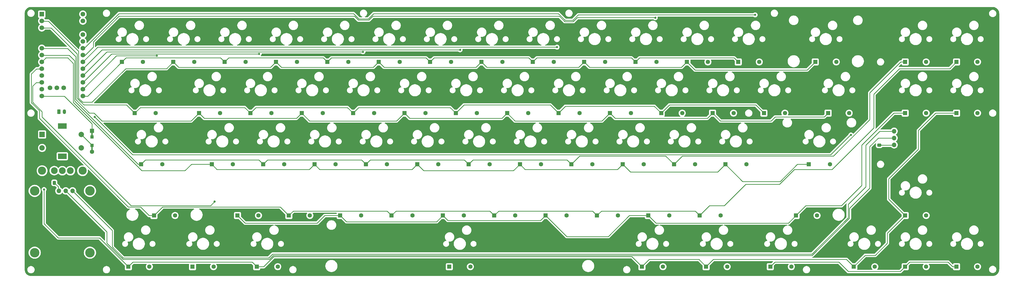
<source format=gtl>
G04 #@! TF.GenerationSoftware,KiCad,Pcbnew,8.0.7*
G04 #@! TF.CreationDate,2025-01-01T21:32:48+11:00*
G04 #@! TF.ProjectId,Mainpcb,4d61696e-7063-4622-9e6b-696361645f70,rev?*
G04 #@! TF.SameCoordinates,Original*
G04 #@! TF.FileFunction,Copper,L1,Top*
G04 #@! TF.FilePolarity,Positive*
%FSLAX46Y46*%
G04 Gerber Fmt 4.6, Leading zero omitted, Abs format (unit mm)*
G04 Created by KiCad (PCBNEW 8.0.7) date 2025-01-01 21:32:48*
%MOMM*%
%LPD*%
G01*
G04 APERTURE LIST*
G04 Aperture macros list*
%AMRoundRect*
0 Rectangle with rounded corners*
0 $1 Rounding radius*
0 $2 $3 $4 $5 $6 $7 $8 $9 X,Y pos of 4 corners*
0 Add a 4 corners polygon primitive as box body*
4,1,4,$2,$3,$4,$5,$6,$7,$8,$9,$2,$3,0*
0 Add four circle primitives for the rounded corners*
1,1,$1+$1,$2,$3*
1,1,$1+$1,$4,$5*
1,1,$1+$1,$6,$7*
1,1,$1+$1,$8,$9*
0 Add four rect primitives between the rounded corners*
20,1,$1+$1,$2,$3,$4,$5,0*
20,1,$1+$1,$4,$5,$6,$7,0*
20,1,$1+$1,$6,$7,$8,$9,0*
20,1,$1+$1,$8,$9,$2,$3,0*%
G04 Aperture macros list end*
G04 #@! TA.AperFunction,SMDPad,CuDef*
%ADD10RoundRect,0.250000X0.337500X0.475000X-0.337500X0.475000X-0.337500X-0.475000X0.337500X-0.475000X0*%
G04 #@! TD*
G04 #@! TA.AperFunction,SMDPad,CuDef*
%ADD11RoundRect,0.250000X-0.475000X0.337500X-0.475000X-0.337500X0.475000X-0.337500X0.475000X0.337500X0*%
G04 #@! TD*
G04 #@! TA.AperFunction,ComponentPad*
%ADD12R,1.752600X1.752600*%
G04 #@! TD*
G04 #@! TA.AperFunction,ComponentPad*
%ADD13C,1.752600*%
G04 #@! TD*
G04 #@! TA.AperFunction,ComponentPad*
%ADD14R,3.200000X2.000000*%
G04 #@! TD*
G04 #@! TA.AperFunction,ComponentPad*
%ADD15R,2.000000X2.000000*%
G04 #@! TD*
G04 #@! TA.AperFunction,ComponentPad*
%ADD16C,2.000000*%
G04 #@! TD*
G04 #@! TA.AperFunction,ComponentPad*
%ADD17C,3.000000*%
G04 #@! TD*
G04 #@! TA.AperFunction,ComponentPad*
%ADD18C,2.500000*%
G04 #@! TD*
G04 #@! TA.AperFunction,ComponentPad*
%ADD19R,1.600000X1.600000*%
G04 #@! TD*
G04 #@! TA.AperFunction,SMDPad,CuDef*
%ADD20R,0.500000X2.500000*%
G04 #@! TD*
G04 #@! TA.AperFunction,SMDPad,CuDef*
%ADD21R,1.200000X1.200000*%
G04 #@! TD*
G04 #@! TA.AperFunction,ComponentPad*
%ADD22C,1.600000*%
G04 #@! TD*
G04 #@! TA.AperFunction,ComponentPad*
%ADD23RoundRect,0.250000X-0.350000X-0.625000X0.350000X-0.625000X0.350000X0.625000X-0.350000X0.625000X0*%
G04 #@! TD*
G04 #@! TA.AperFunction,ComponentPad*
%ADD24O,1.200000X1.750000*%
G04 #@! TD*
G04 #@! TA.AperFunction,ComponentPad*
%ADD25C,3.500000*%
G04 #@! TD*
G04 #@! TA.AperFunction,ComponentPad*
%ADD26R,1.700000X1.700000*%
G04 #@! TD*
G04 #@! TA.AperFunction,ComponentPad*
%ADD27O,1.700000X1.700000*%
G04 #@! TD*
G04 #@! TA.AperFunction,ViaPad*
%ADD28C,0.800000*%
G04 #@! TD*
G04 #@! TA.AperFunction,Conductor*
%ADD29C,0.250000*%
G04 #@! TD*
G04 APERTURE END LIST*
D10*
X31037500Y-83500000D03*
X28962500Y-83500000D03*
D11*
X337000000Y-69500000D03*
X337000000Y-71575000D03*
D12*
X26380000Y-20740000D03*
D13*
X26380000Y-23280000D03*
X26380000Y-25820000D03*
X26380000Y-28360000D03*
X26380000Y-30900000D03*
X26380000Y-33440000D03*
X26380000Y-35980000D03*
X26380000Y-38520000D03*
X26380000Y-41060000D03*
X26380000Y-43600000D03*
X26380000Y-46140000D03*
X26380000Y-48680000D03*
X26380000Y-51220000D03*
X41620000Y-51220000D03*
X41620000Y-48680000D03*
X41620000Y-46140000D03*
X41620000Y-43600000D03*
X41620000Y-41060000D03*
X41620000Y-38520000D03*
X41620000Y-35980000D03*
X41620000Y-33440000D03*
X41620000Y-30900000D03*
X41620000Y-28360000D03*
X41620000Y-25820000D03*
X41620000Y-23280000D03*
X41620000Y-20740000D03*
X29460000Y-48125000D03*
X32000000Y-48125000D03*
X34540000Y-48125000D03*
D14*
X34000000Y-62400000D03*
X34000000Y-73600000D03*
D15*
X26500000Y-65500000D03*
D16*
X26500000Y-70500000D03*
X26500000Y-68000000D03*
X41000000Y-70500000D03*
X41000000Y-65500000D03*
D17*
X26500000Y-79000000D03*
X41500000Y-79000000D03*
D18*
X31000000Y-78950000D03*
X34000000Y-79000000D03*
X37000000Y-79000000D03*
D19*
X45000000Y-64100000D03*
D20*
X45000000Y-65300000D03*
D21*
X45000000Y-66425000D03*
X45000000Y-69575000D03*
D20*
X45000000Y-70700000D03*
D22*
X45000000Y-71900000D03*
D23*
X32730000Y-57050000D03*
D24*
X34730000Y-57050000D03*
D25*
X44250000Y-86500000D03*
X23750000Y-86500000D03*
X44250000Y-109500000D03*
X23750000Y-109500000D03*
D26*
X30190000Y-86500000D03*
D27*
X32730000Y-86500000D03*
X35270000Y-86500000D03*
X37810000Y-86500000D03*
D26*
X342537500Y-71910000D03*
D27*
X342537500Y-69370000D03*
X342537500Y-66830000D03*
X342537500Y-64290000D03*
D19*
X151350000Y-38500000D03*
D22*
X159150000Y-38500000D03*
D19*
X346612500Y-57550000D03*
D22*
X354412500Y-57550000D03*
D19*
X170400000Y-38500000D03*
D22*
X178200000Y-38500000D03*
D19*
X208500000Y-38500000D03*
D22*
X216300000Y-38500000D03*
D19*
X194212450Y-95650000D03*
D22*
X202012450Y-95650000D03*
D19*
X89438135Y-76600000D03*
D22*
X97238135Y-76600000D03*
D19*
X175162450Y-95650000D03*
D22*
X182962450Y-95650000D03*
D19*
X346611090Y-95650000D03*
D22*
X354411090Y-95650000D03*
D19*
X296604590Y-114700000D03*
D22*
X304404590Y-114700000D03*
D19*
X227550000Y-38500000D03*
D22*
X235350000Y-38500000D03*
D19*
X284700000Y-38500000D03*
D22*
X292500000Y-38500000D03*
D19*
X184688135Y-76600000D03*
D22*
X192488135Y-76600000D03*
D19*
X213262450Y-95650000D03*
D22*
X221062450Y-95650000D03*
D19*
X122774920Y-57550000D03*
D22*
X130574920Y-57550000D03*
D19*
X141824920Y-57550000D03*
D22*
X149624920Y-57550000D03*
D19*
X365661090Y-114700000D03*
D22*
X373461090Y-114700000D03*
D19*
X63243750Y-76600000D03*
D22*
X71043750Y-76600000D03*
D19*
X275174920Y-57550000D03*
D22*
X282974920Y-57550000D03*
D19*
X177541590Y-114700000D03*
D22*
X185341590Y-114700000D03*
D19*
X56100000Y-38500000D03*
D22*
X63900000Y-38500000D03*
D19*
X294224920Y-57550000D03*
D22*
X302024920Y-57550000D03*
D19*
X365662500Y-38500000D03*
D22*
X373462500Y-38500000D03*
D19*
X232312450Y-95650000D03*
D22*
X240112450Y-95650000D03*
D19*
X248979590Y-114700000D03*
D22*
X256779590Y-114700000D03*
D19*
X265650000Y-38500000D03*
D22*
X273450000Y-38500000D03*
D19*
X160874920Y-57550000D03*
D22*
X168674920Y-57550000D03*
D19*
X270412450Y-95650000D03*
D22*
X278212450Y-95650000D03*
D19*
X260888135Y-76600000D03*
D22*
X268688135Y-76600000D03*
D19*
X310893635Y-76600000D03*
D22*
X318693635Y-76600000D03*
D19*
X203738135Y-76600000D03*
D22*
X211538135Y-76600000D03*
D19*
X246600000Y-38500000D03*
D22*
X254400000Y-38500000D03*
D19*
X58481250Y-114700000D03*
D22*
X66281250Y-114700000D03*
D19*
X218024920Y-57550000D03*
D22*
X225824920Y-57550000D03*
D19*
X306130450Y-95650000D03*
D22*
X313930450Y-95650000D03*
D19*
X82292995Y-114700000D03*
D22*
X90092995Y-114700000D03*
D19*
X75150000Y-38500000D03*
D22*
X82950000Y-38500000D03*
D19*
X346611090Y-114700000D03*
D22*
X354411090Y-114700000D03*
D19*
X118012450Y-95650000D03*
D22*
X125812450Y-95650000D03*
D19*
X113250000Y-38500000D03*
D22*
X121050000Y-38500000D03*
D19*
X327561090Y-114700000D03*
D22*
X335361090Y-114700000D03*
D19*
X106104740Y-114700000D03*
D22*
X113904740Y-114700000D03*
D19*
X222788135Y-76600000D03*
D22*
X230588135Y-76600000D03*
D19*
X179924920Y-57550000D03*
D22*
X187724920Y-57550000D03*
D19*
X251362450Y-95650000D03*
D22*
X259162450Y-95650000D03*
D19*
X60862500Y-57550000D03*
D22*
X68662500Y-57550000D03*
D19*
X279938135Y-76600000D03*
D22*
X287738135Y-76600000D03*
D19*
X198974920Y-57550000D03*
D22*
X206774920Y-57550000D03*
D19*
X132300000Y-38500000D03*
D22*
X140100000Y-38500000D03*
D19*
X237074920Y-57550000D03*
D22*
X244874920Y-57550000D03*
D19*
X108488135Y-76600000D03*
D22*
X116288135Y-76600000D03*
D19*
X103724920Y-57550000D03*
D22*
X111524920Y-57550000D03*
D19*
X272791590Y-114700000D03*
D22*
X280591590Y-114700000D03*
D19*
X313275000Y-38500000D03*
D22*
X321075000Y-38500000D03*
D19*
X165638135Y-76600000D03*
D22*
X173438135Y-76600000D03*
D19*
X318037420Y-57550000D03*
D22*
X325837420Y-57550000D03*
D19*
X189450000Y-38500000D03*
D22*
X197250000Y-38500000D03*
D19*
X127538135Y-76600000D03*
D22*
X135338135Y-76600000D03*
D19*
X156112450Y-95650000D03*
D22*
X163912450Y-95650000D03*
D19*
X98962450Y-95650000D03*
D22*
X106762450Y-95650000D03*
D19*
X241838135Y-76600000D03*
D22*
X249638135Y-76600000D03*
D19*
X68006250Y-95650000D03*
D22*
X75806250Y-95650000D03*
D19*
X256124920Y-57550000D03*
D22*
X263924920Y-57550000D03*
D19*
X146588135Y-76600000D03*
D22*
X154388135Y-76600000D03*
D19*
X365662500Y-57550000D03*
D22*
X373462500Y-57550000D03*
D19*
X94200000Y-38500000D03*
D22*
X102000000Y-38500000D03*
D19*
X84674920Y-57550000D03*
D22*
X92474920Y-57550000D03*
D19*
X137062450Y-95650000D03*
D22*
X144862450Y-95650000D03*
D19*
X346612500Y-38500000D03*
D22*
X354412500Y-38500000D03*
D28*
X69035000Y-36225000D03*
X107000000Y-35500000D03*
X145500000Y-34725000D03*
X181545000Y-34000000D03*
X217500000Y-33000000D03*
X253935000Y-22065000D03*
X90500000Y-90500000D03*
X27225000Y-85987347D03*
X290970000Y-21000000D03*
X46000000Y-59000000D03*
X326500000Y-65655000D03*
D29*
X81724920Y-60500000D02*
X84674920Y-57550000D01*
X45750000Y-57500000D02*
X48750000Y-60500000D01*
X39000000Y-52500000D02*
X44000000Y-57500000D01*
X39000000Y-36500000D02*
X39000000Y-52500000D01*
X35960000Y-33460000D02*
X39000000Y-36500000D01*
X44000000Y-57500000D02*
X45750000Y-57500000D01*
X26380000Y-33460000D02*
X35960000Y-33460000D01*
X48750000Y-60500000D02*
X81724920Y-60500000D01*
X79500000Y-79000000D02*
X81900000Y-76600000D01*
X63500000Y-79000000D02*
X79500000Y-79000000D01*
X81900000Y-76600000D02*
X89438135Y-76600000D01*
X38100000Y-53600000D02*
X63500000Y-79000000D01*
X27920000Y-37000000D02*
X36000000Y-37000000D01*
X26380000Y-38540000D02*
X27920000Y-37000000D01*
X36000000Y-37000000D02*
X38100000Y-39100000D01*
X38100000Y-39100000D02*
X38100000Y-53600000D01*
X326345000Y-65655000D02*
X326500000Y-65655000D01*
X60050000Y-73050000D02*
X318950000Y-73050000D01*
X46000000Y-59000000D02*
X60050000Y-73050000D01*
X318950000Y-73050000D02*
X326345000Y-65655000D01*
X72650000Y-41000000D02*
X75150000Y-38500000D01*
X57500000Y-41000000D02*
X72650000Y-41000000D01*
X45000000Y-53500000D02*
X57500000Y-41000000D01*
X41533158Y-53500000D02*
X45000000Y-53500000D01*
X41033158Y-53000000D02*
X41533158Y-53500000D01*
X40000000Y-52000000D02*
X41000000Y-53000000D01*
X40000000Y-34500000D02*
X40000000Y-52000000D01*
X28800000Y-23300000D02*
X40000000Y-34500000D01*
X41000000Y-53000000D02*
X41033158Y-53000000D01*
X26380000Y-23300000D02*
X28800000Y-23300000D01*
X45000000Y-61500000D02*
X45000000Y-64100000D01*
X26380000Y-51240000D02*
X34740000Y-51240000D01*
X34740000Y-51240000D02*
X45000000Y-61500000D01*
X38550000Y-53050000D02*
X62100000Y-76600000D01*
X38550000Y-38050000D02*
X38550000Y-53050000D01*
X36500000Y-36000000D02*
X38550000Y-38050000D01*
X62100000Y-76600000D02*
X63243750Y-76600000D01*
X26380000Y-36000000D02*
X36500000Y-36000000D01*
X42000000Y-54500000D02*
X57812500Y-54500000D01*
X40877000Y-53377000D02*
X42000000Y-54500000D01*
X39500000Y-35500000D02*
X39500000Y-52033158D01*
X40843842Y-53377000D02*
X40877000Y-53377000D01*
X57812500Y-54500000D02*
X60862500Y-57550000D01*
X26380000Y-25840000D02*
X29840000Y-25840000D01*
X29840000Y-25840000D02*
X39500000Y-35500000D01*
X39500000Y-52033158D02*
X40843842Y-53377000D01*
X32537500Y-86307500D02*
X32730000Y-86500000D01*
X32537500Y-85000000D02*
X32537500Y-86307500D01*
X31037500Y-83500000D02*
X32537500Y-85000000D01*
X342407500Y-69500000D02*
X342537500Y-69370000D01*
X337462500Y-69500000D02*
X342407500Y-69500000D01*
X337000000Y-69962500D02*
X337462500Y-69500000D01*
X342410000Y-72037500D02*
X342537500Y-71910000D01*
X336670000Y-66830000D02*
X342537500Y-66830000D01*
X333500000Y-70000000D02*
X336670000Y-66830000D01*
X333500000Y-85500000D02*
X333500000Y-70000000D01*
X325950000Y-93050000D02*
X333500000Y-85500000D01*
X325950000Y-96686396D02*
X325950000Y-93050000D01*
X56500000Y-112000000D02*
X110765974Y-112000000D01*
X50500000Y-106000000D02*
X56500000Y-112000000D01*
X312136396Y-110500000D02*
X325950000Y-96686396D01*
X112265974Y-110500000D02*
X312136396Y-110500000D01*
X110765974Y-112000000D02*
X112265974Y-110500000D01*
X50500000Y-101730000D02*
X50500000Y-106000000D01*
X35270000Y-86500000D02*
X50500000Y-101730000D01*
X52500000Y-101190000D02*
X37810000Y-86500000D01*
X52500000Y-107363604D02*
X52500000Y-101190000D01*
X112000000Y-110000000D02*
X110500000Y-111500000D01*
X110500000Y-111500000D02*
X56636396Y-111500000D01*
X312000000Y-110000000D02*
X112000000Y-110000000D01*
X325500000Y-91500000D02*
X325500000Y-96500000D01*
X332000000Y-69500000D02*
X332000000Y-85000000D01*
X337210000Y-64290000D02*
X332000000Y-69500000D01*
X332000000Y-85000000D02*
X325500000Y-91500000D01*
X342537500Y-64290000D02*
X337210000Y-64290000D01*
X56636396Y-111500000D02*
X52500000Y-107363604D01*
X325500000Y-96500000D02*
X312000000Y-110000000D01*
X309780450Y-92000000D02*
X323000000Y-92000000D01*
X323000000Y-92000000D02*
X330500000Y-84500000D01*
X330500000Y-84500000D02*
X330500000Y-69500000D01*
X306130450Y-95650000D02*
X309780450Y-92000000D01*
X330500000Y-69500000D02*
X342450000Y-57550000D01*
X342450000Y-57550000D02*
X346612500Y-57550000D01*
X351500000Y-71000000D02*
X351500000Y-64000000D01*
X357950000Y-57550000D02*
X365662500Y-57550000D01*
X340500000Y-82000000D02*
X351500000Y-71000000D01*
X340500000Y-89538910D02*
X340500000Y-82000000D01*
X346611090Y-95650000D02*
X340500000Y-89538910D01*
X351500000Y-64000000D02*
X357950000Y-57550000D01*
X345000000Y-38500000D02*
X346612500Y-38500000D01*
X333500000Y-60000000D02*
X333500000Y-50000000D01*
X333500000Y-50000000D02*
X345000000Y-38500000D01*
X320000000Y-73500000D02*
X333500000Y-60000000D01*
X263988135Y-73500000D02*
X320000000Y-73500000D01*
X260888135Y-76600000D02*
X263988135Y-73500000D01*
X363162500Y-41000000D02*
X365662500Y-38500000D01*
X344500000Y-41000000D02*
X363162500Y-41000000D01*
X319500000Y-78500000D02*
X335000000Y-63000000D01*
X305500000Y-78500000D02*
X319500000Y-78500000D01*
X300000000Y-84000000D02*
X305500000Y-78500000D01*
X279500000Y-92000000D02*
X287500000Y-84000000D01*
X335000000Y-63000000D02*
X335000000Y-50500000D01*
X274062450Y-92000000D02*
X279500000Y-92000000D01*
X270412450Y-95650000D02*
X274062450Y-92000000D01*
X287500000Y-84000000D02*
X300000000Y-84000000D01*
X335000000Y-50500000D02*
X344500000Y-41000000D01*
X37810000Y-86500000D02*
X37500000Y-86190000D01*
X32500000Y-104000000D02*
X47781250Y-104000000D01*
X27225000Y-98725000D02*
X32500000Y-104000000D01*
X47781250Y-104000000D02*
X58481250Y-114700000D01*
X27225000Y-85987347D02*
X27225000Y-98725000D01*
X54095000Y-36225000D02*
X69035000Y-36225000D01*
X41620000Y-48700000D02*
X54095000Y-36225000D01*
X52280000Y-35500000D02*
X107000000Y-35500000D01*
X41620000Y-46160000D02*
X52280000Y-35500000D01*
X50515000Y-34725000D02*
X41620000Y-43620000D01*
X145500000Y-34725000D02*
X50515000Y-34725000D01*
X181545000Y-34000000D02*
X48700000Y-34000000D01*
X48700000Y-34000000D02*
X41620000Y-41080000D01*
X217500000Y-33000000D02*
X47160000Y-33000000D01*
X47160000Y-33000000D02*
X41620000Y-38540000D01*
X45500000Y-33000000D02*
X42500000Y-36000000D01*
X253935000Y-22065000D02*
X253870000Y-22000000D01*
X143813604Y-22950000D02*
X142363604Y-21500000D01*
X147686396Y-22950000D02*
X143813604Y-22950000D01*
X225000000Y-22000000D02*
X223500000Y-23500000D01*
X45500000Y-31000000D02*
X45500000Y-33000000D01*
X253870000Y-22000000D02*
X225000000Y-22000000D01*
X149136396Y-21500000D02*
X147686396Y-22950000D01*
X55000000Y-21500000D02*
X45500000Y-31000000D01*
X220363604Y-23500000D02*
X218363604Y-21500000D01*
X223500000Y-23500000D02*
X220363604Y-23500000D01*
X42500000Y-36000000D02*
X41620000Y-36000000D01*
X218363604Y-21500000D02*
X149136396Y-21500000D01*
X142363604Y-21500000D02*
X55000000Y-21500000D01*
X207000000Y-37000000D02*
X208500000Y-38500000D01*
X168900000Y-37000000D02*
X170400000Y-38500000D01*
X95700000Y-37000000D02*
X130800000Y-37000000D01*
X41620000Y-51240000D02*
X43360000Y-51240000D01*
X133800000Y-37000000D02*
X168900000Y-37000000D01*
X170400000Y-38500000D02*
X171900000Y-37000000D01*
X171900000Y-37000000D02*
X207000000Y-37000000D01*
X248100000Y-37000000D02*
X283200000Y-37000000D01*
X94200000Y-38500000D02*
X95700000Y-37000000D01*
X43360000Y-51240000D02*
X56100000Y-38500000D01*
X170400000Y-38500000D02*
X170400000Y-38100000D01*
X56100000Y-38500000D02*
X57600000Y-37000000D01*
X132300000Y-38500000D02*
X133800000Y-37000000D01*
X130800000Y-37000000D02*
X132300000Y-38500000D01*
X210000000Y-37000000D02*
X245100000Y-37000000D01*
X57600000Y-37000000D02*
X92700000Y-37000000D01*
X283200000Y-37000000D02*
X284700000Y-38500000D01*
X245100000Y-37000000D02*
X246600000Y-38500000D01*
X92700000Y-37000000D02*
X94200000Y-38500000D01*
X208500000Y-38500000D02*
X210000000Y-37000000D01*
X246600000Y-38500000D02*
X248100000Y-37000000D01*
X75150000Y-38500000D02*
X77150000Y-40500000D01*
X151350000Y-38500000D02*
X153350000Y-40500000D01*
X263650000Y-40500000D02*
X265650000Y-38500000D01*
X113250000Y-38500000D02*
X115250000Y-40500000D01*
X191450000Y-40500000D02*
X225550000Y-40500000D01*
X77150000Y-40500000D02*
X111250000Y-40500000D01*
X115250000Y-40500000D02*
X149350000Y-40500000D01*
X225550000Y-40500000D02*
X227550000Y-38500000D01*
X153350000Y-40500000D02*
X187450000Y-40500000D01*
X268650000Y-41500000D02*
X310275000Y-41500000D01*
X229550000Y-40500000D02*
X263650000Y-40500000D01*
X227550000Y-38500000D02*
X229550000Y-40500000D01*
X187450000Y-40500000D02*
X189450000Y-38500000D01*
X189450000Y-38500000D02*
X191450000Y-40500000D01*
X149350000Y-40500000D02*
X151350000Y-38500000D01*
X265650000Y-38500000D02*
X268650000Y-41500000D01*
X310275000Y-41500000D02*
X313275000Y-38500000D01*
X111250000Y-40500000D02*
X113250000Y-38500000D01*
X139774920Y-55500000D02*
X141824920Y-57550000D01*
X259174920Y-54500000D02*
X291174920Y-54500000D01*
X218024920Y-57550000D02*
X220574920Y-55000000D01*
X253574920Y-55000000D02*
X256124920Y-57550000D01*
X62912500Y-55500000D02*
X101674920Y-55500000D01*
X105774920Y-55500000D02*
X139774920Y-55500000D01*
X256124920Y-57550000D02*
X259174920Y-54500000D01*
X291174920Y-54500000D02*
X294224920Y-57550000D01*
X101674920Y-55500000D02*
X103724920Y-57550000D01*
X141824920Y-57550000D02*
X143874920Y-55500000D01*
X220574920Y-55000000D02*
X253574920Y-55000000D01*
X103724920Y-57550000D02*
X105774920Y-55500000D01*
X177874920Y-55500000D02*
X179924920Y-57550000D01*
X179924920Y-57550000D02*
X182974920Y-54500000D01*
X143874920Y-55500000D02*
X177874920Y-55500000D01*
X214974920Y-54500000D02*
X218024920Y-57550000D01*
X60862500Y-57550000D02*
X62912500Y-55500000D01*
X182974920Y-54500000D02*
X214974920Y-54500000D01*
X239024920Y-59500000D02*
X273224920Y-59500000D01*
X275174920Y-57550000D02*
X278124920Y-60500000D01*
X86624920Y-59500000D02*
X120824920Y-59500000D01*
X197024920Y-59500000D02*
X198974920Y-57550000D01*
X273224920Y-59500000D02*
X275174920Y-57550000D01*
X201924920Y-60500000D02*
X234124920Y-60500000D01*
X296911522Y-60500000D02*
X298411522Y-59000000D01*
X125724920Y-60500000D02*
X157924920Y-60500000D01*
X237074920Y-57550000D02*
X239024920Y-59500000D01*
X198974920Y-57550000D02*
X201924920Y-60500000D01*
X157924920Y-60500000D02*
X160874920Y-57550000D01*
X162824920Y-59500000D02*
X197024920Y-59500000D01*
X84674920Y-57550000D02*
X86624920Y-59500000D01*
X316587420Y-59000000D02*
X318037420Y-57550000D01*
X234124920Y-60500000D02*
X237074920Y-57550000D01*
X298411522Y-59000000D02*
X316587420Y-59000000D01*
X120824920Y-59500000D02*
X122774920Y-57550000D01*
X160874920Y-57550000D02*
X162824920Y-59500000D01*
X122774920Y-57550000D02*
X125724920Y-60500000D01*
X278124920Y-60500000D02*
X296911522Y-60500000D01*
X146588135Y-76600000D02*
X148188135Y-75000000D01*
X148188135Y-75000000D02*
X183088135Y-75000000D01*
X108488135Y-76600000D02*
X110088135Y-75000000D01*
X257788135Y-73500000D02*
X260888135Y-76600000D01*
X184688135Y-76600000D02*
X186288135Y-75000000D01*
X64843750Y-75000000D02*
X106888135Y-75000000D01*
X183088135Y-75000000D02*
X184688135Y-76600000D01*
X106888135Y-75000000D02*
X108488135Y-76600000D01*
X110088135Y-75000000D02*
X144988135Y-75000000D01*
X144988135Y-75000000D02*
X146588135Y-76600000D01*
X186288135Y-75000000D02*
X221188135Y-75000000D01*
X221188135Y-75000000D02*
X222788135Y-76600000D01*
X225888135Y-73500000D02*
X257788135Y-73500000D01*
X222788135Y-76600000D02*
X225888135Y-73500000D01*
X63243750Y-76600000D02*
X64843750Y-75000000D01*
X277038135Y-79500000D02*
X279938135Y-76600000D01*
X203738135Y-76600000D02*
X205638135Y-78500000D01*
X163738135Y-78500000D02*
X165638135Y-76600000D01*
X241838135Y-76600000D02*
X244738135Y-79500000D01*
X306650000Y-76600000D02*
X310893635Y-76600000D01*
X300250000Y-83000000D02*
X306650000Y-76600000D01*
X89438135Y-76600000D02*
X91338135Y-78500000D01*
X165638135Y-76600000D02*
X168038135Y-79000000D01*
X127538135Y-76600000D02*
X129438135Y-78500000D01*
X91338135Y-78500000D02*
X125638135Y-78500000D01*
X239938135Y-78500000D02*
X241838135Y-76600000D01*
X279938135Y-76600000D02*
X286338135Y-83000000D01*
X244738135Y-79500000D02*
X277038135Y-79500000D01*
X205638135Y-78500000D02*
X239938135Y-78500000D01*
X201338135Y-79000000D02*
X203738135Y-76600000D01*
X168038135Y-79000000D02*
X201338135Y-79000000D01*
X125638135Y-78500000D02*
X127538135Y-76600000D01*
X129438135Y-78500000D02*
X163738135Y-78500000D01*
X286338135Y-83000000D02*
X300250000Y-83000000D01*
X22500000Y-53636396D02*
X25500000Y-56636396D01*
X268762450Y-94000000D02*
X270412450Y-95650000D01*
X157762450Y-94000000D02*
X192562450Y-94000000D01*
X118012450Y-95650000D02*
X119662450Y-94000000D01*
X25500000Y-56636396D02*
X25500000Y-59500000D01*
X230662450Y-94000000D02*
X232312450Y-95650000D01*
X68006250Y-95650000D02*
X71156250Y-92500000D01*
X71156250Y-92500000D02*
X114862450Y-92500000D01*
X154462450Y-94000000D02*
X156112450Y-95650000D01*
X25500000Y-59500000D02*
X58500000Y-92500000D01*
X195862450Y-94000000D02*
X230662450Y-94000000D01*
X233962450Y-94000000D02*
X268762450Y-94000000D01*
X192562450Y-94000000D02*
X194212450Y-95650000D01*
X24420000Y-41080000D02*
X22500000Y-43000000D01*
X114862450Y-92500000D02*
X118012450Y-95650000D01*
X119662450Y-94000000D02*
X154462450Y-94000000D01*
X63000000Y-92500000D02*
X66150000Y-95650000D01*
X232312450Y-95650000D02*
X233962450Y-94000000D01*
X66150000Y-95650000D02*
X68006250Y-95650000D01*
X194212450Y-95650000D02*
X195862450Y-94000000D01*
X26380000Y-41080000D02*
X24420000Y-41080000D01*
X58500000Y-92500000D02*
X63000000Y-92500000D01*
X22500000Y-43000000D02*
X22500000Y-53636396D01*
X156112450Y-95650000D02*
X157762450Y-94000000D01*
X244350000Y-95650000D02*
X251362450Y-95650000D01*
X175162450Y-95650000D02*
X177012450Y-97500000D01*
X139412450Y-98000000D02*
X172812450Y-98000000D01*
X24340000Y-46160000D02*
X26380000Y-46160000D01*
X131350000Y-95650000D02*
X137062450Y-95650000D01*
X211412450Y-97500000D02*
X213262450Y-95650000D01*
X221112450Y-103500000D02*
X236500000Y-103500000D01*
X213262450Y-95650000D02*
X221112450Y-103500000D01*
X177012450Y-97500000D02*
X211412450Y-97500000D01*
X101812450Y-98500000D02*
X128500000Y-98500000D01*
X59500000Y-92000000D02*
X26500000Y-59000000D01*
X236500000Y-103500000D02*
X244350000Y-95650000D01*
X90500000Y-90500000D02*
X89000000Y-92000000D01*
X23000000Y-53500000D02*
X23000000Y-47500000D01*
X98962450Y-95650000D02*
X101812450Y-98500000D01*
X303280450Y-98500000D02*
X306130450Y-95650000D01*
X254212450Y-98500000D02*
X303280450Y-98500000D01*
X251362450Y-95650000D02*
X254212450Y-98500000D01*
X26500000Y-59000000D02*
X26500000Y-57000000D01*
X23000000Y-47500000D02*
X24340000Y-46160000D01*
X172812450Y-98000000D02*
X175162450Y-95650000D01*
X89000000Y-92000000D02*
X59500000Y-92000000D01*
X26500000Y-57000000D02*
X23000000Y-53500000D01*
X128500000Y-98500000D02*
X131350000Y-95650000D01*
X137062450Y-95650000D02*
X139412450Y-98000000D01*
X245279590Y-111000000D02*
X248979590Y-114700000D01*
X275491590Y-112000000D02*
X324861090Y-112000000D01*
X331761090Y-110500000D02*
X335500000Y-110500000D01*
X251679590Y-112000000D02*
X270091590Y-112000000D01*
X270091590Y-112000000D02*
X272791590Y-114700000D01*
X335500000Y-110500000D02*
X340000000Y-106000000D01*
X324861090Y-112000000D02*
X327561090Y-114700000D01*
X112402370Y-111000000D02*
X245279590Y-111000000D01*
X58481250Y-114700000D02*
X60181250Y-113000000D01*
X106104740Y-114700000D02*
X108702370Y-114700000D01*
X60181250Y-113000000D02*
X104404740Y-113000000D01*
X327561090Y-114700000D02*
X331761090Y-110500000D01*
X340000000Y-102261090D02*
X346611090Y-95650000D01*
X248979590Y-114700000D02*
X251679590Y-112000000D01*
X272791590Y-114700000D02*
X275491590Y-112000000D01*
X104404740Y-113000000D02*
X106104740Y-114700000D01*
X108702370Y-114700000D02*
X112402370Y-111000000D01*
X340000000Y-106000000D02*
X340000000Y-102261090D01*
X362500000Y-113000000D02*
X364200000Y-114700000D01*
X365661090Y-114161090D02*
X365661090Y-114700000D01*
X325500000Y-116500000D02*
X344811090Y-116500000D01*
X346611090Y-114700000D02*
X348311090Y-113000000D01*
X348311090Y-113000000D02*
X362500000Y-113000000D01*
X322000000Y-113000000D02*
X325500000Y-116500000D01*
X364200000Y-114700000D02*
X365661090Y-114700000D01*
X296604590Y-114700000D02*
X298304590Y-113000000D01*
X344811090Y-116500000D02*
X346611090Y-114700000D01*
X298304590Y-113000000D02*
X322000000Y-113000000D01*
X45000000Y-69500000D02*
X45000000Y-71900000D01*
X41000000Y-65500000D02*
X45000000Y-69500000D01*
X223363604Y-23000000D02*
X220500000Y-23000000D01*
X42040000Y-33460000D02*
X41620000Y-33460000D01*
X218000000Y-20500000D02*
X149500000Y-20500000D01*
X55000000Y-20500000D02*
X42040000Y-33460000D01*
X220500000Y-23000000D02*
X218000000Y-20500000D01*
X144000000Y-22500000D02*
X142000000Y-20500000D01*
X225363604Y-21000000D02*
X223363604Y-23000000D01*
X142000000Y-20500000D02*
X55000000Y-20500000D01*
X149500000Y-20500000D02*
X147500000Y-22500000D01*
X290970000Y-21000000D02*
X225363604Y-21000000D01*
X147500000Y-22500000D02*
X144000000Y-22500000D01*
G04 #@! TA.AperFunction,Conductor*
G36*
X379089826Y-18050725D02*
G01*
X379370847Y-18067723D01*
X379385709Y-18069527D01*
X379658934Y-18119597D01*
X379673471Y-18123180D01*
X379938680Y-18205821D01*
X379952661Y-18211123D01*
X380205990Y-18325137D01*
X380219221Y-18332081D01*
X380456955Y-18475795D01*
X380469267Y-18484294D01*
X380670536Y-18641977D01*
X380687935Y-18655608D01*
X380699143Y-18665538D01*
X380895554Y-18861949D01*
X380905483Y-18873157D01*
X381076795Y-19091819D01*
X381085300Y-19104140D01*
X381097609Y-19124500D01*
X381229006Y-19341856D01*
X381235965Y-19355115D01*
X381349970Y-19608424D01*
X381355279Y-19622425D01*
X381437914Y-19887612D01*
X381441498Y-19902150D01*
X381491570Y-20175379D01*
X381493375Y-20190244D01*
X381510364Y-20471097D01*
X381510590Y-20478584D01*
X381510590Y-115721249D01*
X381510364Y-115728736D01*
X381493365Y-116009754D01*
X381491560Y-116024619D01*
X381441488Y-116297848D01*
X381437904Y-116312386D01*
X381355268Y-116577577D01*
X381349961Y-116591571D01*
X381235954Y-116844884D01*
X381229001Y-116858132D01*
X381085294Y-117095851D01*
X381076788Y-117108174D01*
X380905481Y-117326831D01*
X380895551Y-117338040D01*
X380699131Y-117534458D01*
X380687923Y-117544387D01*
X380469263Y-117715696D01*
X380456940Y-117724202D01*
X380378948Y-117771349D01*
X380219229Y-117867901D01*
X380205976Y-117874858D01*
X379952662Y-117988864D01*
X379938661Y-117994173D01*
X379673475Y-118076808D01*
X379658936Y-118080392D01*
X379385709Y-118130461D01*
X379370845Y-118132266D01*
X379210770Y-118141948D01*
X379089651Y-118149274D01*
X379082184Y-118149500D01*
X22385051Y-118149500D01*
X22377564Y-118149274D01*
X22107839Y-118132958D01*
X22092974Y-118131153D01*
X21830874Y-118083121D01*
X21816336Y-118079537D01*
X21561954Y-118000269D01*
X21547953Y-117994960D01*
X21304962Y-117885599D01*
X21291703Y-117878640D01*
X21285447Y-117874858D01*
X21063670Y-117740789D01*
X21051350Y-117732285D01*
X21031407Y-117716661D01*
X20841595Y-117567952D01*
X20830387Y-117558022D01*
X20641977Y-117369612D01*
X20632047Y-117358404D01*
X20467714Y-117148649D01*
X20459212Y-117136332D01*
X20321356Y-116908290D01*
X20314403Y-116895044D01*
X20205037Y-116652042D01*
X20199730Y-116638045D01*
X20185250Y-116591578D01*
X20120461Y-116383662D01*
X20116878Y-116369125D01*
X20073962Y-116134943D01*
X20068845Y-116107023D01*
X20067041Y-116092160D01*
X20064177Y-116044819D01*
X20050726Y-115822436D01*
X20050500Y-115814949D01*
X20050500Y-115712413D01*
X21030800Y-115712413D01*
X21030800Y-115924987D01*
X21032863Y-115938011D01*
X21058463Y-116099647D01*
X21064054Y-116134943D01*
X21125859Y-116325159D01*
X21129744Y-116337114D01*
X21226251Y-116526520D01*
X21351190Y-116698486D01*
X21501513Y-116848809D01*
X21673479Y-116973748D01*
X21673481Y-116973749D01*
X21673484Y-116973751D01*
X21862888Y-117070257D01*
X22065057Y-117135946D01*
X22275013Y-117169200D01*
X22275014Y-117169200D01*
X22487586Y-117169200D01*
X22487587Y-117169200D01*
X22697543Y-117135946D01*
X22899712Y-117070257D01*
X23089116Y-116973751D01*
X23188043Y-116901877D01*
X23261086Y-116848809D01*
X23261088Y-116848806D01*
X23261092Y-116848804D01*
X23411404Y-116698492D01*
X23411406Y-116698488D01*
X23411409Y-116698486D01*
X23536348Y-116526520D01*
X23536347Y-116526520D01*
X23536351Y-116526516D01*
X23632857Y-116337112D01*
X23698546Y-116134943D01*
X23731800Y-115924987D01*
X23731800Y-115712413D01*
X49030800Y-115712413D01*
X49030800Y-115924987D01*
X49032863Y-115938011D01*
X49058463Y-116099647D01*
X49064054Y-116134943D01*
X49125859Y-116325159D01*
X49129744Y-116337114D01*
X49226251Y-116526520D01*
X49351190Y-116698486D01*
X49501513Y-116848809D01*
X49673479Y-116973748D01*
X49673481Y-116973749D01*
X49673484Y-116973751D01*
X49862888Y-117070257D01*
X50065057Y-117135946D01*
X50275013Y-117169200D01*
X50275014Y-117169200D01*
X50487586Y-117169200D01*
X50487587Y-117169200D01*
X50697543Y-117135946D01*
X50899712Y-117070257D01*
X51089116Y-116973751D01*
X51188043Y-116901877D01*
X51261086Y-116848809D01*
X51261088Y-116848806D01*
X51261092Y-116848804D01*
X51411404Y-116698492D01*
X51411406Y-116698488D01*
X51411409Y-116698486D01*
X51536348Y-116526520D01*
X51536347Y-116526520D01*
X51536351Y-116526516D01*
X51632857Y-116337112D01*
X51698546Y-116134943D01*
X51731800Y-115924987D01*
X51731800Y-115712413D01*
X51698546Y-115502457D01*
X51632857Y-115300288D01*
X51536351Y-115110884D01*
X51536349Y-115110881D01*
X51536348Y-115110879D01*
X51411409Y-114938913D01*
X51261086Y-114788590D01*
X51089120Y-114663651D01*
X50899714Y-114567144D01*
X50899713Y-114567143D01*
X50899712Y-114567143D01*
X50697543Y-114501454D01*
X50697541Y-114501453D01*
X50697540Y-114501453D01*
X50520696Y-114473444D01*
X50487587Y-114468200D01*
X50275013Y-114468200D01*
X50241904Y-114473444D01*
X50065060Y-114501453D01*
X49862885Y-114567144D01*
X49673479Y-114663651D01*
X49501513Y-114788590D01*
X49351190Y-114938913D01*
X49226251Y-115110879D01*
X49129744Y-115300285D01*
X49064053Y-115502460D01*
X49039922Y-115654819D01*
X49030800Y-115712413D01*
X23731800Y-115712413D01*
X23698546Y-115502457D01*
X23632857Y-115300288D01*
X23536351Y-115110884D01*
X23536349Y-115110881D01*
X23536348Y-115110879D01*
X23411409Y-114938913D01*
X23261086Y-114788590D01*
X23089120Y-114663651D01*
X22899714Y-114567144D01*
X22899713Y-114567143D01*
X22899712Y-114567143D01*
X22697543Y-114501454D01*
X22697541Y-114501453D01*
X22697540Y-114501453D01*
X22520696Y-114473444D01*
X22487587Y-114468200D01*
X22275013Y-114468200D01*
X22241904Y-114473444D01*
X22065060Y-114501453D01*
X21862885Y-114567144D01*
X21673479Y-114663651D01*
X21501513Y-114788590D01*
X21351190Y-114938913D01*
X21226251Y-115110879D01*
X21129744Y-115300285D01*
X21064053Y-115502460D01*
X21039922Y-115654819D01*
X21030800Y-115712413D01*
X20050500Y-115712413D01*
X20050500Y-109500000D01*
X21486654Y-109500000D01*
X21506017Y-109795424D01*
X21506018Y-109795436D01*
X21563774Y-110085789D01*
X21563779Y-110085809D01*
X21658937Y-110366137D01*
X21658941Y-110366147D01*
X21789879Y-110631663D01*
X21789885Y-110631673D01*
X21946791Y-110866500D01*
X21954368Y-110877839D01*
X22149572Y-111100427D01*
X22228699Y-111169819D01*
X22372162Y-111295633D01*
X22618327Y-111460115D01*
X22618330Y-111460116D01*
X22618336Y-111460120D01*
X22883852Y-111591058D01*
X22883862Y-111591062D01*
X23164190Y-111686220D01*
X23164194Y-111686221D01*
X23164203Y-111686224D01*
X23360493Y-111725269D01*
X23454563Y-111743981D01*
X23454564Y-111743981D01*
X23454574Y-111743983D01*
X23750000Y-111763346D01*
X24045426Y-111743983D01*
X24335797Y-111686224D01*
X24384125Y-111669819D01*
X24616137Y-111591062D01*
X24616147Y-111591058D01*
X24881663Y-111460120D01*
X24881663Y-111460119D01*
X24881673Y-111460115D01*
X25127838Y-111295633D01*
X25350427Y-111100427D01*
X25545633Y-110877838D01*
X25710115Y-110631673D01*
X25841059Y-110366145D01*
X25936224Y-110085797D01*
X25993983Y-109795426D01*
X26013346Y-109500000D01*
X41986654Y-109500000D01*
X42006017Y-109795424D01*
X42006018Y-109795436D01*
X42063774Y-110085789D01*
X42063779Y-110085809D01*
X42158937Y-110366137D01*
X42158941Y-110366147D01*
X42289879Y-110631663D01*
X42289885Y-110631673D01*
X42446791Y-110866500D01*
X42454368Y-110877839D01*
X42649572Y-111100427D01*
X42728699Y-111169819D01*
X42872162Y-111295633D01*
X43118327Y-111460115D01*
X43118330Y-111460116D01*
X43118336Y-111460120D01*
X43383852Y-111591058D01*
X43383862Y-111591062D01*
X43664190Y-111686220D01*
X43664194Y-111686221D01*
X43664203Y-111686224D01*
X43860493Y-111725269D01*
X43954563Y-111743981D01*
X43954564Y-111743981D01*
X43954574Y-111743983D01*
X44250000Y-111763346D01*
X44545426Y-111743983D01*
X44835797Y-111686224D01*
X44884125Y-111669819D01*
X45116137Y-111591062D01*
X45116147Y-111591058D01*
X45381663Y-111460120D01*
X45381663Y-111460119D01*
X45381673Y-111460115D01*
X45627838Y-111295633D01*
X45850427Y-111100427D01*
X46045633Y-110877838D01*
X46210115Y-110631673D01*
X46341059Y-110366145D01*
X46436224Y-110085797D01*
X46493983Y-109795426D01*
X46513346Y-109500000D01*
X46493983Y-109204574D01*
X46436224Y-108914203D01*
X46436220Y-108914190D01*
X46341062Y-108633862D01*
X46341058Y-108633852D01*
X46210120Y-108368336D01*
X46210111Y-108368321D01*
X46207894Y-108365003D01*
X46045633Y-108122162D01*
X46000018Y-108070148D01*
X45850427Y-107899572D01*
X45627839Y-107704368D01*
X45381678Y-107539888D01*
X45381663Y-107539879D01*
X45116147Y-107408941D01*
X45116137Y-107408937D01*
X44835809Y-107313779D01*
X44835789Y-107313774D01*
X44545436Y-107256018D01*
X44545427Y-107256017D01*
X44545426Y-107256017D01*
X44250000Y-107236654D01*
X43954574Y-107256017D01*
X43954573Y-107256017D01*
X43954563Y-107256018D01*
X43664210Y-107313774D01*
X43664190Y-107313779D01*
X43383862Y-107408937D01*
X43383852Y-107408941D01*
X43118336Y-107539879D01*
X43118321Y-107539888D01*
X42872160Y-107704368D01*
X42649572Y-107899572D01*
X42454368Y-108122160D01*
X42289888Y-108368321D01*
X42289879Y-108368336D01*
X42158941Y-108633852D01*
X42158937Y-108633862D01*
X42063779Y-108914190D01*
X42063774Y-108914210D01*
X42006018Y-109204563D01*
X42006017Y-109204575D01*
X41986654Y-109500000D01*
X26013346Y-109500000D01*
X25993983Y-109204574D01*
X25936224Y-108914203D01*
X25936220Y-108914190D01*
X25841062Y-108633862D01*
X25841058Y-108633852D01*
X25710120Y-108368336D01*
X25710111Y-108368321D01*
X25707894Y-108365003D01*
X25545633Y-108122162D01*
X25500018Y-108070148D01*
X25350427Y-107899572D01*
X25127839Y-107704368D01*
X24881678Y-107539888D01*
X24881663Y-107539879D01*
X24616147Y-107408941D01*
X24616137Y-107408937D01*
X24335809Y-107313779D01*
X24335789Y-107313774D01*
X24045436Y-107256018D01*
X24045427Y-107256017D01*
X24045426Y-107256017D01*
X23750000Y-107236654D01*
X23454574Y-107256017D01*
X23454573Y-107256017D01*
X23454563Y-107256018D01*
X23164210Y-107313774D01*
X23164190Y-107313779D01*
X22883862Y-107408937D01*
X22883852Y-107408941D01*
X22618336Y-107539879D01*
X22618321Y-107539888D01*
X22372160Y-107704368D01*
X22149572Y-107899572D01*
X21954368Y-108122160D01*
X21789888Y-108368321D01*
X21789879Y-108368336D01*
X21658941Y-108633852D01*
X21658937Y-108633862D01*
X21563779Y-108914190D01*
X21563774Y-108914210D01*
X21506018Y-109204563D01*
X21506017Y-109204575D01*
X21486654Y-109500000D01*
X20050500Y-109500000D01*
X20050500Y-86500000D01*
X21486654Y-86500000D01*
X21501360Y-86724380D01*
X21506017Y-86795424D01*
X21506018Y-86795436D01*
X21563774Y-87085789D01*
X21563779Y-87085809D01*
X21658937Y-87366137D01*
X21658941Y-87366147D01*
X21789879Y-87631663D01*
X21789888Y-87631678D01*
X21853754Y-87727260D01*
X21951130Y-87872994D01*
X21954368Y-87877839D01*
X22149572Y-88100427D01*
X22290800Y-88224280D01*
X22372162Y-88295633D01*
X22618327Y-88460115D01*
X22618330Y-88460116D01*
X22618336Y-88460120D01*
X22883852Y-88591058D01*
X22883862Y-88591062D01*
X23164190Y-88686220D01*
X23164194Y-88686221D01*
X23164203Y-88686224D01*
X23360493Y-88725269D01*
X23454563Y-88743981D01*
X23454564Y-88743981D01*
X23454574Y-88743983D01*
X23750000Y-88763346D01*
X24045426Y-88743983D01*
X24335797Y-88686224D01*
X24335809Y-88686220D01*
X24616137Y-88591062D01*
X24616147Y-88591058D01*
X24881663Y-88460120D01*
X24881663Y-88460119D01*
X24881673Y-88460115D01*
X25127838Y-88295633D01*
X25350427Y-88100427D01*
X25545633Y-87877838D01*
X25710115Y-87631673D01*
X25841059Y-87366145D01*
X25850862Y-87337268D01*
X25936220Y-87085809D01*
X25936220Y-87085808D01*
X25936224Y-87085797D01*
X25993983Y-86795426D01*
X26013346Y-86500000D01*
X25993983Y-86204574D01*
X25988553Y-86177278D01*
X25964705Y-86057384D01*
X25936224Y-85914203D01*
X25931540Y-85900403D01*
X25841062Y-85633862D01*
X25841058Y-85633852D01*
X25710120Y-85368336D01*
X25710111Y-85368321D01*
X25703755Y-85358808D01*
X25545633Y-85122162D01*
X25493218Y-85062394D01*
X25350427Y-84899572D01*
X25127839Y-84704368D01*
X25121179Y-84699918D01*
X24932772Y-84574028D01*
X24881678Y-84539888D01*
X24881663Y-84539879D01*
X24616147Y-84408941D01*
X24616137Y-84408937D01*
X24335809Y-84313779D01*
X24335789Y-84313774D01*
X24045436Y-84256018D01*
X24045427Y-84256017D01*
X24045426Y-84256017D01*
X23750000Y-84236654D01*
X23454574Y-84256017D01*
X23454573Y-84256017D01*
X23454563Y-84256018D01*
X23164210Y-84313774D01*
X23164190Y-84313779D01*
X22883862Y-84408937D01*
X22883852Y-84408941D01*
X22618336Y-84539879D01*
X22618321Y-84539888D01*
X22372160Y-84704368D01*
X22149572Y-84899572D01*
X21954368Y-85122160D01*
X21789888Y-85368321D01*
X21789879Y-85368336D01*
X21658941Y-85633852D01*
X21658937Y-85633862D01*
X21563779Y-85914190D01*
X21563774Y-85914210D01*
X21506018Y-86204563D01*
X21506017Y-86204573D01*
X21506017Y-86204574D01*
X21486654Y-86500000D01*
X20050500Y-86500000D01*
X20050500Y-79000000D01*
X24486807Y-79000000D01*
X24505557Y-79274130D01*
X24505558Y-79274132D01*
X24561458Y-79543141D01*
X24561463Y-79543158D01*
X24653476Y-79802056D01*
X24779889Y-80046024D01*
X24779893Y-80046030D01*
X24938340Y-80270499D01*
X24948428Y-80281300D01*
X25125889Y-80471314D01*
X25339031Y-80644718D01*
X25339033Y-80644719D01*
X25339034Y-80644720D01*
X25573801Y-80787485D01*
X25778348Y-80876331D01*
X25825823Y-80896953D01*
X26090404Y-80971085D01*
X26329720Y-81003978D01*
X26362614Y-81008500D01*
X26362615Y-81008500D01*
X26637386Y-81008500D01*
X26666733Y-81004466D01*
X26909596Y-80971085D01*
X27174177Y-80896953D01*
X27426200Y-80787484D01*
X27660969Y-80644718D01*
X27874111Y-80471314D01*
X28061657Y-80270502D01*
X28220111Y-80046023D01*
X28346523Y-79802058D01*
X28438538Y-79543153D01*
X28438539Y-79543146D01*
X28438541Y-79543141D01*
X28472760Y-79378467D01*
X28494442Y-79274130D01*
X28513193Y-79000000D01*
X28509773Y-78949995D01*
X29236569Y-78949995D01*
X29236569Y-78950004D01*
X29256264Y-79212823D01*
X29294071Y-79378467D01*
X29314913Y-79469780D01*
X29411204Y-79715124D01*
X29542985Y-79943376D01*
X29630723Y-80053396D01*
X29707317Y-80149442D01*
X29768261Y-80205989D01*
X29900519Y-80328706D01*
X30118285Y-80477176D01*
X30355746Y-80591532D01*
X30607600Y-80669218D01*
X30607601Y-80669218D01*
X30607604Y-80669219D01*
X30868211Y-80708499D01*
X30868216Y-80708499D01*
X30868219Y-80708500D01*
X30868220Y-80708500D01*
X31131780Y-80708500D01*
X31131781Y-80708500D01*
X31131788Y-80708499D01*
X31392395Y-80669219D01*
X31392396Y-80669218D01*
X31392400Y-80669218D01*
X31644254Y-80591532D01*
X31881716Y-80477176D01*
X32099481Y-80328706D01*
X32292686Y-80149438D01*
X32383116Y-80036041D01*
X32440304Y-79995901D01*
X32510116Y-79993051D01*
X32570386Y-80028396D01*
X32577000Y-80036029D01*
X32671724Y-80154810D01*
X32707317Y-80199442D01*
X32795540Y-80281300D01*
X32900519Y-80378706D01*
X33118285Y-80527176D01*
X33355746Y-80641532D01*
X33607600Y-80719218D01*
X33607601Y-80719218D01*
X33607604Y-80719219D01*
X33868211Y-80758499D01*
X33868216Y-80758499D01*
X33868219Y-80758500D01*
X33868220Y-80758500D01*
X34131780Y-80758500D01*
X34131781Y-80758500D01*
X34181003Y-80751081D01*
X34392395Y-80719219D01*
X34392396Y-80719218D01*
X34392400Y-80719218D01*
X34644254Y-80641532D01*
X34881716Y-80527176D01*
X35099481Y-80378706D01*
X35292686Y-80199438D01*
X35403055Y-80061039D01*
X35460241Y-80020901D01*
X35530053Y-80018051D01*
X35590323Y-80053396D01*
X35596935Y-80061027D01*
X35688938Y-80176395D01*
X35707317Y-80199442D01*
X35795540Y-80281300D01*
X35900519Y-80378706D01*
X36118285Y-80527176D01*
X36355746Y-80641532D01*
X36607600Y-80719218D01*
X36607601Y-80719218D01*
X36607604Y-80719219D01*
X36868211Y-80758499D01*
X36868216Y-80758499D01*
X36868219Y-80758500D01*
X36868220Y-80758500D01*
X37131780Y-80758500D01*
X37131781Y-80758500D01*
X37181003Y-80751081D01*
X37392395Y-80719219D01*
X37392396Y-80719218D01*
X37392400Y-80719218D01*
X37644254Y-80641532D01*
X37881716Y-80527176D01*
X38099481Y-80378706D01*
X38292686Y-80199438D01*
X38457015Y-79993376D01*
X38588796Y-79765124D01*
X38685087Y-79519780D01*
X38743735Y-79262826D01*
X38763431Y-79000000D01*
X38759684Y-78950004D01*
X38743735Y-78737176D01*
X38741156Y-78725875D01*
X38685087Y-78480220D01*
X38588796Y-78234876D01*
X38457015Y-78006624D01*
X38292686Y-77800562D01*
X38292685Y-77800561D01*
X38292682Y-77800557D01*
X38099481Y-77621294D01*
X38074979Y-77604589D01*
X37881716Y-77472824D01*
X37881712Y-77472822D01*
X37881711Y-77472821D01*
X37750758Y-77409757D01*
X37644254Y-77358468D01*
X37644248Y-77358466D01*
X37644240Y-77358463D01*
X37392405Y-77280783D01*
X37392395Y-77280780D01*
X37131788Y-77241500D01*
X37131781Y-77241500D01*
X36868219Y-77241500D01*
X36868211Y-77241500D01*
X36607604Y-77280780D01*
X36607598Y-77280782D01*
X36355745Y-77358468D01*
X36118288Y-77472822D01*
X36118284Y-77472824D01*
X35900521Y-77621292D01*
X35707317Y-77800557D01*
X35596947Y-77938958D01*
X35539758Y-77979098D01*
X35469947Y-77981948D01*
X35409677Y-77946602D01*
X35403053Y-77938958D01*
X35398487Y-77933233D01*
X35292686Y-77800562D01*
X35292685Y-77800561D01*
X35292682Y-77800557D01*
X35099481Y-77621294D01*
X35074979Y-77604589D01*
X34881716Y-77472824D01*
X34881712Y-77472822D01*
X34881711Y-77472821D01*
X34750758Y-77409757D01*
X34644254Y-77358468D01*
X34644248Y-77358466D01*
X34644240Y-77358463D01*
X34392405Y-77280783D01*
X34392395Y-77280780D01*
X34131788Y-77241500D01*
X34131781Y-77241500D01*
X33868219Y-77241500D01*
X33868211Y-77241500D01*
X33607604Y-77280780D01*
X33607598Y-77280782D01*
X33355745Y-77358468D01*
X33118288Y-77472822D01*
X33118284Y-77472824D01*
X32900521Y-77621292D01*
X32707316Y-77800558D01*
X32616882Y-77913958D01*
X32559693Y-77954098D01*
X32489882Y-77956947D01*
X32429612Y-77921601D01*
X32422989Y-77913957D01*
X32418636Y-77908499D01*
X32292686Y-77750562D01*
X32292685Y-77750561D01*
X32292682Y-77750557D01*
X32099481Y-77571294D01*
X32008409Y-77509202D01*
X31881716Y-77422824D01*
X31881712Y-77422822D01*
X31881711Y-77422821D01*
X31730068Y-77349794D01*
X31644254Y-77308468D01*
X31644248Y-77308466D01*
X31644240Y-77308463D01*
X31392405Y-77230783D01*
X31392395Y-77230780D01*
X31131788Y-77191500D01*
X31131781Y-77191500D01*
X30868219Y-77191500D01*
X30868211Y-77191500D01*
X30607604Y-77230780D01*
X30607598Y-77230782D01*
X30355745Y-77308468D01*
X30118288Y-77422822D01*
X30118284Y-77422824D01*
X29900521Y-77571292D01*
X29707317Y-77750557D01*
X29542985Y-77956624D01*
X29411204Y-78184875D01*
X29314915Y-78430214D01*
X29314910Y-78430231D01*
X29256264Y-78687176D01*
X29236569Y-78949995D01*
X28509773Y-78949995D01*
X28494442Y-78725870D01*
X28475141Y-78632989D01*
X28438541Y-78456858D01*
X28438536Y-78456841D01*
X28413561Y-78386568D01*
X28346523Y-78197942D01*
X28220111Y-77953977D01*
X28220110Y-77953975D01*
X28220106Y-77953969D01*
X28061659Y-77729500D01*
X27991911Y-77654819D01*
X27874111Y-77528686D01*
X27660969Y-77355282D01*
X27660967Y-77355281D01*
X27660965Y-77355279D01*
X27426198Y-77212514D01*
X27174178Y-77103047D01*
X26909602Y-77028916D01*
X26909597Y-77028915D01*
X26909596Y-77028915D01*
X26773490Y-77010207D01*
X26637386Y-76991500D01*
X26637385Y-76991500D01*
X26362615Y-76991500D01*
X26362614Y-76991500D01*
X26090404Y-77028915D01*
X26090397Y-77028916D01*
X25825821Y-77103047D01*
X25573801Y-77212514D01*
X25339034Y-77355279D01*
X25125892Y-77528683D01*
X24938340Y-77729500D01*
X24779893Y-77953969D01*
X24779889Y-77953975D01*
X24653476Y-78197943D01*
X24561463Y-78456841D01*
X24561458Y-78456858D01*
X24505558Y-78725867D01*
X24505557Y-78725869D01*
X24486807Y-79000000D01*
X20050500Y-79000000D01*
X20050500Y-72551345D01*
X31891500Y-72551345D01*
X31891500Y-74648654D01*
X31898011Y-74709202D01*
X31898011Y-74709204D01*
X31949111Y-74846204D01*
X32036739Y-74963261D01*
X32153796Y-75050889D01*
X32290799Y-75101989D01*
X32318050Y-75104918D01*
X32351345Y-75108499D01*
X32351362Y-75108500D01*
X35648638Y-75108500D01*
X35648654Y-75108499D01*
X35677445Y-75105403D01*
X35709201Y-75101989D01*
X35846204Y-75050889D01*
X35963261Y-74963261D01*
X36050889Y-74846204D01*
X36101989Y-74709201D01*
X36105591Y-74675692D01*
X36108499Y-74648654D01*
X36108500Y-74648637D01*
X36108500Y-72551362D01*
X36108499Y-72551345D01*
X36105157Y-72520270D01*
X36101989Y-72490799D01*
X36050889Y-72353796D01*
X35963261Y-72236739D01*
X35846204Y-72149111D01*
X35709203Y-72098011D01*
X35648654Y-72091500D01*
X35648638Y-72091500D01*
X32351362Y-72091500D01*
X32351345Y-72091500D01*
X32290797Y-72098011D01*
X32290795Y-72098011D01*
X32153795Y-72149111D01*
X32036739Y-72236739D01*
X31949111Y-72353795D01*
X31898011Y-72490795D01*
X31898011Y-72490797D01*
X31891500Y-72551345D01*
X20050500Y-72551345D01*
X20050500Y-70500000D01*
X24986835Y-70500000D01*
X25005465Y-70736714D01*
X25060895Y-70967595D01*
X25060895Y-70967597D01*
X25151757Y-71186959D01*
X25151759Y-71186962D01*
X25275820Y-71389410D01*
X25275821Y-71389413D01*
X25275824Y-71389416D01*
X25430031Y-71569969D01*
X25549392Y-71671913D01*
X25610586Y-71724178D01*
X25610589Y-71724179D01*
X25813037Y-71848240D01*
X25813040Y-71848242D01*
X26032403Y-71939104D01*
X26032404Y-71939104D01*
X26032406Y-71939105D01*
X26263289Y-71994535D01*
X26500000Y-72013165D01*
X26736711Y-71994535D01*
X26967594Y-71939105D01*
X26967596Y-71939104D01*
X26967597Y-71939104D01*
X27186959Y-71848242D01*
X27186960Y-71848241D01*
X27186963Y-71848240D01*
X27389416Y-71724176D01*
X27569969Y-71569969D01*
X27724176Y-71389416D01*
X27848240Y-71186963D01*
X27849146Y-71184777D01*
X27939104Y-70967597D01*
X27939104Y-70967596D01*
X27939105Y-70967594D01*
X27994535Y-70736711D01*
X28013165Y-70500000D01*
X27994535Y-70263289D01*
X27939105Y-70032406D01*
X27939104Y-70032403D01*
X27939104Y-70032402D01*
X27848242Y-69813040D01*
X27848240Y-69813037D01*
X27817212Y-69762404D01*
X27724178Y-69610588D01*
X27724178Y-69610586D01*
X27689340Y-69569797D01*
X27569969Y-69430031D01*
X27412955Y-69295928D01*
X27389413Y-69275821D01*
X27389410Y-69275820D01*
X27186962Y-69151759D01*
X27186959Y-69151757D01*
X26967596Y-69060895D01*
X26736714Y-69005465D01*
X26500000Y-68986835D01*
X26263285Y-69005465D01*
X26032404Y-69060895D01*
X26032402Y-69060895D01*
X25813040Y-69151757D01*
X25813037Y-69151759D01*
X25610589Y-69275820D01*
X25610586Y-69275821D01*
X25430031Y-69430031D01*
X25275821Y-69610586D01*
X25275820Y-69610589D01*
X25151759Y-69813037D01*
X25151757Y-69813040D01*
X25060895Y-70032402D01*
X25060895Y-70032404D01*
X25005465Y-70263285D01*
X24986835Y-70500000D01*
X20050500Y-70500000D01*
X20050500Y-64451345D01*
X24991500Y-64451345D01*
X24991500Y-66548654D01*
X24998011Y-66609202D01*
X24998011Y-66609204D01*
X25040896Y-66724179D01*
X25049111Y-66746204D01*
X25136739Y-66863261D01*
X25253796Y-66950889D01*
X25368949Y-66993839D01*
X25380865Y-66998284D01*
X25390799Y-67001989D01*
X25418050Y-67004918D01*
X25451345Y-67008499D01*
X25451362Y-67008500D01*
X27548638Y-67008500D01*
X27548654Y-67008499D01*
X27575692Y-67005591D01*
X27609201Y-67001989D01*
X27746204Y-66950889D01*
X27863261Y-66863261D01*
X27950889Y-66746204D01*
X28001989Y-66609201D01*
X28006207Y-66569968D01*
X28008499Y-66548654D01*
X28008500Y-66548637D01*
X28008500Y-64451362D01*
X28008499Y-64451345D01*
X28003336Y-64403330D01*
X28001989Y-64390799D01*
X27950889Y-64253796D01*
X27863261Y-64136739D01*
X27746204Y-64049111D01*
X27609203Y-63998011D01*
X27548654Y-63991500D01*
X27548638Y-63991500D01*
X25451362Y-63991500D01*
X25451345Y-63991500D01*
X25390797Y-63998011D01*
X25390795Y-63998011D01*
X25253795Y-64049111D01*
X25136739Y-64136739D01*
X25049111Y-64253795D01*
X24998011Y-64390795D01*
X24998011Y-64390797D01*
X24991500Y-64451345D01*
X20050500Y-64451345D01*
X20050500Y-57443713D01*
X21030800Y-57443713D01*
X21030800Y-57656286D01*
X21058222Y-57829426D01*
X21064054Y-57866243D01*
X21122830Y-58047137D01*
X21129744Y-58068414D01*
X21226251Y-58257820D01*
X21351190Y-58429786D01*
X21501513Y-58580109D01*
X21673479Y-58705048D01*
X21673481Y-58705049D01*
X21673484Y-58705051D01*
X21862888Y-58801557D01*
X22065057Y-58867246D01*
X22275013Y-58900500D01*
X22275014Y-58900500D01*
X22487586Y-58900500D01*
X22487587Y-58900500D01*
X22697543Y-58867246D01*
X22899712Y-58801557D01*
X23089116Y-58705051D01*
X23149339Y-58661297D01*
X23261086Y-58580109D01*
X23261088Y-58580106D01*
X23261092Y-58580104D01*
X23411404Y-58429792D01*
X23411406Y-58429788D01*
X23411409Y-58429786D01*
X23536348Y-58257820D01*
X23536347Y-58257820D01*
X23536351Y-58257816D01*
X23632857Y-58068412D01*
X23698546Y-57866243D01*
X23731800Y-57656287D01*
X23731800Y-57443713D01*
X23698546Y-57233757D01*
X23632857Y-57031588D01*
X23536351Y-56842184D01*
X23536349Y-56842181D01*
X23536348Y-56842179D01*
X23411409Y-56670213D01*
X23261086Y-56519890D01*
X23089120Y-56394951D01*
X22899714Y-56298444D01*
X22899713Y-56298443D01*
X22899712Y-56298443D01*
X22697543Y-56232754D01*
X22697541Y-56232753D01*
X22697540Y-56232753D01*
X22536257Y-56207208D01*
X22487587Y-56199500D01*
X22275013Y-56199500D01*
X22226342Y-56207208D01*
X22065060Y-56232753D01*
X21862885Y-56298444D01*
X21673479Y-56394951D01*
X21501513Y-56519890D01*
X21351190Y-56670213D01*
X21226251Y-56842179D01*
X21129744Y-57031585D01*
X21064053Y-57233760D01*
X21030800Y-57443713D01*
X20050500Y-57443713D01*
X20050500Y-42937601D01*
X21866500Y-42937601D01*
X21866500Y-53698794D01*
X21890843Y-53821173D01*
X21890845Y-53821181D01*
X21938598Y-53936468D01*
X21938603Y-53936477D01*
X22007928Y-54040228D01*
X22007931Y-54040232D01*
X24830181Y-56862481D01*
X24863666Y-56923804D01*
X24866500Y-56950162D01*
X24866500Y-59562398D01*
X24890843Y-59684777D01*
X24890845Y-59684785D01*
X24938598Y-59800072D01*
X24938603Y-59800081D01*
X25007928Y-59903832D01*
X25007931Y-59903836D01*
X41907876Y-76803780D01*
X41941361Y-76865103D01*
X41936377Y-76934795D01*
X41894505Y-76990728D01*
X41829041Y-77015145D01*
X41803310Y-77014306D01*
X41637386Y-76991500D01*
X41637385Y-76991500D01*
X41362615Y-76991500D01*
X41362614Y-76991500D01*
X41090404Y-77028915D01*
X41090397Y-77028916D01*
X40825821Y-77103047D01*
X40573801Y-77212514D01*
X40339034Y-77355279D01*
X40125892Y-77528683D01*
X39938340Y-77729500D01*
X39779893Y-77953969D01*
X39779889Y-77953975D01*
X39653476Y-78197943D01*
X39561463Y-78456841D01*
X39561458Y-78456858D01*
X39505558Y-78725867D01*
X39505557Y-78725869D01*
X39486807Y-79000000D01*
X39505557Y-79274130D01*
X39505558Y-79274132D01*
X39561458Y-79543141D01*
X39561463Y-79543158D01*
X39653476Y-79802056D01*
X39779889Y-80046024D01*
X39779893Y-80046030D01*
X39938340Y-80270499D01*
X39948428Y-80281300D01*
X40125889Y-80471314D01*
X40339031Y-80644718D01*
X40339033Y-80644719D01*
X40339034Y-80644720D01*
X40573801Y-80787485D01*
X40778348Y-80876331D01*
X40825823Y-80896953D01*
X41090404Y-80971085D01*
X41329720Y-81003978D01*
X41362614Y-81008500D01*
X41362615Y-81008500D01*
X41637386Y-81008500D01*
X41666733Y-81004466D01*
X41909596Y-80971085D01*
X42174177Y-80896953D01*
X42426200Y-80787484D01*
X42660969Y-80644718D01*
X42874111Y-80471314D01*
X43061657Y-80270502D01*
X43220111Y-80046023D01*
X43346523Y-79802058D01*
X43438538Y-79543153D01*
X43438539Y-79543146D01*
X43438541Y-79543141D01*
X43472760Y-79378467D01*
X43494442Y-79274130D01*
X43513193Y-79000000D01*
X43494442Y-78725870D01*
X43490893Y-78708792D01*
X43496525Y-78639154D01*
X43538914Y-78583612D01*
X43604602Y-78559804D01*
X43672734Y-78575289D01*
X43699980Y-78595884D01*
X58096163Y-92992069D01*
X58096167Y-92992072D01*
X58199921Y-93061399D01*
X58199923Y-93061399D01*
X58199925Y-93061401D01*
X58281447Y-93095168D01*
X58315215Y-93109155D01*
X58315217Y-93109155D01*
X58315222Y-93109157D01*
X58437601Y-93133499D01*
X58437605Y-93133500D01*
X58437606Y-93133500D01*
X58437607Y-93133500D01*
X58562394Y-93133500D01*
X59001844Y-93133500D01*
X59068883Y-93153185D01*
X59114638Y-93205989D01*
X59124582Y-93275147D01*
X59095557Y-93338703D01*
X59049296Y-93372061D01*
X59011455Y-93387734D01*
X59011439Y-93387742D01*
X58756660Y-93534840D01*
X58756644Y-93534851D01*
X58523240Y-93713948D01*
X58523233Y-93713954D01*
X58315204Y-93921983D01*
X58315198Y-93921990D01*
X58136101Y-94155394D01*
X58136090Y-94155410D01*
X57988992Y-94410189D01*
X57988984Y-94410205D01*
X57876402Y-94682005D01*
X57800251Y-94966203D01*
X57761851Y-95257883D01*
X57761850Y-95257900D01*
X57761850Y-95552099D01*
X57761851Y-95552116D01*
X57774737Y-95649998D01*
X57800252Y-95843800D01*
X57858878Y-96062596D01*
X57876402Y-96127994D01*
X57988984Y-96399794D01*
X57988992Y-96399810D01*
X58136090Y-96654589D01*
X58136101Y-96654605D01*
X58315198Y-96888009D01*
X58315204Y-96888016D01*
X58523233Y-97096045D01*
X58523239Y-97096050D01*
X58756653Y-97275155D01*
X58756660Y-97275159D01*
X59011439Y-97422257D01*
X59011455Y-97422265D01*
X59283255Y-97534847D01*
X59283257Y-97534847D01*
X59283263Y-97534850D01*
X59567450Y-97610998D01*
X59859144Y-97649400D01*
X59859151Y-97649400D01*
X60153349Y-97649400D01*
X60153356Y-97649400D01*
X60445050Y-97610998D01*
X60729237Y-97534850D01*
X60802568Y-97504475D01*
X61001044Y-97422265D01*
X61001047Y-97422263D01*
X61001053Y-97422261D01*
X61255847Y-97275155D01*
X61489261Y-97096050D01*
X61697300Y-96888011D01*
X61876405Y-96654597D01*
X62023511Y-96399803D01*
X62136100Y-96127987D01*
X62212248Y-95843800D01*
X62250650Y-95552106D01*
X62250650Y-95257894D01*
X62212248Y-94966200D01*
X62136100Y-94682013D01*
X62121530Y-94646837D01*
X62023515Y-94410205D01*
X62023507Y-94410189D01*
X61876409Y-94155410D01*
X61876405Y-94155403D01*
X61697300Y-93921989D01*
X61697295Y-93921983D01*
X61489266Y-93713954D01*
X61489259Y-93713948D01*
X61255855Y-93534851D01*
X61255853Y-93534849D01*
X61255847Y-93534845D01*
X61255842Y-93534842D01*
X61255839Y-93534840D01*
X61001060Y-93387742D01*
X61001044Y-93387734D01*
X60963204Y-93372061D01*
X60908800Y-93328221D01*
X60886735Y-93261927D01*
X60904014Y-93194227D01*
X60955151Y-93146616D01*
X61010656Y-93133500D01*
X62686234Y-93133500D01*
X62753273Y-93153185D01*
X62773915Y-93169819D01*
X65746163Y-96142069D01*
X65746167Y-96142072D01*
X65849921Y-96211399D01*
X65849923Y-96211399D01*
X65849925Y-96211401D01*
X65931447Y-96245168D01*
X65965215Y-96259155D01*
X65965217Y-96259155D01*
X65965222Y-96259157D01*
X66087601Y-96283499D01*
X66087605Y-96283500D01*
X66087606Y-96283500D01*
X66087607Y-96283500D01*
X66212394Y-96283500D01*
X66573750Y-96283500D01*
X66640789Y-96303185D01*
X66686544Y-96355989D01*
X66697750Y-96407500D01*
X66697750Y-96498654D01*
X66704261Y-96559202D01*
X66704261Y-96559204D01*
X66740439Y-96656198D01*
X66755361Y-96696204D01*
X66842989Y-96813261D01*
X66960046Y-96900889D01*
X67097049Y-96951989D01*
X67124300Y-96954918D01*
X67157595Y-96958499D01*
X67157612Y-96958500D01*
X68854888Y-96958500D01*
X68854904Y-96958499D01*
X68881942Y-96955591D01*
X68915451Y-96951989D01*
X69052454Y-96900889D01*
X69169511Y-96813261D01*
X69257139Y-96696204D01*
X69308239Y-96559201D01*
X69311841Y-96525692D01*
X69314749Y-96498654D01*
X69314750Y-96498637D01*
X69314750Y-95649998D01*
X74492752Y-95649998D01*
X74492752Y-95650001D01*
X74512706Y-95878081D01*
X74512707Y-95878089D01*
X74571964Y-96099238D01*
X74571968Y-96099249D01*
X74653416Y-96273915D01*
X74668727Y-96306749D01*
X74800052Y-96494300D01*
X74961950Y-96656198D01*
X75149501Y-96787523D01*
X75163415Y-96794011D01*
X75357000Y-96884281D01*
X75357002Y-96884281D01*
X75357007Y-96884284D01*
X75578163Y-96943543D01*
X75741082Y-96957796D01*
X75806248Y-96963498D01*
X75806250Y-96963498D01*
X75806252Y-96963498D01*
X75863389Y-96958499D01*
X76034337Y-96943543D01*
X76255493Y-96884284D01*
X76462999Y-96787523D01*
X76650550Y-96656198D01*
X76812448Y-96494300D01*
X76943773Y-96306749D01*
X77040534Y-96099243D01*
X77099793Y-95878087D01*
X77119748Y-95650000D01*
X77099793Y-95421913D01*
X77040534Y-95200757D01*
X76943773Y-94993251D01*
X76812448Y-94805700D01*
X76650550Y-94643802D01*
X76462999Y-94512477D01*
X76462995Y-94512475D01*
X76255499Y-94415718D01*
X76255488Y-94415714D01*
X76034339Y-94356457D01*
X76034331Y-94356456D01*
X75806252Y-94336502D01*
X75806248Y-94336502D01*
X75578168Y-94356456D01*
X75578160Y-94356457D01*
X75357011Y-94415714D01*
X75357000Y-94415718D01*
X75149504Y-94512475D01*
X75149502Y-94512476D01*
X75149501Y-94512477D01*
X74961950Y-94643802D01*
X74961948Y-94643803D01*
X74961945Y-94643806D01*
X74800056Y-94805695D01*
X74800053Y-94805698D01*
X74800052Y-94805700D01*
X74739274Y-94892500D01*
X74668726Y-94993252D01*
X74668725Y-94993254D01*
X74571968Y-95200750D01*
X74571964Y-95200761D01*
X74512707Y-95421910D01*
X74512706Y-95421918D01*
X74492752Y-95649998D01*
X69314750Y-95649998D01*
X69314750Y-95288766D01*
X69334435Y-95221727D01*
X69351069Y-95201085D01*
X71382336Y-93169819D01*
X71443659Y-93136334D01*
X71470017Y-93133500D01*
X82801844Y-93133500D01*
X82868883Y-93153185D01*
X82914638Y-93205989D01*
X82924582Y-93275147D01*
X82895557Y-93338703D01*
X82849296Y-93372061D01*
X82811455Y-93387734D01*
X82811439Y-93387742D01*
X82556660Y-93534840D01*
X82556644Y-93534851D01*
X82323240Y-93713948D01*
X82323233Y-93713954D01*
X82115204Y-93921983D01*
X82115198Y-93921990D01*
X81936101Y-94155394D01*
X81936090Y-94155410D01*
X81788992Y-94410189D01*
X81788984Y-94410205D01*
X81676402Y-94682005D01*
X81600251Y-94966203D01*
X81561851Y-95257883D01*
X81561850Y-95257900D01*
X81561850Y-95552099D01*
X81561851Y-95552116D01*
X81574737Y-95649998D01*
X81600252Y-95843800D01*
X81658878Y-96062596D01*
X81676402Y-96127994D01*
X81788984Y-96399794D01*
X81788992Y-96399810D01*
X81936090Y-96654589D01*
X81936101Y-96654605D01*
X82115198Y-96888009D01*
X82115204Y-96888016D01*
X82323233Y-97096045D01*
X82323239Y-97096050D01*
X82556653Y-97275155D01*
X82556660Y-97275159D01*
X82811439Y-97422257D01*
X82811455Y-97422265D01*
X83083255Y-97534847D01*
X83083257Y-97534847D01*
X83083263Y-97534850D01*
X83367450Y-97610998D01*
X83659144Y-97649400D01*
X83659151Y-97649400D01*
X83953349Y-97649400D01*
X83953356Y-97649400D01*
X84245050Y-97610998D01*
X84529237Y-97534850D01*
X84602568Y-97504475D01*
X84801044Y-97422265D01*
X84801047Y-97422263D01*
X84801053Y-97422261D01*
X85055847Y-97275155D01*
X85289261Y-97096050D01*
X85497300Y-96888011D01*
X85676405Y-96654597D01*
X85823511Y-96399803D01*
X85936100Y-96127987D01*
X86012248Y-95843800D01*
X86050650Y-95552106D01*
X86050650Y-95257894D01*
X86012248Y-94966200D01*
X85936100Y-94682013D01*
X85921530Y-94646837D01*
X85823515Y-94410205D01*
X85823507Y-94410189D01*
X85676409Y-94155410D01*
X85676405Y-94155403D01*
X85497300Y-93921989D01*
X85497295Y-93921983D01*
X85289266Y-93713954D01*
X85289259Y-93713948D01*
X85055855Y-93534851D01*
X85055853Y-93534849D01*
X85055847Y-93534845D01*
X85055842Y-93534842D01*
X85055839Y-93534840D01*
X84801060Y-93387742D01*
X84801044Y-93387734D01*
X84763204Y-93372061D01*
X84708800Y-93328221D01*
X84686735Y-93261927D01*
X84704014Y-93194227D01*
X84755151Y-93146616D01*
X84810656Y-93133500D01*
X114548684Y-93133500D01*
X114615723Y-93153185D01*
X114636365Y-93169819D01*
X116667631Y-95201085D01*
X116701116Y-95262408D01*
X116703950Y-95288766D01*
X116703950Y-96498654D01*
X116710461Y-96559202D01*
X116710461Y-96559204D01*
X116746639Y-96656198D01*
X116761561Y-96696204D01*
X116849189Y-96813261D01*
X116966246Y-96900889D01*
X117103249Y-96951989D01*
X117130500Y-96954918D01*
X117163795Y-96958499D01*
X117163812Y-96958500D01*
X118861088Y-96958500D01*
X118861104Y-96958499D01*
X118888142Y-96955591D01*
X118921651Y-96951989D01*
X119058654Y-96900889D01*
X119175711Y-96813261D01*
X119263339Y-96696204D01*
X119314439Y-96559201D01*
X119318041Y-96525692D01*
X119320949Y-96498654D01*
X119320950Y-96498637D01*
X119320950Y-95288766D01*
X119340635Y-95221727D01*
X119357269Y-95201085D01*
X119888535Y-94669819D01*
X119949858Y-94636334D01*
X119976216Y-94633500D01*
X124688627Y-94633500D01*
X124755666Y-94653185D01*
X124801421Y-94705989D01*
X124811365Y-94775147D01*
X124790201Y-94828622D01*
X124745474Y-94892500D01*
X124674931Y-94993244D01*
X124674925Y-94993254D01*
X124578168Y-95200750D01*
X124578164Y-95200761D01*
X124518907Y-95421910D01*
X124518906Y-95421918D01*
X124498952Y-95649998D01*
X124498952Y-95650001D01*
X124518906Y-95878081D01*
X124518907Y-95878089D01*
X124578164Y-96099238D01*
X124578168Y-96099249D01*
X124659616Y-96273915D01*
X124674927Y-96306749D01*
X124806252Y-96494300D01*
X124968150Y-96656198D01*
X125155701Y-96787523D01*
X125169615Y-96794011D01*
X125363200Y-96884281D01*
X125363202Y-96884281D01*
X125363207Y-96884284D01*
X125584363Y-96943543D01*
X125747282Y-96957796D01*
X125812448Y-96963498D01*
X125812450Y-96963498D01*
X125812452Y-96963498D01*
X125869589Y-96958499D01*
X126040537Y-96943543D01*
X126261693Y-96884284D01*
X126469199Y-96787523D01*
X126656750Y-96656198D01*
X126818648Y-96494300D01*
X126949973Y-96306749D01*
X127046734Y-96099243D01*
X127105993Y-95878087D01*
X127125948Y-95650000D01*
X127105993Y-95421913D01*
X127046734Y-95200757D01*
X126949973Y-94993251D01*
X126834698Y-94828622D01*
X126812371Y-94762418D01*
X126829381Y-94694651D01*
X126880328Y-94646837D01*
X126936273Y-94633500D01*
X135633951Y-94633500D01*
X135700990Y-94653185D01*
X135746745Y-94705989D01*
X135757240Y-94770756D01*
X135753950Y-94801345D01*
X135753950Y-94892500D01*
X135734265Y-94959539D01*
X135681461Y-95005294D01*
X135629950Y-95016500D01*
X131287602Y-95016500D01*
X131165219Y-95040843D01*
X131165214Y-95040845D01*
X131131448Y-95054829D01*
X131131449Y-95054830D01*
X131049926Y-95088598D01*
X131049922Y-95088600D01*
X130946171Y-95157924D01*
X130946163Y-95157930D01*
X128273915Y-97830181D01*
X128212592Y-97863666D01*
X128186234Y-97866500D01*
X102126217Y-97866500D01*
X102059178Y-97846815D01*
X102038536Y-97830181D01*
X100307269Y-96098914D01*
X100273784Y-96037591D01*
X100270950Y-96011233D01*
X100270950Y-95649998D01*
X105448952Y-95649998D01*
X105448952Y-95650001D01*
X105468906Y-95878081D01*
X105468907Y-95878089D01*
X105528164Y-96099238D01*
X105528168Y-96099249D01*
X105609616Y-96273915D01*
X105624927Y-96306749D01*
X105756252Y-96494300D01*
X105918150Y-96656198D01*
X106105701Y-96787523D01*
X106119615Y-96794011D01*
X106313200Y-96884281D01*
X106313202Y-96884281D01*
X106313207Y-96884284D01*
X106534363Y-96943543D01*
X106697282Y-96957796D01*
X106762448Y-96963498D01*
X106762450Y-96963498D01*
X106762452Y-96963498D01*
X106819589Y-96958499D01*
X106990537Y-96943543D01*
X107211693Y-96884284D01*
X107419199Y-96787523D01*
X107606750Y-96656198D01*
X107768648Y-96494300D01*
X107899973Y-96306749D01*
X107996734Y-96099243D01*
X108055993Y-95878087D01*
X108075948Y-95650000D01*
X108055993Y-95421913D01*
X107996734Y-95200757D01*
X107899973Y-94993251D01*
X107768648Y-94805700D01*
X107606750Y-94643802D01*
X107419199Y-94512477D01*
X107419195Y-94512475D01*
X107211699Y-94415718D01*
X107211688Y-94415714D01*
X106990539Y-94356457D01*
X106990531Y-94356456D01*
X106762452Y-94336502D01*
X106762448Y-94336502D01*
X106534368Y-94356456D01*
X106534360Y-94356457D01*
X106313211Y-94415714D01*
X106313200Y-94415718D01*
X106105704Y-94512475D01*
X106105702Y-94512476D01*
X106105701Y-94512477D01*
X105918150Y-94643802D01*
X105918148Y-94643803D01*
X105918145Y-94643806D01*
X105756256Y-94805695D01*
X105756253Y-94805698D01*
X105756252Y-94805700D01*
X105695474Y-94892500D01*
X105624926Y-94993252D01*
X105624925Y-94993254D01*
X105528168Y-95200750D01*
X105528164Y-95200761D01*
X105468907Y-95421910D01*
X105468906Y-95421918D01*
X105448952Y-95649998D01*
X100270950Y-95649998D01*
X100270950Y-94801362D01*
X100270949Y-94801345D01*
X100266763Y-94762418D01*
X100264439Y-94740799D01*
X100251455Y-94705989D01*
X100241972Y-94680564D01*
X100213339Y-94603796D01*
X100125711Y-94486739D01*
X100008654Y-94399111D01*
X99871653Y-94348011D01*
X99811104Y-94341500D01*
X99811088Y-94341500D01*
X98113812Y-94341500D01*
X98113795Y-94341500D01*
X98053247Y-94348011D01*
X98053245Y-94348011D01*
X97916245Y-94399111D01*
X97799189Y-94486739D01*
X97711561Y-94603795D01*
X97660461Y-94740795D01*
X97660461Y-94740797D01*
X97653950Y-94801345D01*
X97653950Y-96498654D01*
X97660461Y-96559202D01*
X97660461Y-96559204D01*
X97696639Y-96656198D01*
X97711561Y-96696204D01*
X97799189Y-96813261D01*
X97916246Y-96900889D01*
X98053249Y-96951989D01*
X98080500Y-96954918D01*
X98113795Y-96958499D01*
X98113812Y-96958500D01*
X99323684Y-96958500D01*
X99390723Y-96978185D01*
X99411365Y-96994819D01*
X101408613Y-98992069D01*
X101408617Y-98992072D01*
X101512371Y-99061399D01*
X101512373Y-99061399D01*
X101512375Y-99061401D01*
X101593897Y-99095168D01*
X101627665Y-99109155D01*
X101627667Y-99109155D01*
X101627672Y-99109157D01*
X101750051Y-99133499D01*
X101750055Y-99133500D01*
X112330732Y-99133500D01*
X112397771Y-99153185D01*
X112443526Y-99205989D01*
X112453470Y-99275147D01*
X112424445Y-99338703D01*
X112365667Y-99376477D01*
X112346918Y-99380438D01*
X112202502Y-99399452D01*
X112108816Y-99424554D01*
X111980852Y-99458842D01*
X111768863Y-99546650D01*
X111768849Y-99546657D01*
X111570122Y-99661392D01*
X111388078Y-99801081D01*
X111225821Y-99963338D01*
X111086132Y-100145382D01*
X110971397Y-100344109D01*
X110971390Y-100344123D01*
X110883582Y-100556112D01*
X110824193Y-100777759D01*
X110824191Y-100777770D01*
X110794240Y-101005258D01*
X110794240Y-101234741D01*
X110818116Y-101416085D01*
X110824192Y-101462238D01*
X110879218Y-101667601D01*
X110883582Y-101683887D01*
X110971390Y-101895876D01*
X110971396Y-101895888D01*
X111075559Y-102076305D01*
X111086132Y-102094617D01*
X111225821Y-102276661D01*
X111225829Y-102276670D01*
X111388070Y-102438911D01*
X111388078Y-102438918D01*
X111570122Y-102578607D01*
X111570125Y-102578608D01*
X111570128Y-102578611D01*
X111768852Y-102693344D01*
X111768857Y-102693346D01*
X111768863Y-102693349D01*
X111860220Y-102731190D01*
X111980853Y-102781158D01*
X112202502Y-102840548D01*
X112430006Y-102870500D01*
X112430013Y-102870500D01*
X112659467Y-102870500D01*
X112659474Y-102870500D01*
X112886978Y-102840548D01*
X113108627Y-102781158D01*
X113320628Y-102693344D01*
X113519352Y-102578611D01*
X113701401Y-102438919D01*
X113701405Y-102438914D01*
X113701410Y-102438911D01*
X113863651Y-102276670D01*
X113863654Y-102276665D01*
X113863659Y-102276661D01*
X114003351Y-102094612D01*
X114118084Y-101895888D01*
X114205898Y-101683887D01*
X114265288Y-101462238D01*
X114295240Y-101234734D01*
X114295240Y-101005266D01*
X114295239Y-101005258D01*
X182231240Y-101005258D01*
X182231240Y-101234741D01*
X182255116Y-101416085D01*
X182261192Y-101462238D01*
X182316218Y-101667601D01*
X182320582Y-101683887D01*
X182408390Y-101895876D01*
X182408396Y-101895888D01*
X182512559Y-102076305D01*
X182523132Y-102094617D01*
X182662821Y-102276661D01*
X182662829Y-102276670D01*
X182825070Y-102438911D01*
X182825078Y-102438918D01*
X183007122Y-102578607D01*
X183007125Y-102578608D01*
X183007128Y-102578611D01*
X183205852Y-102693344D01*
X183205857Y-102693346D01*
X183205863Y-102693349D01*
X183297220Y-102731190D01*
X183417853Y-102781158D01*
X183639502Y-102840548D01*
X183867006Y-102870500D01*
X183867013Y-102870500D01*
X184096467Y-102870500D01*
X184096474Y-102870500D01*
X184323978Y-102840548D01*
X184545627Y-102781158D01*
X184757628Y-102693344D01*
X184956352Y-102578611D01*
X185138401Y-102438919D01*
X185138405Y-102438914D01*
X185138410Y-102438911D01*
X185300651Y-102276670D01*
X185300654Y-102276665D01*
X185300659Y-102276661D01*
X185440351Y-102094612D01*
X185555084Y-101895888D01*
X185642898Y-101683887D01*
X185702288Y-101462238D01*
X185732240Y-101234734D01*
X185732240Y-101005266D01*
X185702288Y-100777762D01*
X185642898Y-100556113D01*
X185555084Y-100344112D01*
X185440351Y-100145388D01*
X185440348Y-100145385D01*
X185440347Y-100145382D01*
X185300658Y-99963338D01*
X185300651Y-99963330D01*
X185138410Y-99801089D01*
X185138401Y-99801081D01*
X184956357Y-99661392D01*
X184757630Y-99546657D01*
X184757616Y-99546650D01*
X184545627Y-99458842D01*
X184323978Y-99399452D01*
X184285955Y-99394446D01*
X184096481Y-99369500D01*
X184096474Y-99369500D01*
X183867006Y-99369500D01*
X183866998Y-99369500D01*
X183650455Y-99398009D01*
X183639502Y-99399452D01*
X183545816Y-99424554D01*
X183417852Y-99458842D01*
X183205863Y-99546650D01*
X183205849Y-99546657D01*
X183007122Y-99661392D01*
X182825078Y-99801081D01*
X182662821Y-99963338D01*
X182523132Y-100145382D01*
X182408397Y-100344109D01*
X182408390Y-100344123D01*
X182320582Y-100556112D01*
X182261193Y-100777759D01*
X182261191Y-100777770D01*
X182231240Y-101005258D01*
X114295239Y-101005258D01*
X114265288Y-100777762D01*
X114205898Y-100556113D01*
X114118084Y-100344112D01*
X114003351Y-100145388D01*
X114003348Y-100145385D01*
X114003347Y-100145382D01*
X113863658Y-99963338D01*
X113863651Y-99963330D01*
X113701410Y-99801089D01*
X113701401Y-99801081D01*
X113519357Y-99661392D01*
X113320630Y-99546657D01*
X113320616Y-99546650D01*
X113108627Y-99458842D01*
X112886978Y-99399452D01*
X112742561Y-99380438D01*
X112678666Y-99352172D01*
X112640195Y-99293848D01*
X112639364Y-99223983D01*
X112676436Y-99164760D01*
X112739642Y-99134981D01*
X112758748Y-99133500D01*
X128562395Y-99133500D01*
X128562396Y-99133499D01*
X128684785Y-99109155D01*
X128710062Y-99098685D01*
X132042090Y-99098685D01*
X132042090Y-99331314D01*
X132058881Y-99458842D01*
X132072453Y-99561930D01*
X132099103Y-99661389D01*
X132132658Y-99786620D01*
X132221673Y-100001521D01*
X132221678Y-100001532D01*
X132337977Y-100202966D01*
X132337988Y-100202982D01*
X132479586Y-100387517D01*
X132479592Y-100387524D01*
X132644065Y-100551997D01*
X132644072Y-100552003D01*
X132775477Y-100652833D01*
X132828616Y-100693608D01*
X132828623Y-100693612D01*
X133030057Y-100809911D01*
X133030062Y-100809913D01*
X133030065Y-100809915D01*
X133137518Y-100854423D01*
X133244969Y-100898931D01*
X133244970Y-100898931D01*
X133244972Y-100898932D01*
X133469660Y-100959137D01*
X133700283Y-100989500D01*
X133700290Y-100989500D01*
X133932890Y-100989500D01*
X133932897Y-100989500D01*
X134163520Y-100959137D01*
X134388208Y-100898932D01*
X134603115Y-100809915D01*
X134804564Y-100693608D01*
X134989109Y-100552002D01*
X135153592Y-100387519D01*
X135295198Y-100202974D01*
X135411505Y-100001525D01*
X135500522Y-99786618D01*
X135560727Y-99561930D01*
X135591090Y-99331307D01*
X135591090Y-99098693D01*
X135560727Y-98868070D01*
X135500522Y-98643382D01*
X135496428Y-98633499D01*
X135411506Y-98428478D01*
X135411501Y-98428467D01*
X135295202Y-98227033D01*
X135295198Y-98227026D01*
X135223432Y-98133499D01*
X135153593Y-98042482D01*
X135153587Y-98042475D01*
X134989114Y-97878002D01*
X134989107Y-97877996D01*
X134804572Y-97736398D01*
X134804570Y-97736396D01*
X134804564Y-97736392D01*
X134804559Y-97736389D01*
X134804556Y-97736387D01*
X134603122Y-97620088D01*
X134603111Y-97620083D01*
X134388210Y-97531068D01*
X134275864Y-97500965D01*
X134163520Y-97470863D01*
X134112270Y-97464115D01*
X133932904Y-97440500D01*
X133932897Y-97440500D01*
X133700283Y-97440500D01*
X133700275Y-97440500D01*
X133495284Y-97467489D01*
X133469660Y-97470863D01*
X133413488Y-97485914D01*
X133244969Y-97531068D01*
X133030068Y-97620083D01*
X133030057Y-97620088D01*
X132828623Y-97736387D01*
X132828607Y-97736398D01*
X132644072Y-97877996D01*
X132644065Y-97878002D01*
X132479592Y-98042475D01*
X132479586Y-98042482D01*
X132337988Y-98227017D01*
X132337977Y-98227033D01*
X132221678Y-98428467D01*
X132221673Y-98428478D01*
X132132658Y-98643379D01*
X132072453Y-98868071D01*
X132042090Y-99098685D01*
X128710062Y-99098685D01*
X128800075Y-99061400D01*
X128903833Y-98992071D01*
X130234607Y-97661297D01*
X131576086Y-96319819D01*
X131637409Y-96286334D01*
X131663767Y-96283500D01*
X135629950Y-96283500D01*
X135696989Y-96303185D01*
X135742744Y-96355989D01*
X135753950Y-96407500D01*
X135753950Y-96498654D01*
X135760461Y-96559202D01*
X135760461Y-96559204D01*
X135796639Y-96656198D01*
X135811561Y-96696204D01*
X135899189Y-96813261D01*
X136016246Y-96900889D01*
X136153249Y-96951989D01*
X136180500Y-96954918D01*
X136213795Y-96958499D01*
X136213812Y-96958500D01*
X137423684Y-96958500D01*
X137490723Y-96978185D01*
X137511365Y-96994819D01*
X139008613Y-98492068D01*
X139008617Y-98492071D01*
X139112368Y-98561396D01*
X139112374Y-98561399D01*
X139112375Y-98561400D01*
X139227665Y-98609155D01*
X139350051Y-98633499D01*
X139350055Y-98633500D01*
X139350056Y-98633500D01*
X172874845Y-98633500D01*
X172874846Y-98633499D01*
X172997235Y-98609155D01*
X173112525Y-98561400D01*
X173216283Y-98492071D01*
X174713535Y-96994819D01*
X174774858Y-96961334D01*
X174801216Y-96958500D01*
X175523684Y-96958500D01*
X175590723Y-96978185D01*
X175611365Y-96994819D01*
X176520379Y-97903833D01*
X176608614Y-97992068D01*
X176608618Y-97992072D01*
X176712368Y-98061396D01*
X176712374Y-98061399D01*
X176712375Y-98061400D01*
X176827665Y-98109155D01*
X176950051Y-98133499D01*
X176950055Y-98133500D01*
X176950056Y-98133500D01*
X211474845Y-98133500D01*
X211474846Y-98133499D01*
X211597235Y-98109155D01*
X211712525Y-98061400D01*
X211816283Y-97992071D01*
X212813535Y-96994819D01*
X212874858Y-96961334D01*
X212901216Y-96958500D01*
X213623684Y-96958500D01*
X213690723Y-96978185D01*
X213711365Y-96994819D01*
X220620379Y-103903833D01*
X220672146Y-103955600D01*
X220708618Y-103992072D01*
X220812368Y-104061396D01*
X220812374Y-104061399D01*
X220812375Y-104061400D01*
X220927665Y-104109155D01*
X221050051Y-104133499D01*
X221050055Y-104133500D01*
X221050056Y-104133500D01*
X236562395Y-104133500D01*
X236562396Y-104133499D01*
X236684785Y-104109155D01*
X236800075Y-104061400D01*
X236903833Y-103992071D01*
X244576085Y-96319819D01*
X244637408Y-96286334D01*
X244663766Y-96283500D01*
X249929950Y-96283500D01*
X249996989Y-96303185D01*
X250042744Y-96355989D01*
X250053950Y-96407500D01*
X250053950Y-96498654D01*
X250060461Y-96559202D01*
X250060461Y-96559204D01*
X250096639Y-96656198D01*
X250111561Y-96696204D01*
X250199189Y-96813261D01*
X250316246Y-96900889D01*
X250453249Y-96951989D01*
X250480500Y-96954918D01*
X250513795Y-96958499D01*
X250513812Y-96958500D01*
X251723684Y-96958500D01*
X251790723Y-96978185D01*
X251811365Y-96994819D01*
X253808613Y-98992069D01*
X253808617Y-98992072D01*
X253912371Y-99061399D01*
X253912373Y-99061399D01*
X253912375Y-99061401D01*
X253993897Y-99095168D01*
X254027665Y-99109155D01*
X254027667Y-99109155D01*
X254027672Y-99109157D01*
X254150051Y-99133499D01*
X254150055Y-99133500D01*
X255205732Y-99133500D01*
X255272771Y-99153185D01*
X255318526Y-99205989D01*
X255328470Y-99275147D01*
X255299445Y-99338703D01*
X255240667Y-99376477D01*
X255221918Y-99380438D01*
X255077502Y-99399452D01*
X254983816Y-99424554D01*
X254855852Y-99458842D01*
X254643863Y-99546650D01*
X254643849Y-99546657D01*
X254445122Y-99661392D01*
X254263078Y-99801081D01*
X254100821Y-99963338D01*
X253961132Y-100145382D01*
X253846397Y-100344109D01*
X253846390Y-100344123D01*
X253758582Y-100556112D01*
X253699193Y-100777759D01*
X253699191Y-100777770D01*
X253669240Y-101005258D01*
X253669240Y-101234741D01*
X253693116Y-101416085D01*
X253699192Y-101462238D01*
X253754218Y-101667601D01*
X253758582Y-101683887D01*
X253846390Y-101895876D01*
X253846396Y-101895888D01*
X253950559Y-102076305D01*
X253961132Y-102094617D01*
X254100821Y-102276661D01*
X254100829Y-102276670D01*
X254263070Y-102438911D01*
X254263078Y-102438918D01*
X254445122Y-102578607D01*
X254445125Y-102578608D01*
X254445128Y-102578611D01*
X254643852Y-102693344D01*
X254643857Y-102693346D01*
X254643863Y-102693349D01*
X254735220Y-102731190D01*
X254855853Y-102781158D01*
X255077502Y-102840548D01*
X255305006Y-102870500D01*
X255305013Y-102870500D01*
X255534467Y-102870500D01*
X255534474Y-102870500D01*
X255761978Y-102840548D01*
X255983627Y-102781158D01*
X256195628Y-102693344D01*
X256394352Y-102578611D01*
X256576401Y-102438919D01*
X256576405Y-102438914D01*
X256576410Y-102438911D01*
X256738651Y-102276670D01*
X256738654Y-102276665D01*
X256738659Y-102276661D01*
X256878351Y-102094612D01*
X256993084Y-101895888D01*
X257080898Y-101683887D01*
X257140288Y-101462238D01*
X257170240Y-101234734D01*
X257170240Y-101005266D01*
X257140288Y-100777762D01*
X257080898Y-100556113D01*
X256993084Y-100344112D01*
X256878351Y-100145388D01*
X256878348Y-100145385D01*
X256878347Y-100145382D01*
X256738658Y-99963338D01*
X256738651Y-99963330D01*
X256576410Y-99801089D01*
X256576401Y-99801081D01*
X256394357Y-99661392D01*
X256195630Y-99546657D01*
X256195616Y-99546650D01*
X255983627Y-99458842D01*
X255761978Y-99399452D01*
X255617561Y-99380438D01*
X255553666Y-99352172D01*
X255515195Y-99293848D01*
X255514364Y-99223983D01*
X255551436Y-99164760D01*
X255614642Y-99134981D01*
X255633748Y-99133500D01*
X279017732Y-99133500D01*
X279084771Y-99153185D01*
X279130526Y-99205989D01*
X279140470Y-99275147D01*
X279111445Y-99338703D01*
X279052667Y-99376477D01*
X279033918Y-99380438D01*
X278889502Y-99399452D01*
X278795816Y-99424554D01*
X278667852Y-99458842D01*
X278455863Y-99546650D01*
X278455849Y-99546657D01*
X278257122Y-99661392D01*
X278075078Y-99801081D01*
X277912821Y-99963338D01*
X277773132Y-100145382D01*
X277658397Y-100344109D01*
X277658390Y-100344123D01*
X277570582Y-100556112D01*
X277511193Y-100777759D01*
X277511191Y-100777770D01*
X277481240Y-101005258D01*
X277481240Y-101234741D01*
X277505116Y-101416085D01*
X277511192Y-101462238D01*
X277566218Y-101667601D01*
X277570582Y-101683887D01*
X277658390Y-101895876D01*
X277658396Y-101895888D01*
X277762559Y-102076305D01*
X277773132Y-102094617D01*
X277912821Y-102276661D01*
X277912829Y-102276670D01*
X278075070Y-102438911D01*
X278075078Y-102438918D01*
X278257122Y-102578607D01*
X278257125Y-102578608D01*
X278257128Y-102578611D01*
X278455852Y-102693344D01*
X278455857Y-102693346D01*
X278455863Y-102693349D01*
X278547220Y-102731190D01*
X278667853Y-102781158D01*
X278889502Y-102840548D01*
X279117006Y-102870500D01*
X279117013Y-102870500D01*
X279346467Y-102870500D01*
X279346474Y-102870500D01*
X279573978Y-102840548D01*
X279795627Y-102781158D01*
X280007628Y-102693344D01*
X280206352Y-102578611D01*
X280388401Y-102438919D01*
X280388405Y-102438914D01*
X280388410Y-102438911D01*
X280550651Y-102276670D01*
X280550654Y-102276665D01*
X280550659Y-102276661D01*
X280690351Y-102094612D01*
X280805084Y-101895888D01*
X280892898Y-101683887D01*
X280952288Y-101462238D01*
X280982240Y-101234734D01*
X280982240Y-101005266D01*
X280952288Y-100777762D01*
X280892898Y-100556113D01*
X280805084Y-100344112D01*
X280690351Y-100145388D01*
X280690348Y-100145385D01*
X280690347Y-100145382D01*
X280550658Y-99963338D01*
X280550651Y-99963330D01*
X280388410Y-99801089D01*
X280388401Y-99801081D01*
X280206357Y-99661392D01*
X280007630Y-99546657D01*
X280007616Y-99546650D01*
X279795627Y-99458842D01*
X279573978Y-99399452D01*
X279429561Y-99380438D01*
X279365666Y-99352172D01*
X279327195Y-99293848D01*
X279326364Y-99223983D01*
X279363436Y-99164760D01*
X279426642Y-99134981D01*
X279445748Y-99133500D01*
X302829732Y-99133500D01*
X302896771Y-99153185D01*
X302942526Y-99205989D01*
X302952470Y-99275147D01*
X302923445Y-99338703D01*
X302864667Y-99376477D01*
X302845918Y-99380438D01*
X302701502Y-99399452D01*
X302607816Y-99424554D01*
X302479852Y-99458842D01*
X302267863Y-99546650D01*
X302267849Y-99546657D01*
X302069122Y-99661392D01*
X301887078Y-99801081D01*
X301724821Y-99963338D01*
X301585132Y-100145382D01*
X301470397Y-100344109D01*
X301470390Y-100344123D01*
X301382582Y-100556112D01*
X301323193Y-100777759D01*
X301323191Y-100777770D01*
X301293240Y-101005258D01*
X301293240Y-101234741D01*
X301317116Y-101416085D01*
X301323192Y-101462238D01*
X301378218Y-101667601D01*
X301382582Y-101683887D01*
X301470390Y-101895876D01*
X301470396Y-101895888D01*
X301574559Y-102076305D01*
X301585132Y-102094617D01*
X301724821Y-102276661D01*
X301724829Y-102276670D01*
X301887070Y-102438911D01*
X301887078Y-102438918D01*
X302069122Y-102578607D01*
X302069125Y-102578608D01*
X302069128Y-102578611D01*
X302267852Y-102693344D01*
X302267857Y-102693346D01*
X302267863Y-102693349D01*
X302359220Y-102731190D01*
X302479853Y-102781158D01*
X302701502Y-102840548D01*
X302929006Y-102870500D01*
X302929013Y-102870500D01*
X303158467Y-102870500D01*
X303158474Y-102870500D01*
X303385978Y-102840548D01*
X303607627Y-102781158D01*
X303819628Y-102693344D01*
X304018352Y-102578611D01*
X304200401Y-102438919D01*
X304200405Y-102438914D01*
X304200410Y-102438911D01*
X304362651Y-102276670D01*
X304362654Y-102276665D01*
X304362659Y-102276661D01*
X304502351Y-102094612D01*
X304617084Y-101895888D01*
X304704898Y-101683887D01*
X304764288Y-101462238D01*
X304794240Y-101234734D01*
X304794240Y-101005266D01*
X304764288Y-100777762D01*
X304704898Y-100556113D01*
X304617084Y-100344112D01*
X304502351Y-100145388D01*
X304502348Y-100145385D01*
X304502347Y-100145382D01*
X304362658Y-99963338D01*
X304362651Y-99963330D01*
X304200410Y-99801089D01*
X304200401Y-99801081D01*
X304018357Y-99661392D01*
X303819630Y-99546657D01*
X303819616Y-99546650D01*
X303607627Y-99458842D01*
X303385978Y-99399452D01*
X303241561Y-99380438D01*
X303177666Y-99352172D01*
X303139195Y-99293848D01*
X303138364Y-99223983D01*
X303175436Y-99164760D01*
X303238642Y-99134981D01*
X303257748Y-99133500D01*
X303342845Y-99133500D01*
X303342846Y-99133499D01*
X303465235Y-99109155D01*
X303580525Y-99061400D01*
X303684283Y-98992071D01*
X304633879Y-98042475D01*
X305681536Y-96994819D01*
X305742859Y-96961334D01*
X305769217Y-96958500D01*
X306979088Y-96958500D01*
X306979104Y-96958499D01*
X307006142Y-96955591D01*
X307039651Y-96951989D01*
X307176654Y-96900889D01*
X307293711Y-96813261D01*
X307381339Y-96696204D01*
X307432439Y-96559201D01*
X307436041Y-96525692D01*
X307438949Y-96498654D01*
X307438950Y-96498637D01*
X307438950Y-95649998D01*
X312616952Y-95649998D01*
X312616952Y-95650001D01*
X312636906Y-95878081D01*
X312636907Y-95878089D01*
X312696164Y-96099238D01*
X312696168Y-96099249D01*
X312777616Y-96273915D01*
X312792927Y-96306749D01*
X312924252Y-96494300D01*
X313086150Y-96656198D01*
X313273701Y-96787523D01*
X313287615Y-96794011D01*
X313481200Y-96884281D01*
X313481202Y-96884281D01*
X313481207Y-96884284D01*
X313702363Y-96943543D01*
X313865282Y-96957796D01*
X313930448Y-96963498D01*
X313930450Y-96963498D01*
X313930452Y-96963498D01*
X313987589Y-96958499D01*
X314158537Y-96943543D01*
X314379693Y-96884284D01*
X314587199Y-96787523D01*
X314774750Y-96656198D01*
X314936648Y-96494300D01*
X315067973Y-96306749D01*
X315164734Y-96099243D01*
X315223993Y-95878087D01*
X315243948Y-95650000D01*
X315223993Y-95421913D01*
X315180046Y-95257900D01*
X319686050Y-95257900D01*
X319686050Y-95552099D01*
X319686051Y-95552116D01*
X319698937Y-95649998D01*
X319724452Y-95843800D01*
X319783078Y-96062596D01*
X319800602Y-96127994D01*
X319913184Y-96399794D01*
X319913192Y-96399810D01*
X320060290Y-96654589D01*
X320060301Y-96654605D01*
X320239398Y-96888009D01*
X320239404Y-96888016D01*
X320447433Y-97096045D01*
X320447439Y-97096050D01*
X320680853Y-97275155D01*
X320680860Y-97275159D01*
X320935639Y-97422257D01*
X320935655Y-97422265D01*
X321207455Y-97534847D01*
X321207457Y-97534847D01*
X321207463Y-97534850D01*
X321491650Y-97610998D01*
X321783344Y-97649400D01*
X321783351Y-97649400D01*
X322077549Y-97649400D01*
X322077556Y-97649400D01*
X322369250Y-97610998D01*
X322653437Y-97534850D01*
X322726768Y-97504475D01*
X322925244Y-97422265D01*
X322925247Y-97422263D01*
X322925253Y-97422261D01*
X323180047Y-97275155D01*
X323413461Y-97096050D01*
X323621500Y-96888011D01*
X323800605Y-96654597D01*
X323947711Y-96399803D01*
X324060300Y-96127987D01*
X324136448Y-95843800D01*
X324174850Y-95552106D01*
X324174850Y-95257894D01*
X324136448Y-94966200D01*
X324060300Y-94682013D01*
X324045730Y-94646837D01*
X323947715Y-94410205D01*
X323947707Y-94410189D01*
X323800609Y-94155410D01*
X323800605Y-94155403D01*
X323621500Y-93921989D01*
X323621495Y-93921983D01*
X323413466Y-93713954D01*
X323413459Y-93713948D01*
X323180055Y-93534851D01*
X323180053Y-93534849D01*
X323180047Y-93534845D01*
X323180042Y-93534842D01*
X323180039Y-93534840D01*
X322925260Y-93387742D01*
X322925244Y-93387734D01*
X322653444Y-93275152D01*
X322653425Y-93275147D01*
X322369250Y-93199002D01*
X322369249Y-93199001D01*
X322369246Y-93199001D01*
X322077566Y-93160601D01*
X322077561Y-93160600D01*
X322077556Y-93160600D01*
X321783344Y-93160600D01*
X321783338Y-93160600D01*
X321783333Y-93160601D01*
X321491653Y-93199001D01*
X321207455Y-93275152D01*
X320935655Y-93387734D01*
X320935639Y-93387742D01*
X320680860Y-93534840D01*
X320680844Y-93534851D01*
X320447440Y-93713948D01*
X320447433Y-93713954D01*
X320239404Y-93921983D01*
X320239398Y-93921990D01*
X320060301Y-94155394D01*
X320060290Y-94155410D01*
X319913192Y-94410189D01*
X319913184Y-94410205D01*
X319800602Y-94682005D01*
X319724451Y-94966203D01*
X319686051Y-95257883D01*
X319686050Y-95257900D01*
X315180046Y-95257900D01*
X315164734Y-95200757D01*
X315067973Y-94993251D01*
X314936648Y-94805700D01*
X314774750Y-94643802D01*
X314587199Y-94512477D01*
X314587195Y-94512475D01*
X314379699Y-94415718D01*
X314379688Y-94415714D01*
X314158539Y-94356457D01*
X314158531Y-94356456D01*
X313930452Y-94336502D01*
X313930448Y-94336502D01*
X313702368Y-94356456D01*
X313702360Y-94356457D01*
X313481211Y-94415714D01*
X313481200Y-94415718D01*
X313273704Y-94512475D01*
X313273702Y-94512476D01*
X313273701Y-94512477D01*
X313086150Y-94643802D01*
X313086148Y-94643803D01*
X313086145Y-94643806D01*
X312924256Y-94805695D01*
X312924253Y-94805698D01*
X312924252Y-94805700D01*
X312863474Y-94892500D01*
X312792926Y-94993252D01*
X312792925Y-94993254D01*
X312696168Y-95200750D01*
X312696164Y-95200761D01*
X312636907Y-95421910D01*
X312636906Y-95421918D01*
X312616952Y-95649998D01*
X307438950Y-95649998D01*
X307438950Y-95288766D01*
X307458635Y-95221727D01*
X307475269Y-95201085D01*
X310006536Y-92669819D01*
X310067859Y-92636334D01*
X310094217Y-92633500D01*
X323062395Y-92633500D01*
X323062396Y-92633499D01*
X323184785Y-92609155D01*
X323300075Y-92561400D01*
X323403833Y-92492071D01*
X324678811Y-91217092D01*
X324740134Y-91183608D01*
X324809826Y-91188592D01*
X324865759Y-91230464D01*
X324890176Y-91295928D01*
X324888109Y-91328965D01*
X324866500Y-91437601D01*
X324866500Y-96186234D01*
X324846815Y-96253273D01*
X324830181Y-96273915D01*
X311773915Y-109330181D01*
X311712592Y-109363666D01*
X311686234Y-109366500D01*
X111937601Y-109366500D01*
X111815222Y-109390843D01*
X111815214Y-109390845D01*
X111699927Y-109438598D01*
X111699918Y-109438603D01*
X111596167Y-109507928D01*
X111596163Y-109507931D01*
X110273915Y-110830181D01*
X110212592Y-110863666D01*
X110186234Y-110866500D01*
X56950162Y-110866500D01*
X56883123Y-110846815D01*
X56862481Y-110830181D01*
X53169819Y-107137519D01*
X53136334Y-107076196D01*
X53133500Y-107049838D01*
X53133500Y-106113312D01*
X56199850Y-106113312D01*
X56199850Y-106286687D01*
X56226970Y-106457913D01*
X56280540Y-106622788D01*
X56280541Y-106622791D01*
X56359248Y-106777260D01*
X56461149Y-106917514D01*
X56583736Y-107040101D01*
X56723990Y-107142002D01*
X56799752Y-107180604D01*
X56878458Y-107220708D01*
X56878461Y-107220709D01*
X56927536Y-107236654D01*
X57043338Y-107274280D01*
X57122641Y-107286840D01*
X57214563Y-107301400D01*
X57214568Y-107301400D01*
X57387937Y-107301400D01*
X57470945Y-107288252D01*
X57559162Y-107274280D01*
X57724041Y-107220708D01*
X57878510Y-107142002D01*
X58018764Y-107040101D01*
X58141351Y-106917514D01*
X58243252Y-106777260D01*
X58321958Y-106622791D01*
X58375530Y-106457912D01*
X58400529Y-106300075D01*
X58402650Y-106286687D01*
X58402650Y-106113312D01*
X58393081Y-106052900D01*
X60136850Y-106052900D01*
X60136850Y-106347099D01*
X60136851Y-106347116D01*
X60175251Y-106638796D01*
X60251402Y-106922994D01*
X60363984Y-107194794D01*
X60363992Y-107194810D01*
X60511090Y-107449589D01*
X60511101Y-107449605D01*
X60690198Y-107683009D01*
X60690204Y-107683016D01*
X60898233Y-107891045D01*
X60898239Y-107891050D01*
X61131653Y-108070155D01*
X61131660Y-108070159D01*
X61386439Y-108217257D01*
X61386455Y-108217265D01*
X61658255Y-108329847D01*
X61658257Y-108329847D01*
X61658263Y-108329850D01*
X61942450Y-108405998D01*
X62234144Y-108444400D01*
X62234151Y-108444400D01*
X62528349Y-108444400D01*
X62528356Y-108444400D01*
X62820050Y-108405998D01*
X63104237Y-108329850D01*
X63177568Y-108299475D01*
X63376044Y-108217265D01*
X63376047Y-108217263D01*
X63376053Y-108217261D01*
X63630847Y-108070155D01*
X63864261Y-107891050D01*
X64072300Y-107683011D01*
X64251405Y-107449597D01*
X64398511Y-107194803D01*
X64511100Y-106922987D01*
X64587248Y-106638800D01*
X64625650Y-106347106D01*
X64625650Y-106113312D01*
X66359850Y-106113312D01*
X66359850Y-106286687D01*
X66386970Y-106457913D01*
X66440540Y-106622788D01*
X66440541Y-106622791D01*
X66519248Y-106777260D01*
X66621149Y-106917514D01*
X66743736Y-107040101D01*
X66883990Y-107142002D01*
X66959752Y-107180604D01*
X67038458Y-107220708D01*
X67038461Y-107220709D01*
X67087536Y-107236654D01*
X67203338Y-107274280D01*
X67282641Y-107286840D01*
X67374563Y-107301400D01*
X67374568Y-107301400D01*
X67547937Y-107301400D01*
X67630945Y-107288252D01*
X67719162Y-107274280D01*
X67884041Y-107220708D01*
X68038510Y-107142002D01*
X68178764Y-107040101D01*
X68301351Y-106917514D01*
X68403252Y-106777260D01*
X68481958Y-106622791D01*
X68535530Y-106457912D01*
X68560529Y-106300075D01*
X68562650Y-106286687D01*
X68562650Y-106113312D01*
X80011595Y-106113312D01*
X80011595Y-106286687D01*
X80038715Y-106457913D01*
X80092285Y-106622788D01*
X80092286Y-106622791D01*
X80170993Y-106777260D01*
X80272894Y-106917514D01*
X80395481Y-107040101D01*
X80535735Y-107142002D01*
X80611497Y-107180604D01*
X80690203Y-107220708D01*
X80690206Y-107220709D01*
X80739281Y-107236654D01*
X80855083Y-107274280D01*
X80934386Y-107286840D01*
X81026308Y-107301400D01*
X81026313Y-107301400D01*
X81199682Y-107301400D01*
X81282690Y-107288252D01*
X81370907Y-107274280D01*
X81535786Y-107220708D01*
X81690255Y-107142002D01*
X81830509Y-107040101D01*
X81953096Y-106917514D01*
X82054997Y-106777260D01*
X82133703Y-106622791D01*
X82187275Y-106457912D01*
X82212274Y-106300075D01*
X82214395Y-106286687D01*
X82214395Y-106113312D01*
X82204826Y-106052900D01*
X83948595Y-106052900D01*
X83948595Y-106347099D01*
X83948596Y-106347116D01*
X83986996Y-106638796D01*
X84063147Y-106922994D01*
X84175729Y-107194794D01*
X84175737Y-107194810D01*
X84322835Y-107449589D01*
X84322846Y-107449605D01*
X84501943Y-107683009D01*
X84501949Y-107683016D01*
X84709978Y-107891045D01*
X84709984Y-107891050D01*
X84943398Y-108070155D01*
X84943405Y-108070159D01*
X85198184Y-108217257D01*
X85198200Y-108217265D01*
X85470000Y-108329847D01*
X85470002Y-108329847D01*
X85470008Y-108329850D01*
X85754195Y-108405998D01*
X86045889Y-108444400D01*
X86045896Y-108444400D01*
X86340094Y-108444400D01*
X86340101Y-108444400D01*
X86631795Y-108405998D01*
X86915982Y-108329850D01*
X86989313Y-108299475D01*
X87187789Y-108217265D01*
X87187792Y-108217263D01*
X87187798Y-108217261D01*
X87442592Y-108070155D01*
X87676006Y-107891050D01*
X87884045Y-107683011D01*
X88063150Y-107449597D01*
X88210256Y-107194803D01*
X88322845Y-106922987D01*
X88398993Y-106638800D01*
X88437395Y-106347106D01*
X88437395Y-106113312D01*
X90171595Y-106113312D01*
X90171595Y-106286687D01*
X90198715Y-106457913D01*
X90252285Y-106622788D01*
X90252286Y-106622791D01*
X90330993Y-106777260D01*
X90432894Y-106917514D01*
X90555481Y-107040101D01*
X90695735Y-107142002D01*
X90771497Y-107180604D01*
X90850203Y-107220708D01*
X90850206Y-107220709D01*
X90899281Y-107236654D01*
X91015083Y-107274280D01*
X91094386Y-107286840D01*
X91186308Y-107301400D01*
X91186313Y-107301400D01*
X91359682Y-107301400D01*
X91442690Y-107288252D01*
X91530907Y-107274280D01*
X91695786Y-107220708D01*
X91850255Y-107142002D01*
X91990509Y-107040101D01*
X92113096Y-106917514D01*
X92214997Y-106777260D01*
X92293703Y-106622791D01*
X92347275Y-106457912D01*
X92372274Y-106300075D01*
X92374395Y-106286687D01*
X92374395Y-106113312D01*
X103823340Y-106113312D01*
X103823340Y-106286687D01*
X103850460Y-106457913D01*
X103904030Y-106622788D01*
X103904031Y-106622791D01*
X103982738Y-106777260D01*
X104084639Y-106917514D01*
X104207226Y-107040101D01*
X104347480Y-107142002D01*
X104423242Y-107180604D01*
X104501948Y-107220708D01*
X104501951Y-107220709D01*
X104551026Y-107236654D01*
X104666828Y-107274280D01*
X104746131Y-107286840D01*
X104838053Y-107301400D01*
X104838058Y-107301400D01*
X105011427Y-107301400D01*
X105094435Y-107288252D01*
X105182652Y-107274280D01*
X105347531Y-107220708D01*
X105502000Y-107142002D01*
X105642254Y-107040101D01*
X105764841Y-106917514D01*
X105866742Y-106777260D01*
X105945448Y-106622791D01*
X105999020Y-106457912D01*
X106024019Y-106300075D01*
X106026140Y-106286687D01*
X106026140Y-106113312D01*
X106016571Y-106052900D01*
X107760340Y-106052900D01*
X107760340Y-106347099D01*
X107760341Y-106347116D01*
X107798741Y-106638796D01*
X107874892Y-106922994D01*
X107987474Y-107194794D01*
X107987482Y-107194810D01*
X108134580Y-107449589D01*
X108134591Y-107449605D01*
X108313688Y-107683009D01*
X108313694Y-107683016D01*
X108521723Y-107891045D01*
X108521729Y-107891050D01*
X108755143Y-108070155D01*
X108755150Y-108070159D01*
X109009929Y-108217257D01*
X109009945Y-108217265D01*
X109281745Y-108329847D01*
X109281747Y-108329847D01*
X109281753Y-108329850D01*
X109565940Y-108405998D01*
X109857634Y-108444400D01*
X109857641Y-108444400D01*
X110151839Y-108444400D01*
X110151846Y-108444400D01*
X110443540Y-108405998D01*
X110727727Y-108329850D01*
X110801058Y-108299475D01*
X110999534Y-108217265D01*
X110999537Y-108217263D01*
X110999543Y-108217261D01*
X111254337Y-108070155D01*
X111487751Y-107891050D01*
X111695790Y-107683011D01*
X111874895Y-107449597D01*
X112022001Y-107194803D01*
X112134590Y-106922987D01*
X112210738Y-106638800D01*
X112249140Y-106347106D01*
X112249140Y-106113312D01*
X113983340Y-106113312D01*
X113983340Y-106286687D01*
X114010460Y-106457913D01*
X114064030Y-106622788D01*
X114064031Y-106622791D01*
X114142738Y-106777260D01*
X114244639Y-106917514D01*
X114367226Y-107040101D01*
X114507480Y-107142002D01*
X114583242Y-107180604D01*
X114661948Y-107220708D01*
X114661951Y-107220709D01*
X114711026Y-107236654D01*
X114826828Y-107274280D01*
X114906131Y-107286840D01*
X114998053Y-107301400D01*
X114998058Y-107301400D01*
X115171427Y-107301400D01*
X115254435Y-107288252D01*
X115342652Y-107274280D01*
X115507531Y-107220708D01*
X115662000Y-107142002D01*
X115802254Y-107040101D01*
X115924841Y-106917514D01*
X116026742Y-106777260D01*
X116105448Y-106622791D01*
X116159020Y-106457912D01*
X116184019Y-106300075D01*
X116186140Y-106286687D01*
X116186140Y-106113312D01*
X175260340Y-106113312D01*
X175260340Y-106286687D01*
X175287460Y-106457913D01*
X175341030Y-106622788D01*
X175341031Y-106622791D01*
X175419738Y-106777260D01*
X175521639Y-106917514D01*
X175644226Y-107040101D01*
X175784480Y-107142002D01*
X175860242Y-107180604D01*
X175938948Y-107220708D01*
X175938951Y-107220709D01*
X175988026Y-107236654D01*
X176103828Y-107274280D01*
X176183131Y-107286840D01*
X176275053Y-107301400D01*
X176275058Y-107301400D01*
X176448427Y-107301400D01*
X176531435Y-107288252D01*
X176619652Y-107274280D01*
X176784531Y-107220708D01*
X176939000Y-107142002D01*
X177079254Y-107040101D01*
X177201841Y-106917514D01*
X177303742Y-106777260D01*
X177382448Y-106622791D01*
X177436020Y-106457912D01*
X177461019Y-106300075D01*
X177463140Y-106286687D01*
X177463140Y-106113312D01*
X177453571Y-106052900D01*
X179197340Y-106052900D01*
X179197340Y-106347099D01*
X179197341Y-106347116D01*
X179235741Y-106638796D01*
X179311892Y-106922994D01*
X179424474Y-107194794D01*
X179424482Y-107194810D01*
X179571580Y-107449589D01*
X179571591Y-107449605D01*
X179750688Y-107683009D01*
X179750694Y-107683016D01*
X179958723Y-107891045D01*
X179958729Y-107891050D01*
X180192143Y-108070155D01*
X180192150Y-108070159D01*
X180446929Y-108217257D01*
X180446945Y-108217265D01*
X180718745Y-108329847D01*
X180718747Y-108329847D01*
X180718753Y-108329850D01*
X181002940Y-108405998D01*
X181294634Y-108444400D01*
X181294641Y-108444400D01*
X181588839Y-108444400D01*
X181588846Y-108444400D01*
X181880540Y-108405998D01*
X182164727Y-108329850D01*
X182238058Y-108299475D01*
X182436534Y-108217265D01*
X182436537Y-108217263D01*
X182436543Y-108217261D01*
X182691337Y-108070155D01*
X182924751Y-107891050D01*
X183132790Y-107683011D01*
X183311895Y-107449597D01*
X183459001Y-107194803D01*
X183571590Y-106922987D01*
X183647738Y-106638800D01*
X183686140Y-106347106D01*
X183686140Y-106113312D01*
X185420340Y-106113312D01*
X185420340Y-106286687D01*
X185447460Y-106457913D01*
X185501030Y-106622788D01*
X185501031Y-106622791D01*
X185579738Y-106777260D01*
X185681639Y-106917514D01*
X185804226Y-107040101D01*
X185944480Y-107142002D01*
X186020242Y-107180604D01*
X186098948Y-107220708D01*
X186098951Y-107220709D01*
X186148026Y-107236654D01*
X186263828Y-107274280D01*
X186343131Y-107286840D01*
X186435053Y-107301400D01*
X186435058Y-107301400D01*
X186608427Y-107301400D01*
X186691435Y-107288252D01*
X186779652Y-107274280D01*
X186944531Y-107220708D01*
X187099000Y-107142002D01*
X187239254Y-107040101D01*
X187361841Y-106917514D01*
X187463742Y-106777260D01*
X187542448Y-106622791D01*
X187596020Y-106457912D01*
X187621019Y-106300075D01*
X187623140Y-106286687D01*
X187623140Y-106113312D01*
X246698340Y-106113312D01*
X246698340Y-106286687D01*
X246725460Y-106457913D01*
X246779030Y-106622788D01*
X246779031Y-106622791D01*
X246857738Y-106777260D01*
X246959639Y-106917514D01*
X247082226Y-107040101D01*
X247222480Y-107142002D01*
X247298242Y-107180604D01*
X247376948Y-107220708D01*
X247376951Y-107220709D01*
X247426026Y-107236654D01*
X247541828Y-107274280D01*
X247621131Y-107286840D01*
X247713053Y-107301400D01*
X247713058Y-107301400D01*
X247886427Y-107301400D01*
X247969435Y-107288252D01*
X248057652Y-107274280D01*
X248222531Y-107220708D01*
X248377000Y-107142002D01*
X248517254Y-107040101D01*
X248639841Y-106917514D01*
X248741742Y-106777260D01*
X248820448Y-106622791D01*
X248874020Y-106457912D01*
X248899019Y-106300075D01*
X248901140Y-106286687D01*
X248901140Y-106113312D01*
X248891571Y-106052900D01*
X250635340Y-106052900D01*
X250635340Y-106347099D01*
X250635341Y-106347116D01*
X250673741Y-106638796D01*
X250749892Y-106922994D01*
X250862474Y-107194794D01*
X250862482Y-107194810D01*
X251009580Y-107449589D01*
X251009591Y-107449605D01*
X251188688Y-107683009D01*
X251188694Y-107683016D01*
X251396723Y-107891045D01*
X251396729Y-107891050D01*
X251630143Y-108070155D01*
X251630150Y-108070159D01*
X251884929Y-108217257D01*
X251884945Y-108217265D01*
X252156745Y-108329847D01*
X252156747Y-108329847D01*
X252156753Y-108329850D01*
X252440940Y-108405998D01*
X252732634Y-108444400D01*
X252732641Y-108444400D01*
X253026839Y-108444400D01*
X253026846Y-108444400D01*
X253318540Y-108405998D01*
X253602727Y-108329850D01*
X253676058Y-108299475D01*
X253874534Y-108217265D01*
X253874537Y-108217263D01*
X253874543Y-108217261D01*
X254129337Y-108070155D01*
X254362751Y-107891050D01*
X254570790Y-107683011D01*
X254749895Y-107449597D01*
X254897001Y-107194803D01*
X255009590Y-106922987D01*
X255085738Y-106638800D01*
X255124140Y-106347106D01*
X255124140Y-106113312D01*
X256858340Y-106113312D01*
X256858340Y-106286687D01*
X256885460Y-106457913D01*
X256939030Y-106622788D01*
X256939031Y-106622791D01*
X257017738Y-106777260D01*
X257119639Y-106917514D01*
X257242226Y-107040101D01*
X257382480Y-107142002D01*
X257458242Y-107180604D01*
X257536948Y-107220708D01*
X257536951Y-107220709D01*
X257586026Y-107236654D01*
X257701828Y-107274280D01*
X257781131Y-107286840D01*
X257873053Y-107301400D01*
X257873058Y-107301400D01*
X258046427Y-107301400D01*
X258129435Y-107288252D01*
X258217652Y-107274280D01*
X258382531Y-107220708D01*
X258537000Y-107142002D01*
X258677254Y-107040101D01*
X258799841Y-106917514D01*
X258901742Y-106777260D01*
X258980448Y-106622791D01*
X259034020Y-106457912D01*
X259059019Y-106300075D01*
X259061140Y-106286687D01*
X259061140Y-106113312D01*
X270510340Y-106113312D01*
X270510340Y-106286687D01*
X270537460Y-106457913D01*
X270591030Y-106622788D01*
X270591031Y-106622791D01*
X270669738Y-106777260D01*
X270771639Y-106917514D01*
X270894226Y-107040101D01*
X271034480Y-107142002D01*
X271110242Y-107180604D01*
X271188948Y-107220708D01*
X271188951Y-107220709D01*
X271238026Y-107236654D01*
X271353828Y-107274280D01*
X271433131Y-107286840D01*
X271525053Y-107301400D01*
X271525058Y-107301400D01*
X271698427Y-107301400D01*
X271781435Y-107288252D01*
X271869652Y-107274280D01*
X272034531Y-107220708D01*
X272189000Y-107142002D01*
X272329254Y-107040101D01*
X272451841Y-106917514D01*
X272553742Y-106777260D01*
X272632448Y-106622791D01*
X272686020Y-106457912D01*
X272711019Y-106300075D01*
X272713140Y-106286687D01*
X272713140Y-106113312D01*
X272703571Y-106052900D01*
X274447340Y-106052900D01*
X274447340Y-106347099D01*
X274447341Y-106347116D01*
X274485741Y-106638796D01*
X274561892Y-106922994D01*
X274674474Y-107194794D01*
X274674482Y-107194810D01*
X274821580Y-107449589D01*
X274821591Y-107449605D01*
X275000688Y-107683009D01*
X275000694Y-107683016D01*
X275208723Y-107891045D01*
X275208729Y-107891050D01*
X275442143Y-108070155D01*
X275442150Y-108070159D01*
X275696929Y-108217257D01*
X275696945Y-108217265D01*
X275968745Y-108329847D01*
X275968747Y-108329847D01*
X275968753Y-108329850D01*
X276252940Y-108405998D01*
X276544634Y-108444400D01*
X276544641Y-108444400D01*
X276838839Y-108444400D01*
X276838846Y-108444400D01*
X277130540Y-108405998D01*
X277414727Y-108329850D01*
X277488058Y-108299475D01*
X277686534Y-108217265D01*
X277686537Y-108217263D01*
X277686543Y-108217261D01*
X277941337Y-108070155D01*
X278174751Y-107891050D01*
X278382790Y-107683011D01*
X278561895Y-107449597D01*
X278709001Y-107194803D01*
X278821590Y-106922987D01*
X278897738Y-106638800D01*
X278936140Y-106347106D01*
X278936140Y-106113312D01*
X280670340Y-106113312D01*
X280670340Y-106286687D01*
X280697460Y-106457913D01*
X280751030Y-106622788D01*
X280751031Y-106622791D01*
X280829738Y-106777260D01*
X280931639Y-106917514D01*
X281054226Y-107040101D01*
X281194480Y-107142002D01*
X281270242Y-107180604D01*
X281348948Y-107220708D01*
X281348951Y-107220709D01*
X281398026Y-107236654D01*
X281513828Y-107274280D01*
X281593131Y-107286840D01*
X281685053Y-107301400D01*
X281685058Y-107301400D01*
X281858427Y-107301400D01*
X281941435Y-107288252D01*
X282029652Y-107274280D01*
X282194531Y-107220708D01*
X282349000Y-107142002D01*
X282489254Y-107040101D01*
X282611841Y-106917514D01*
X282713742Y-106777260D01*
X282792448Y-106622791D01*
X282846020Y-106457912D01*
X282871019Y-106300075D01*
X282873140Y-106286687D01*
X282873140Y-106113312D01*
X294322340Y-106113312D01*
X294322340Y-106286687D01*
X294349460Y-106457913D01*
X294403030Y-106622788D01*
X294403031Y-106622791D01*
X294481738Y-106777260D01*
X294583639Y-106917514D01*
X294706226Y-107040101D01*
X294846480Y-107142002D01*
X294922242Y-107180604D01*
X295000948Y-107220708D01*
X295000951Y-107220709D01*
X295050026Y-107236654D01*
X295165828Y-107274280D01*
X295245131Y-107286840D01*
X295337053Y-107301400D01*
X295337058Y-107301400D01*
X295510427Y-107301400D01*
X295593435Y-107288252D01*
X295681652Y-107274280D01*
X295846531Y-107220708D01*
X296001000Y-107142002D01*
X296141254Y-107040101D01*
X296263841Y-106917514D01*
X296365742Y-106777260D01*
X296444448Y-106622791D01*
X296498020Y-106457912D01*
X296523019Y-106300075D01*
X296525140Y-106286687D01*
X296525140Y-106113312D01*
X296515571Y-106052900D01*
X298259340Y-106052900D01*
X298259340Y-106347099D01*
X298259341Y-106347116D01*
X298297741Y-106638796D01*
X298373892Y-106922994D01*
X298486474Y-107194794D01*
X298486482Y-107194810D01*
X298633580Y-107449589D01*
X298633591Y-107449605D01*
X298812688Y-107683009D01*
X298812694Y-107683016D01*
X299020723Y-107891045D01*
X299020729Y-107891050D01*
X299254143Y-108070155D01*
X299254150Y-108070159D01*
X299508929Y-108217257D01*
X299508945Y-108217265D01*
X299780745Y-108329847D01*
X299780747Y-108329847D01*
X299780753Y-108329850D01*
X300064940Y-108405998D01*
X300356634Y-108444400D01*
X300356641Y-108444400D01*
X300650839Y-108444400D01*
X300650846Y-108444400D01*
X300942540Y-108405998D01*
X301226727Y-108329850D01*
X301300058Y-108299475D01*
X301498534Y-108217265D01*
X301498537Y-108217263D01*
X301498543Y-108217261D01*
X301753337Y-108070155D01*
X301986751Y-107891050D01*
X302194790Y-107683011D01*
X302373895Y-107449597D01*
X302521001Y-107194803D01*
X302633590Y-106922987D01*
X302709738Y-106638800D01*
X302748140Y-106347106D01*
X302748140Y-106113312D01*
X304482340Y-106113312D01*
X304482340Y-106286687D01*
X304509460Y-106457913D01*
X304563030Y-106622788D01*
X304563031Y-106622791D01*
X304641738Y-106777260D01*
X304743639Y-106917514D01*
X304866226Y-107040101D01*
X305006480Y-107142002D01*
X305082242Y-107180604D01*
X305160948Y-107220708D01*
X305160951Y-107220709D01*
X305210026Y-107236654D01*
X305325828Y-107274280D01*
X305405131Y-107286840D01*
X305497053Y-107301400D01*
X305497058Y-107301400D01*
X305670427Y-107301400D01*
X305753435Y-107288252D01*
X305841652Y-107274280D01*
X306006531Y-107220708D01*
X306161000Y-107142002D01*
X306301254Y-107040101D01*
X306423841Y-106917514D01*
X306525742Y-106777260D01*
X306604448Y-106622791D01*
X306658020Y-106457912D01*
X306683019Y-106300075D01*
X306685140Y-106286687D01*
X306685140Y-106113312D01*
X306669362Y-106013702D01*
X306658020Y-105942088D01*
X306604448Y-105777209D01*
X306604448Y-105777208D01*
X306525741Y-105622739D01*
X306423841Y-105482486D01*
X306301254Y-105359899D01*
X306161000Y-105257998D01*
X306112614Y-105233344D01*
X306006531Y-105179291D01*
X306006528Y-105179290D01*
X305841653Y-105125720D01*
X305670427Y-105098600D01*
X305670422Y-105098600D01*
X305497058Y-105098600D01*
X305497053Y-105098600D01*
X305325826Y-105125720D01*
X305160951Y-105179290D01*
X305160948Y-105179291D01*
X305006479Y-105257998D01*
X304975145Y-105280764D01*
X304866226Y-105359899D01*
X304866224Y-105359901D01*
X304866223Y-105359901D01*
X304743641Y-105482483D01*
X304743641Y-105482484D01*
X304743639Y-105482486D01*
X304712971Y-105524697D01*
X304641738Y-105622739D01*
X304563031Y-105777208D01*
X304563030Y-105777211D01*
X304509460Y-105942086D01*
X304482340Y-106113312D01*
X302748140Y-106113312D01*
X302748140Y-106052894D01*
X302709738Y-105761200D01*
X302633590Y-105477013D01*
X302606040Y-105410500D01*
X302521005Y-105205205D01*
X302520997Y-105205189D01*
X302373899Y-104950410D01*
X302373895Y-104950403D01*
X302194790Y-104716989D01*
X302194785Y-104716983D01*
X301986756Y-104508954D01*
X301986749Y-104508948D01*
X301753345Y-104329851D01*
X301753343Y-104329849D01*
X301753337Y-104329845D01*
X301753332Y-104329842D01*
X301753329Y-104329840D01*
X301498550Y-104182742D01*
X301498534Y-104182734D01*
X301226734Y-104070152D01*
X301194071Y-104061400D01*
X300942540Y-103994002D01*
X300942539Y-103994001D01*
X300942536Y-103994001D01*
X300650856Y-103955601D01*
X300650851Y-103955600D01*
X300650846Y-103955600D01*
X300356634Y-103955600D01*
X300356628Y-103955600D01*
X300356623Y-103955601D01*
X300064943Y-103994001D01*
X299780745Y-104070152D01*
X299508945Y-104182734D01*
X299508929Y-104182742D01*
X299254150Y-104329840D01*
X299254134Y-104329851D01*
X299020730Y-104508948D01*
X299020723Y-104508954D01*
X298812694Y-104716983D01*
X298812688Y-104716990D01*
X298633591Y-104950394D01*
X298633580Y-104950410D01*
X298486482Y-105205189D01*
X298486474Y-105205205D01*
X298373892Y-105477005D01*
X298297741Y-105761203D01*
X298259341Y-106052883D01*
X298259340Y-106052900D01*
X296515571Y-106052900D01*
X296509362Y-106013702D01*
X296498020Y-105942088D01*
X296444448Y-105777209D01*
X296444448Y-105777208D01*
X296365741Y-105622738D01*
X296342320Y-105590503D01*
X296318839Y-105524697D01*
X296334664Y-105456642D01*
X296384769Y-105407947D01*
X296453247Y-105394071D01*
X296458808Y-105394675D01*
X296579006Y-105410500D01*
X296579013Y-105410500D01*
X296808467Y-105410500D01*
X296808474Y-105410500D01*
X297035978Y-105380548D01*
X297257627Y-105321158D01*
X297469628Y-105233344D01*
X297668352Y-105118611D01*
X297850401Y-104978919D01*
X297850405Y-104978914D01*
X297850410Y-104978911D01*
X298012651Y-104816670D01*
X298012654Y-104816665D01*
X298012659Y-104816661D01*
X298152351Y-104634612D01*
X298267084Y-104435888D01*
X298354898Y-104223887D01*
X298414288Y-104002238D01*
X298444240Y-103774734D01*
X298444240Y-103545266D01*
X298414288Y-103317762D01*
X298354898Y-103096113D01*
X298267084Y-102884112D01*
X298152351Y-102685388D01*
X298152348Y-102685385D01*
X298152347Y-102685382D01*
X298051504Y-102553962D01*
X298012659Y-102503339D01*
X298012658Y-102503338D01*
X298012651Y-102503330D01*
X297850410Y-102341089D01*
X297850401Y-102341081D01*
X297668357Y-102201392D01*
X297663687Y-102198696D01*
X297469628Y-102086656D01*
X297469616Y-102086650D01*
X297257627Y-101998842D01*
X297233600Y-101992404D01*
X297035978Y-101939452D01*
X296997955Y-101934446D01*
X296808481Y-101909500D01*
X296808474Y-101909500D01*
X296579006Y-101909500D01*
X296578998Y-101909500D01*
X296362455Y-101938009D01*
X296351502Y-101939452D01*
X296257816Y-101964554D01*
X296129852Y-101998842D01*
X295917863Y-102086650D01*
X295917849Y-102086657D01*
X295719122Y-102201392D01*
X295537078Y-102341081D01*
X295374821Y-102503338D01*
X295235132Y-102685382D01*
X295120397Y-102884109D01*
X295120390Y-102884123D01*
X295032582Y-103096112D01*
X294973193Y-103317759D01*
X294973191Y-103317770D01*
X294943240Y-103545258D01*
X294943240Y-103774741D01*
X294967052Y-103955600D01*
X294973192Y-104002238D01*
X295008363Y-104133499D01*
X295032582Y-104223887D01*
X295120390Y-104435876D01*
X295120397Y-104435890D01*
X295186636Y-104550620D01*
X295234486Y-104633499D01*
X295235132Y-104634617D01*
X295374821Y-104816661D01*
X295374829Y-104816670D01*
X295445078Y-104886919D01*
X295478563Y-104948242D01*
X295473579Y-105017934D01*
X295431707Y-105073867D01*
X295366243Y-105098284D01*
X295357397Y-105098600D01*
X295337053Y-105098600D01*
X295165826Y-105125720D01*
X295000951Y-105179290D01*
X295000948Y-105179291D01*
X294846479Y-105257998D01*
X294815145Y-105280764D01*
X294706226Y-105359899D01*
X294706224Y-105359901D01*
X294706223Y-105359901D01*
X294583641Y-105482483D01*
X294583641Y-105482484D01*
X294583639Y-105482486D01*
X294552971Y-105524697D01*
X294481738Y-105622739D01*
X294403031Y-105777208D01*
X294403030Y-105777211D01*
X294349460Y-105942086D01*
X294322340Y-106113312D01*
X282873140Y-106113312D01*
X282857362Y-106013702D01*
X282846020Y-105942088D01*
X282792448Y-105777209D01*
X282792448Y-105777208D01*
X282713741Y-105622739D01*
X282611841Y-105482486D01*
X282489254Y-105359899D01*
X282349000Y-105257998D01*
X282300614Y-105233344D01*
X282194531Y-105179291D01*
X282194528Y-105179290D01*
X282029653Y-105125720D01*
X281858427Y-105098600D01*
X281858422Y-105098600D01*
X281685058Y-105098600D01*
X281685053Y-105098600D01*
X281513826Y-105125720D01*
X281348951Y-105179290D01*
X281348948Y-105179291D01*
X281194479Y-105257998D01*
X281163145Y-105280764D01*
X281054226Y-105359899D01*
X281054224Y-105359901D01*
X281054223Y-105359901D01*
X280931641Y-105482483D01*
X280931641Y-105482484D01*
X280931639Y-105482486D01*
X280900971Y-105524697D01*
X280829738Y-105622739D01*
X280751031Y-105777208D01*
X280751030Y-105777211D01*
X280697460Y-105942086D01*
X280670340Y-106113312D01*
X278936140Y-106113312D01*
X278936140Y-106052894D01*
X278897738Y-105761200D01*
X278821590Y-105477013D01*
X278794040Y-105410500D01*
X278709005Y-105205205D01*
X278708997Y-105205189D01*
X278561899Y-104950410D01*
X278561895Y-104950403D01*
X278382790Y-104716989D01*
X278382785Y-104716983D01*
X278174756Y-104508954D01*
X278174749Y-104508948D01*
X277941345Y-104329851D01*
X277941343Y-104329849D01*
X277941337Y-104329845D01*
X277941332Y-104329842D01*
X277941329Y-104329840D01*
X277686550Y-104182742D01*
X277686534Y-104182734D01*
X277414734Y-104070152D01*
X277382071Y-104061400D01*
X277130540Y-103994002D01*
X277130539Y-103994001D01*
X277130536Y-103994001D01*
X276838856Y-103955601D01*
X276838851Y-103955600D01*
X276838846Y-103955600D01*
X276544634Y-103955600D01*
X276544628Y-103955600D01*
X276544623Y-103955601D01*
X276252943Y-103994001D01*
X275968745Y-104070152D01*
X275696945Y-104182734D01*
X275696929Y-104182742D01*
X275442150Y-104329840D01*
X275442134Y-104329851D01*
X275208730Y-104508948D01*
X275208723Y-104508954D01*
X275000694Y-104716983D01*
X275000688Y-104716990D01*
X274821591Y-104950394D01*
X274821580Y-104950410D01*
X274674482Y-105205189D01*
X274674474Y-105205205D01*
X274561892Y-105477005D01*
X274485741Y-105761203D01*
X274447341Y-106052883D01*
X274447340Y-106052900D01*
X272703571Y-106052900D01*
X272697362Y-106013702D01*
X272686020Y-105942088D01*
X272632448Y-105777209D01*
X272632448Y-105777208D01*
X272553741Y-105622738D01*
X272530320Y-105590503D01*
X272506839Y-105524697D01*
X272522664Y-105456642D01*
X272572769Y-105407947D01*
X272641247Y-105394071D01*
X272646808Y-105394675D01*
X272767006Y-105410500D01*
X272767013Y-105410500D01*
X272996467Y-105410500D01*
X272996474Y-105410500D01*
X273223978Y-105380548D01*
X273445627Y-105321158D01*
X273657628Y-105233344D01*
X273856352Y-105118611D01*
X274038401Y-104978919D01*
X274038405Y-104978914D01*
X274038410Y-104978911D01*
X274200651Y-104816670D01*
X274200654Y-104816665D01*
X274200659Y-104816661D01*
X274340351Y-104634612D01*
X274455084Y-104435888D01*
X274542898Y-104223887D01*
X274602288Y-104002238D01*
X274632240Y-103774734D01*
X274632240Y-103545266D01*
X274602288Y-103317762D01*
X274542898Y-103096113D01*
X274455084Y-102884112D01*
X274340351Y-102685388D01*
X274340348Y-102685385D01*
X274340347Y-102685382D01*
X274239504Y-102553962D01*
X274200659Y-102503339D01*
X274200658Y-102503338D01*
X274200651Y-102503330D01*
X274038410Y-102341089D01*
X274038401Y-102341081D01*
X273856357Y-102201392D01*
X273851687Y-102198696D01*
X273657628Y-102086656D01*
X273657616Y-102086650D01*
X273445627Y-101998842D01*
X273421600Y-101992404D01*
X273223978Y-101939452D01*
X273185955Y-101934446D01*
X272996481Y-101909500D01*
X272996474Y-101909500D01*
X272767006Y-101909500D01*
X272766998Y-101909500D01*
X272550455Y-101938009D01*
X272539502Y-101939452D01*
X272445816Y-101964554D01*
X272317852Y-101998842D01*
X272105863Y-102086650D01*
X272105849Y-102086657D01*
X271907122Y-102201392D01*
X271725078Y-102341081D01*
X271562821Y-102503338D01*
X271423132Y-102685382D01*
X271308397Y-102884109D01*
X271308390Y-102884123D01*
X271220582Y-103096112D01*
X271161193Y-103317759D01*
X271161191Y-103317770D01*
X271131240Y-103545258D01*
X271131240Y-103774741D01*
X271155052Y-103955600D01*
X271161192Y-104002238D01*
X271196363Y-104133499D01*
X271220582Y-104223887D01*
X271308390Y-104435876D01*
X271308397Y-104435890D01*
X271374636Y-104550620D01*
X271422486Y-104633499D01*
X271423132Y-104634617D01*
X271562821Y-104816661D01*
X271562829Y-104816670D01*
X271633078Y-104886919D01*
X271666563Y-104948242D01*
X271661579Y-105017934D01*
X271619707Y-105073867D01*
X271554243Y-105098284D01*
X271545397Y-105098600D01*
X271525053Y-105098600D01*
X271353826Y-105125720D01*
X271188951Y-105179290D01*
X271188948Y-105179291D01*
X271034479Y-105257998D01*
X271003145Y-105280764D01*
X270894226Y-105359899D01*
X270894224Y-105359901D01*
X270894223Y-105359901D01*
X270771641Y-105482483D01*
X270771641Y-105482484D01*
X270771639Y-105482486D01*
X270740971Y-105524697D01*
X270669738Y-105622739D01*
X270591031Y-105777208D01*
X270591030Y-105777211D01*
X270537460Y-105942086D01*
X270510340Y-106113312D01*
X259061140Y-106113312D01*
X259045362Y-106013702D01*
X259034020Y-105942088D01*
X258980448Y-105777209D01*
X258980448Y-105777208D01*
X258901741Y-105622739D01*
X258799841Y-105482486D01*
X258677254Y-105359899D01*
X258537000Y-105257998D01*
X258488614Y-105233344D01*
X258382531Y-105179291D01*
X258382528Y-105179290D01*
X258217653Y-105125720D01*
X258046427Y-105098600D01*
X258046422Y-105098600D01*
X257873058Y-105098600D01*
X257873053Y-105098600D01*
X257701826Y-105125720D01*
X257536951Y-105179290D01*
X257536948Y-105179291D01*
X257382479Y-105257998D01*
X257351145Y-105280764D01*
X257242226Y-105359899D01*
X257242224Y-105359901D01*
X257242223Y-105359901D01*
X257119641Y-105482483D01*
X257119641Y-105482484D01*
X257119639Y-105482486D01*
X257088971Y-105524697D01*
X257017738Y-105622739D01*
X256939031Y-105777208D01*
X256939030Y-105777211D01*
X256885460Y-105942086D01*
X256858340Y-106113312D01*
X255124140Y-106113312D01*
X255124140Y-106052894D01*
X255085738Y-105761200D01*
X255009590Y-105477013D01*
X254982040Y-105410500D01*
X254897005Y-105205205D01*
X254896997Y-105205189D01*
X254749899Y-104950410D01*
X254749895Y-104950403D01*
X254570790Y-104716989D01*
X254570785Y-104716983D01*
X254362756Y-104508954D01*
X254362749Y-104508948D01*
X254129345Y-104329851D01*
X254129343Y-104329849D01*
X254129337Y-104329845D01*
X254129332Y-104329842D01*
X254129329Y-104329840D01*
X253874550Y-104182742D01*
X253874534Y-104182734D01*
X253602734Y-104070152D01*
X253570071Y-104061400D01*
X253318540Y-103994002D01*
X253318539Y-103994001D01*
X253318536Y-103994001D01*
X253026856Y-103955601D01*
X253026851Y-103955600D01*
X253026846Y-103955600D01*
X252732634Y-103955600D01*
X252732628Y-103955600D01*
X252732623Y-103955601D01*
X252440943Y-103994001D01*
X252156745Y-104070152D01*
X251884945Y-104182734D01*
X251884929Y-104182742D01*
X251630150Y-104329840D01*
X251630134Y-104329851D01*
X251396730Y-104508948D01*
X251396723Y-104508954D01*
X251188694Y-104716983D01*
X251188688Y-104716990D01*
X251009591Y-104950394D01*
X251009580Y-104950410D01*
X250862482Y-105205189D01*
X250862474Y-105205205D01*
X250749892Y-105477005D01*
X250673741Y-105761203D01*
X250635341Y-106052883D01*
X250635340Y-106052900D01*
X248891571Y-106052900D01*
X248885362Y-106013702D01*
X248874020Y-105942088D01*
X248820448Y-105777209D01*
X248820448Y-105777208D01*
X248741741Y-105622738D01*
X248718320Y-105590503D01*
X248694839Y-105524697D01*
X248710664Y-105456642D01*
X248760769Y-105407947D01*
X248829247Y-105394071D01*
X248834808Y-105394675D01*
X248955006Y-105410500D01*
X248955013Y-105410500D01*
X249184467Y-105410500D01*
X249184474Y-105410500D01*
X249411978Y-105380548D01*
X249633627Y-105321158D01*
X249845628Y-105233344D01*
X250044352Y-105118611D01*
X250226401Y-104978919D01*
X250226405Y-104978914D01*
X250226410Y-104978911D01*
X250388651Y-104816670D01*
X250388654Y-104816665D01*
X250388659Y-104816661D01*
X250528351Y-104634612D01*
X250643084Y-104435888D01*
X250730898Y-104223887D01*
X250790288Y-104002238D01*
X250820240Y-103774734D01*
X250820240Y-103545266D01*
X250790288Y-103317762D01*
X250730898Y-103096113D01*
X250643084Y-102884112D01*
X250528351Y-102685388D01*
X250528348Y-102685385D01*
X250528347Y-102685382D01*
X250427504Y-102553962D01*
X250388659Y-102503339D01*
X250388658Y-102503338D01*
X250388651Y-102503330D01*
X250226410Y-102341089D01*
X250226401Y-102341081D01*
X250044357Y-102201392D01*
X250039687Y-102198696D01*
X249845628Y-102086656D01*
X249845616Y-102086650D01*
X249633627Y-101998842D01*
X249609600Y-101992404D01*
X249411978Y-101939452D01*
X249373955Y-101934446D01*
X249184481Y-101909500D01*
X249184474Y-101909500D01*
X248955006Y-101909500D01*
X248954998Y-101909500D01*
X248738455Y-101938009D01*
X248727502Y-101939452D01*
X248633816Y-101964554D01*
X248505852Y-101998842D01*
X248293863Y-102086650D01*
X248293849Y-102086657D01*
X248095122Y-102201392D01*
X247913078Y-102341081D01*
X247750821Y-102503338D01*
X247611132Y-102685382D01*
X247496397Y-102884109D01*
X247496390Y-102884123D01*
X247408582Y-103096112D01*
X247349193Y-103317759D01*
X247349191Y-103317770D01*
X247319240Y-103545258D01*
X247319240Y-103774741D01*
X247343052Y-103955600D01*
X247349192Y-104002238D01*
X247384363Y-104133499D01*
X247408582Y-104223887D01*
X247496390Y-104435876D01*
X247496397Y-104435890D01*
X247562636Y-104550620D01*
X247610486Y-104633499D01*
X247611132Y-104634617D01*
X247750821Y-104816661D01*
X247750829Y-104816670D01*
X247821078Y-104886919D01*
X247854563Y-104948242D01*
X247849579Y-105017934D01*
X247807707Y-105073867D01*
X247742243Y-105098284D01*
X247733397Y-105098600D01*
X247713053Y-105098600D01*
X247541826Y-105125720D01*
X247376951Y-105179290D01*
X247376948Y-105179291D01*
X247222479Y-105257998D01*
X247191145Y-105280764D01*
X247082226Y-105359899D01*
X247082224Y-105359901D01*
X247082223Y-105359901D01*
X246959641Y-105482483D01*
X246959641Y-105482484D01*
X246959639Y-105482486D01*
X246928971Y-105524697D01*
X246857738Y-105622739D01*
X246779031Y-105777208D01*
X246779030Y-105777211D01*
X246725460Y-105942086D01*
X246698340Y-106113312D01*
X187623140Y-106113312D01*
X187607362Y-106013702D01*
X187596020Y-105942088D01*
X187542448Y-105777209D01*
X187542448Y-105777208D01*
X187463741Y-105622739D01*
X187361841Y-105482486D01*
X187239254Y-105359899D01*
X187099000Y-105257998D01*
X187050614Y-105233344D01*
X186944531Y-105179291D01*
X186944528Y-105179290D01*
X186779653Y-105125720D01*
X186608427Y-105098600D01*
X186608422Y-105098600D01*
X186435058Y-105098600D01*
X186435053Y-105098600D01*
X186263826Y-105125720D01*
X186098951Y-105179290D01*
X186098948Y-105179291D01*
X185944479Y-105257998D01*
X185913145Y-105280764D01*
X185804226Y-105359899D01*
X185804224Y-105359901D01*
X185804223Y-105359901D01*
X185681641Y-105482483D01*
X185681641Y-105482484D01*
X185681639Y-105482486D01*
X185650971Y-105524697D01*
X185579738Y-105622739D01*
X185501031Y-105777208D01*
X185501030Y-105777211D01*
X185447460Y-105942086D01*
X185420340Y-106113312D01*
X183686140Y-106113312D01*
X183686140Y-106052894D01*
X183647738Y-105761200D01*
X183571590Y-105477013D01*
X183544040Y-105410500D01*
X183459005Y-105205205D01*
X183458997Y-105205189D01*
X183311899Y-104950410D01*
X183311895Y-104950403D01*
X183132790Y-104716989D01*
X183132785Y-104716983D01*
X182924756Y-104508954D01*
X182924749Y-104508948D01*
X182691345Y-104329851D01*
X182691343Y-104329849D01*
X182691337Y-104329845D01*
X182691332Y-104329842D01*
X182691329Y-104329840D01*
X182436550Y-104182742D01*
X182436534Y-104182734D01*
X182164734Y-104070152D01*
X182132071Y-104061400D01*
X181880540Y-103994002D01*
X181880539Y-103994001D01*
X181880536Y-103994001D01*
X181588856Y-103955601D01*
X181588851Y-103955600D01*
X181588846Y-103955600D01*
X181294634Y-103955600D01*
X181294628Y-103955600D01*
X181294623Y-103955601D01*
X181002943Y-103994001D01*
X180718745Y-104070152D01*
X180446945Y-104182734D01*
X180446929Y-104182742D01*
X180192150Y-104329840D01*
X180192134Y-104329851D01*
X179958730Y-104508948D01*
X179958723Y-104508954D01*
X179750694Y-104716983D01*
X179750688Y-104716990D01*
X179571591Y-104950394D01*
X179571580Y-104950410D01*
X179424482Y-105205189D01*
X179424474Y-105205205D01*
X179311892Y-105477005D01*
X179235741Y-105761203D01*
X179197341Y-106052883D01*
X179197340Y-106052900D01*
X177453571Y-106052900D01*
X177447362Y-106013702D01*
X177436020Y-105942088D01*
X177382448Y-105777209D01*
X177382448Y-105777208D01*
X177303741Y-105622738D01*
X177280320Y-105590503D01*
X177256839Y-105524697D01*
X177272664Y-105456642D01*
X177322769Y-105407947D01*
X177391247Y-105394071D01*
X177396808Y-105394675D01*
X177517006Y-105410500D01*
X177517013Y-105410500D01*
X177746467Y-105410500D01*
X177746474Y-105410500D01*
X177973978Y-105380548D01*
X178195627Y-105321158D01*
X178407628Y-105233344D01*
X178606352Y-105118611D01*
X178788401Y-104978919D01*
X178788405Y-104978914D01*
X178788410Y-104978911D01*
X178950651Y-104816670D01*
X178950654Y-104816665D01*
X178950659Y-104816661D01*
X179090351Y-104634612D01*
X179205084Y-104435888D01*
X179292898Y-104223887D01*
X179352288Y-104002238D01*
X179382240Y-103774734D01*
X179382240Y-103545266D01*
X179352288Y-103317762D01*
X179292898Y-103096113D01*
X179205084Y-102884112D01*
X179090351Y-102685388D01*
X179090348Y-102685385D01*
X179090347Y-102685382D01*
X178989504Y-102553962D01*
X178950659Y-102503339D01*
X178950658Y-102503338D01*
X178950651Y-102503330D01*
X178788410Y-102341089D01*
X178788401Y-102341081D01*
X178606357Y-102201392D01*
X178601687Y-102198696D01*
X178407628Y-102086656D01*
X178407616Y-102086650D01*
X178195627Y-101998842D01*
X178171600Y-101992404D01*
X177973978Y-101939452D01*
X177935955Y-101934446D01*
X177746481Y-101909500D01*
X177746474Y-101909500D01*
X177517006Y-101909500D01*
X177516998Y-101909500D01*
X177300455Y-101938009D01*
X177289502Y-101939452D01*
X177195816Y-101964554D01*
X177067852Y-101998842D01*
X176855863Y-102086650D01*
X176855849Y-102086657D01*
X176657122Y-102201392D01*
X176475078Y-102341081D01*
X176312821Y-102503338D01*
X176173132Y-102685382D01*
X176058397Y-102884109D01*
X176058390Y-102884123D01*
X175970582Y-103096112D01*
X175911193Y-103317759D01*
X175911191Y-103317770D01*
X175881240Y-103545258D01*
X175881240Y-103774741D01*
X175905052Y-103955600D01*
X175911192Y-104002238D01*
X175946363Y-104133499D01*
X175970582Y-104223887D01*
X176058390Y-104435876D01*
X176058397Y-104435890D01*
X176124636Y-104550620D01*
X176172486Y-104633499D01*
X176173132Y-104634617D01*
X176312821Y-104816661D01*
X176312829Y-104816670D01*
X176383078Y-104886919D01*
X176416563Y-104948242D01*
X176411579Y-105017934D01*
X176369707Y-105073867D01*
X176304243Y-105098284D01*
X176295397Y-105098600D01*
X176275053Y-105098600D01*
X176103826Y-105125720D01*
X175938951Y-105179290D01*
X175938948Y-105179291D01*
X175784479Y-105257998D01*
X175753145Y-105280764D01*
X175644226Y-105359899D01*
X175644224Y-105359901D01*
X175644223Y-105359901D01*
X175521641Y-105482483D01*
X175521641Y-105482484D01*
X175521639Y-105482486D01*
X175490971Y-105524697D01*
X175419738Y-105622739D01*
X175341031Y-105777208D01*
X175341030Y-105777211D01*
X175287460Y-105942086D01*
X175260340Y-106113312D01*
X116186140Y-106113312D01*
X116170362Y-106013702D01*
X116159020Y-105942088D01*
X116105448Y-105777209D01*
X116105448Y-105777208D01*
X116026741Y-105622739D01*
X115924841Y-105482486D01*
X115802254Y-105359899D01*
X115662000Y-105257998D01*
X115613614Y-105233344D01*
X115507531Y-105179291D01*
X115507528Y-105179290D01*
X115342653Y-105125720D01*
X115171427Y-105098600D01*
X115171422Y-105098600D01*
X114998058Y-105098600D01*
X114998053Y-105098600D01*
X114826826Y-105125720D01*
X114661951Y-105179290D01*
X114661948Y-105179291D01*
X114507479Y-105257998D01*
X114476145Y-105280764D01*
X114367226Y-105359899D01*
X114367224Y-105359901D01*
X114367223Y-105359901D01*
X114244641Y-105482483D01*
X114244641Y-105482484D01*
X114244639Y-105482486D01*
X114213971Y-105524697D01*
X114142738Y-105622739D01*
X114064031Y-105777208D01*
X114064030Y-105777211D01*
X114010460Y-105942086D01*
X113983340Y-106113312D01*
X112249140Y-106113312D01*
X112249140Y-106052894D01*
X112210738Y-105761200D01*
X112134590Y-105477013D01*
X112107040Y-105410500D01*
X112022005Y-105205205D01*
X112021997Y-105205189D01*
X111874899Y-104950410D01*
X111874895Y-104950403D01*
X111695790Y-104716989D01*
X111695785Y-104716983D01*
X111487756Y-104508954D01*
X111487749Y-104508948D01*
X111254345Y-104329851D01*
X111254343Y-104329849D01*
X111254337Y-104329845D01*
X111254332Y-104329842D01*
X111254329Y-104329840D01*
X110999550Y-104182742D01*
X110999534Y-104182734D01*
X110727734Y-104070152D01*
X110695071Y-104061400D01*
X110443540Y-103994002D01*
X110443539Y-103994001D01*
X110443536Y-103994001D01*
X110151856Y-103955601D01*
X110151851Y-103955600D01*
X110151846Y-103955600D01*
X109857634Y-103955600D01*
X109857628Y-103955600D01*
X109857623Y-103955601D01*
X109565943Y-103994001D01*
X109281745Y-104070152D01*
X109009945Y-104182734D01*
X109009929Y-104182742D01*
X108755150Y-104329840D01*
X108755134Y-104329851D01*
X108521730Y-104508948D01*
X108521723Y-104508954D01*
X108313694Y-104716983D01*
X108313688Y-104716990D01*
X108134591Y-104950394D01*
X108134580Y-104950410D01*
X107987482Y-105205189D01*
X107987474Y-105205205D01*
X107874892Y-105477005D01*
X107798741Y-105761203D01*
X107760341Y-106052883D01*
X107760340Y-106052900D01*
X106016571Y-106052900D01*
X106010362Y-106013702D01*
X105999020Y-105942088D01*
X105945448Y-105777209D01*
X105945448Y-105777208D01*
X105866741Y-105622738D01*
X105843320Y-105590503D01*
X105819839Y-105524697D01*
X105835664Y-105456642D01*
X105885769Y-105407947D01*
X105954247Y-105394071D01*
X105959808Y-105394675D01*
X106080006Y-105410500D01*
X106080013Y-105410500D01*
X106309467Y-105410500D01*
X106309474Y-105410500D01*
X106536978Y-105380548D01*
X106758627Y-105321158D01*
X106970628Y-105233344D01*
X107169352Y-105118611D01*
X107351401Y-104978919D01*
X107351405Y-104978914D01*
X107351410Y-104978911D01*
X107513651Y-104816670D01*
X107513654Y-104816665D01*
X107513659Y-104816661D01*
X107653351Y-104634612D01*
X107768084Y-104435888D01*
X107855898Y-104223887D01*
X107915288Y-104002238D01*
X107945240Y-103774734D01*
X107945240Y-103545266D01*
X107915288Y-103317762D01*
X107855898Y-103096113D01*
X107768084Y-102884112D01*
X107653351Y-102685388D01*
X107653348Y-102685385D01*
X107653347Y-102685382D01*
X107552504Y-102553962D01*
X107513659Y-102503339D01*
X107513658Y-102503338D01*
X107513651Y-102503330D01*
X107351410Y-102341089D01*
X107351401Y-102341081D01*
X107169357Y-102201392D01*
X107164687Y-102198696D01*
X106970628Y-102086656D01*
X106970616Y-102086650D01*
X106758627Y-101998842D01*
X106734600Y-101992404D01*
X106536978Y-101939452D01*
X106498955Y-101934446D01*
X106309481Y-101909500D01*
X106309474Y-101909500D01*
X106080006Y-101909500D01*
X106079998Y-101909500D01*
X105863455Y-101938009D01*
X105852502Y-101939452D01*
X105758816Y-101964554D01*
X105630852Y-101998842D01*
X105418863Y-102086650D01*
X105418849Y-102086657D01*
X105220122Y-102201392D01*
X105038078Y-102341081D01*
X104875821Y-102503338D01*
X104736132Y-102685382D01*
X104621397Y-102884109D01*
X104621390Y-102884123D01*
X104533582Y-103096112D01*
X104474193Y-103317759D01*
X104474191Y-103317770D01*
X104444240Y-103545258D01*
X104444240Y-103774741D01*
X104468052Y-103955600D01*
X104474192Y-104002238D01*
X104509363Y-104133499D01*
X104533582Y-104223887D01*
X104621390Y-104435876D01*
X104621397Y-104435890D01*
X104687636Y-104550620D01*
X104735486Y-104633499D01*
X104736132Y-104634617D01*
X104875821Y-104816661D01*
X104875829Y-104816670D01*
X104946078Y-104886919D01*
X104979563Y-104948242D01*
X104974579Y-105017934D01*
X104932707Y-105073867D01*
X104867243Y-105098284D01*
X104858397Y-105098600D01*
X104838053Y-105098600D01*
X104666826Y-105125720D01*
X104501951Y-105179290D01*
X104501948Y-105179291D01*
X104347479Y-105257998D01*
X104316145Y-105280764D01*
X104207226Y-105359899D01*
X104207224Y-105359901D01*
X104207223Y-105359901D01*
X104084641Y-105482483D01*
X104084641Y-105482484D01*
X104084639Y-105482486D01*
X104053971Y-105524697D01*
X103982738Y-105622739D01*
X103904031Y-105777208D01*
X103904030Y-105777211D01*
X103850460Y-105942086D01*
X103823340Y-106113312D01*
X92374395Y-106113312D01*
X92358617Y-106013702D01*
X92347275Y-105942088D01*
X92293703Y-105777209D01*
X92293703Y-105777208D01*
X92214996Y-105622739D01*
X92113096Y-105482486D01*
X91990509Y-105359899D01*
X91850255Y-105257998D01*
X91801869Y-105233344D01*
X91695786Y-105179291D01*
X91695783Y-105179290D01*
X91530908Y-105125720D01*
X91359682Y-105098600D01*
X91359677Y-105098600D01*
X91186313Y-105098600D01*
X91186308Y-105098600D01*
X91015081Y-105125720D01*
X90850206Y-105179290D01*
X90850203Y-105179291D01*
X90695734Y-105257998D01*
X90664400Y-105280764D01*
X90555481Y-105359899D01*
X90555479Y-105359901D01*
X90555478Y-105359901D01*
X90432896Y-105482483D01*
X90432896Y-105482484D01*
X90432894Y-105482486D01*
X90402226Y-105524697D01*
X90330993Y-105622739D01*
X90252286Y-105777208D01*
X90252285Y-105777211D01*
X90198715Y-105942086D01*
X90171595Y-106113312D01*
X88437395Y-106113312D01*
X88437395Y-106052894D01*
X88398993Y-105761200D01*
X88322845Y-105477013D01*
X88295295Y-105410500D01*
X88210260Y-105205205D01*
X88210252Y-105205189D01*
X88063154Y-104950410D01*
X88063150Y-104950403D01*
X87884045Y-104716989D01*
X87884040Y-104716983D01*
X87676011Y-104508954D01*
X87676004Y-104508948D01*
X87442600Y-104329851D01*
X87442598Y-104329849D01*
X87442592Y-104329845D01*
X87442587Y-104329842D01*
X87442584Y-104329840D01*
X87187805Y-104182742D01*
X87187789Y-104182734D01*
X86915989Y-104070152D01*
X86883326Y-104061400D01*
X86631795Y-103994002D01*
X86631794Y-103994001D01*
X86631791Y-103994001D01*
X86340111Y-103955601D01*
X86340106Y-103955600D01*
X86340101Y-103955600D01*
X86045889Y-103955600D01*
X86045883Y-103955600D01*
X86045878Y-103955601D01*
X85754198Y-103994001D01*
X85470000Y-104070152D01*
X85198200Y-104182734D01*
X85198184Y-104182742D01*
X84943405Y-104329840D01*
X84943389Y-104329851D01*
X84709985Y-104508948D01*
X84709978Y-104508954D01*
X84501949Y-104716983D01*
X84501943Y-104716990D01*
X84322846Y-104950394D01*
X84322835Y-104950410D01*
X84175737Y-105205189D01*
X84175729Y-105205205D01*
X84063147Y-105477005D01*
X83986996Y-105761203D01*
X83948596Y-106052883D01*
X83948595Y-106052900D01*
X82204826Y-106052900D01*
X82198617Y-106013702D01*
X82187275Y-105942088D01*
X82133703Y-105777209D01*
X82133703Y-105777208D01*
X82054996Y-105622738D01*
X82031575Y-105590503D01*
X82008094Y-105524697D01*
X82023919Y-105456642D01*
X82074024Y-105407947D01*
X82142502Y-105394071D01*
X82148063Y-105394675D01*
X82268261Y-105410500D01*
X82268268Y-105410500D01*
X82497722Y-105410500D01*
X82497729Y-105410500D01*
X82725233Y-105380548D01*
X82946882Y-105321158D01*
X83158883Y-105233344D01*
X83357607Y-105118611D01*
X83539656Y-104978919D01*
X83539660Y-104978914D01*
X83539665Y-104978911D01*
X83701906Y-104816670D01*
X83701909Y-104816665D01*
X83701914Y-104816661D01*
X83841606Y-104634612D01*
X83956339Y-104435888D01*
X84044153Y-104223887D01*
X84103543Y-104002238D01*
X84133495Y-103774734D01*
X84133495Y-103545266D01*
X84103543Y-103317762D01*
X84044153Y-103096113D01*
X83956339Y-102884112D01*
X83841606Y-102685388D01*
X83841603Y-102685385D01*
X83841602Y-102685382D01*
X83740759Y-102553962D01*
X83701914Y-102503339D01*
X83701913Y-102503338D01*
X83701906Y-102503330D01*
X83539665Y-102341089D01*
X83539656Y-102341081D01*
X83357612Y-102201392D01*
X83352942Y-102198696D01*
X83158883Y-102086656D01*
X83158871Y-102086650D01*
X82946882Y-101998842D01*
X82922855Y-101992404D01*
X82725233Y-101939452D01*
X82687210Y-101934446D01*
X82497736Y-101909500D01*
X82497729Y-101909500D01*
X82268261Y-101909500D01*
X82268253Y-101909500D01*
X82051710Y-101938009D01*
X82040757Y-101939452D01*
X81947071Y-101964554D01*
X81819107Y-101998842D01*
X81607118Y-102086650D01*
X81607104Y-102086657D01*
X81408377Y-102201392D01*
X81226333Y-102341081D01*
X81064076Y-102503338D01*
X80924387Y-102685382D01*
X80809652Y-102884109D01*
X80809645Y-102884123D01*
X80721837Y-103096112D01*
X80662448Y-103317759D01*
X80662446Y-103317770D01*
X80632495Y-103545258D01*
X80632495Y-103774741D01*
X80656307Y-103955600D01*
X80662447Y-104002238D01*
X80697618Y-104133499D01*
X80721837Y-104223887D01*
X80809645Y-104435876D01*
X80809652Y-104435890D01*
X80875891Y-104550620D01*
X80923741Y-104633499D01*
X80924387Y-104634617D01*
X81064076Y-104816661D01*
X81064084Y-104816670D01*
X81134333Y-104886919D01*
X81167818Y-104948242D01*
X81162834Y-105017934D01*
X81120962Y-105073867D01*
X81055498Y-105098284D01*
X81046652Y-105098600D01*
X81026308Y-105098600D01*
X80855081Y-105125720D01*
X80690206Y-105179290D01*
X80690203Y-105179291D01*
X80535734Y-105257998D01*
X80504400Y-105280764D01*
X80395481Y-105359899D01*
X80395479Y-105359901D01*
X80395478Y-105359901D01*
X80272896Y-105482483D01*
X80272896Y-105482484D01*
X80272894Y-105482486D01*
X80242226Y-105524697D01*
X80170993Y-105622739D01*
X80092286Y-105777208D01*
X80092285Y-105777211D01*
X80038715Y-105942086D01*
X80011595Y-106113312D01*
X68562650Y-106113312D01*
X68546872Y-106013702D01*
X68535530Y-105942088D01*
X68481958Y-105777209D01*
X68481958Y-105777208D01*
X68403251Y-105622739D01*
X68301351Y-105482486D01*
X68178764Y-105359899D01*
X68038510Y-105257998D01*
X67990124Y-105233344D01*
X67884041Y-105179291D01*
X67884038Y-105179290D01*
X67719163Y-105125720D01*
X67547937Y-105098600D01*
X67547932Y-105098600D01*
X67374568Y-105098600D01*
X67374563Y-105098600D01*
X67203336Y-105125720D01*
X67038461Y-105179290D01*
X67038458Y-105179291D01*
X66883989Y-105257998D01*
X66852655Y-105280764D01*
X66743736Y-105359899D01*
X66743734Y-105359901D01*
X66743733Y-105359901D01*
X66621151Y-105482483D01*
X66621151Y-105482484D01*
X66621149Y-105482486D01*
X66590481Y-105524697D01*
X66519248Y-105622739D01*
X66440541Y-105777208D01*
X66440540Y-105777211D01*
X66386970Y-105942086D01*
X66359850Y-106113312D01*
X64625650Y-106113312D01*
X64625650Y-106052894D01*
X64587248Y-105761200D01*
X64511100Y-105477013D01*
X64483550Y-105410500D01*
X64398515Y-105205205D01*
X64398507Y-105205189D01*
X64251409Y-104950410D01*
X64251405Y-104950403D01*
X64072300Y-104716989D01*
X64072295Y-104716983D01*
X63864266Y-104508954D01*
X63864259Y-104508948D01*
X63630855Y-104329851D01*
X63630853Y-104329849D01*
X63630847Y-104329845D01*
X63630842Y-104329842D01*
X63630839Y-104329840D01*
X63376060Y-104182742D01*
X63376044Y-104182734D01*
X63104244Y-104070152D01*
X63071581Y-104061400D01*
X62820050Y-103994002D01*
X62820049Y-103994001D01*
X62820046Y-103994001D01*
X62528366Y-103955601D01*
X62528361Y-103955600D01*
X62528356Y-103955600D01*
X62234144Y-103955600D01*
X62234138Y-103955600D01*
X62234133Y-103955601D01*
X61942453Y-103994001D01*
X61658255Y-104070152D01*
X61386455Y-104182734D01*
X61386439Y-104182742D01*
X61131660Y-104329840D01*
X61131644Y-104329851D01*
X60898240Y-104508948D01*
X60898233Y-104508954D01*
X60690204Y-104716983D01*
X60690198Y-104716990D01*
X60511101Y-104950394D01*
X60511090Y-104950410D01*
X60363992Y-105205189D01*
X60363984Y-105205205D01*
X60251402Y-105477005D01*
X60175251Y-105761203D01*
X60136851Y-106052883D01*
X60136850Y-106052900D01*
X58393081Y-106052900D01*
X58386872Y-106013702D01*
X58375530Y-105942088D01*
X58321958Y-105777209D01*
X58321958Y-105777208D01*
X58243251Y-105622738D01*
X58219830Y-105590503D01*
X58196349Y-105524697D01*
X58212174Y-105456642D01*
X58262279Y-105407947D01*
X58330757Y-105394071D01*
X58336318Y-105394675D01*
X58456516Y-105410500D01*
X58456523Y-105410500D01*
X58685977Y-105410500D01*
X58685984Y-105410500D01*
X58913488Y-105380548D01*
X59135137Y-105321158D01*
X59347138Y-105233344D01*
X59545862Y-105118611D01*
X59727911Y-104978919D01*
X59727915Y-104978914D01*
X59727920Y-104978911D01*
X59890161Y-104816670D01*
X59890164Y-104816665D01*
X59890169Y-104816661D01*
X60029861Y-104634612D01*
X60144594Y-104435888D01*
X60232408Y-104223887D01*
X60291798Y-104002238D01*
X60321750Y-103774734D01*
X60321750Y-103545266D01*
X60291798Y-103317762D01*
X60232408Y-103096113D01*
X60144594Y-102884112D01*
X60029861Y-102685388D01*
X60029858Y-102685385D01*
X60029857Y-102685382D01*
X59929014Y-102553962D01*
X59890169Y-102503339D01*
X59890168Y-102503338D01*
X59890161Y-102503330D01*
X59727920Y-102341089D01*
X59727911Y-102341081D01*
X59545867Y-102201392D01*
X59541197Y-102198696D01*
X59347138Y-102086656D01*
X59347126Y-102086650D01*
X59135137Y-101998842D01*
X59111110Y-101992404D01*
X58913488Y-101939452D01*
X58875465Y-101934446D01*
X58685991Y-101909500D01*
X58685984Y-101909500D01*
X58456516Y-101909500D01*
X58456508Y-101909500D01*
X58239965Y-101938009D01*
X58229012Y-101939452D01*
X58135326Y-101964554D01*
X58007362Y-101998842D01*
X57795373Y-102086650D01*
X57795359Y-102086657D01*
X57596632Y-102201392D01*
X57414588Y-102341081D01*
X57252331Y-102503338D01*
X57112642Y-102685382D01*
X56997907Y-102884109D01*
X56997900Y-102884123D01*
X56910092Y-103096112D01*
X56850703Y-103317759D01*
X56850701Y-103317770D01*
X56820750Y-103545258D01*
X56820750Y-103774741D01*
X56844562Y-103955600D01*
X56850702Y-104002238D01*
X56885873Y-104133499D01*
X56910092Y-104223887D01*
X56997900Y-104435876D01*
X56997907Y-104435890D01*
X57064146Y-104550620D01*
X57111996Y-104633499D01*
X57112642Y-104634617D01*
X57252331Y-104816661D01*
X57252339Y-104816670D01*
X57322588Y-104886919D01*
X57356073Y-104948242D01*
X57351089Y-105017934D01*
X57309217Y-105073867D01*
X57243753Y-105098284D01*
X57234907Y-105098600D01*
X57214563Y-105098600D01*
X57043336Y-105125720D01*
X56878461Y-105179290D01*
X56878458Y-105179291D01*
X56723989Y-105257998D01*
X56692655Y-105280764D01*
X56583736Y-105359899D01*
X56583734Y-105359901D01*
X56583733Y-105359901D01*
X56461151Y-105482483D01*
X56461151Y-105482484D01*
X56461149Y-105482486D01*
X56430481Y-105524697D01*
X56359248Y-105622739D01*
X56280541Y-105777208D01*
X56280540Y-105777211D01*
X56226970Y-105942086D01*
X56199850Y-106113312D01*
X53133500Y-106113312D01*
X53133500Y-101127605D01*
X53133499Y-101127601D01*
X53109165Y-101005266D01*
X53109163Y-101005258D01*
X63170750Y-101005258D01*
X63170750Y-101234741D01*
X63194626Y-101416085D01*
X63200702Y-101462238D01*
X63255728Y-101667601D01*
X63260092Y-101683887D01*
X63347900Y-101895876D01*
X63347906Y-101895888D01*
X63452069Y-102076305D01*
X63462642Y-102094617D01*
X63602331Y-102276661D01*
X63602339Y-102276670D01*
X63764580Y-102438911D01*
X63764588Y-102438918D01*
X63946632Y-102578607D01*
X63946635Y-102578608D01*
X63946638Y-102578611D01*
X64145362Y-102693344D01*
X64145367Y-102693346D01*
X64145373Y-102693349D01*
X64236730Y-102731190D01*
X64357363Y-102781158D01*
X64579012Y-102840548D01*
X64806516Y-102870500D01*
X64806523Y-102870500D01*
X65035977Y-102870500D01*
X65035984Y-102870500D01*
X65263488Y-102840548D01*
X65485137Y-102781158D01*
X65697138Y-102693344D01*
X65895862Y-102578611D01*
X66077911Y-102438919D01*
X66077915Y-102438914D01*
X66077920Y-102438911D01*
X66240161Y-102276670D01*
X66240164Y-102276665D01*
X66240169Y-102276661D01*
X66379861Y-102094612D01*
X66494594Y-101895888D01*
X66582408Y-101683887D01*
X66641798Y-101462238D01*
X66671750Y-101234734D01*
X66671750Y-101005266D01*
X66671749Y-101005258D01*
X86982495Y-101005258D01*
X86982495Y-101234741D01*
X87006371Y-101416085D01*
X87012447Y-101462238D01*
X87067473Y-101667601D01*
X87071837Y-101683887D01*
X87159645Y-101895876D01*
X87159651Y-101895888D01*
X87263814Y-102076305D01*
X87274387Y-102094617D01*
X87414076Y-102276661D01*
X87414084Y-102276670D01*
X87576325Y-102438911D01*
X87576333Y-102438918D01*
X87758377Y-102578607D01*
X87758380Y-102578608D01*
X87758383Y-102578611D01*
X87957107Y-102693344D01*
X87957112Y-102693346D01*
X87957118Y-102693349D01*
X88048475Y-102731190D01*
X88169108Y-102781158D01*
X88390757Y-102840548D01*
X88618261Y-102870500D01*
X88618268Y-102870500D01*
X88847722Y-102870500D01*
X88847729Y-102870500D01*
X89075233Y-102840548D01*
X89296882Y-102781158D01*
X89508883Y-102693344D01*
X89707607Y-102578611D01*
X89889656Y-102438919D01*
X89889660Y-102438914D01*
X89889665Y-102438911D01*
X90051906Y-102276670D01*
X90051909Y-102276665D01*
X90051914Y-102276661D01*
X90191606Y-102094612D01*
X90306339Y-101895888D01*
X90394153Y-101683887D01*
X90453543Y-101462238D01*
X90483495Y-101234734D01*
X90483495Y-101005266D01*
X90453543Y-100777762D01*
X90394153Y-100556113D01*
X90306339Y-100344112D01*
X90191606Y-100145388D01*
X90191603Y-100145385D01*
X90191602Y-100145382D01*
X90051913Y-99963338D01*
X90051906Y-99963330D01*
X89889665Y-99801089D01*
X89889656Y-99801081D01*
X89707612Y-99661392D01*
X89508885Y-99546657D01*
X89508871Y-99546650D01*
X89296882Y-99458842D01*
X89075233Y-99399452D01*
X89037210Y-99394446D01*
X88847736Y-99369500D01*
X88847729Y-99369500D01*
X88618261Y-99369500D01*
X88618253Y-99369500D01*
X88401710Y-99398009D01*
X88390757Y-99399452D01*
X88297071Y-99424554D01*
X88169107Y-99458842D01*
X87957118Y-99546650D01*
X87957104Y-99546657D01*
X87758377Y-99661392D01*
X87576333Y-99801081D01*
X87414076Y-99963338D01*
X87274387Y-100145382D01*
X87159652Y-100344109D01*
X87159645Y-100344123D01*
X87071837Y-100556112D01*
X87012448Y-100777759D01*
X87012446Y-100777770D01*
X86982495Y-101005258D01*
X66671749Y-101005258D01*
X66641798Y-100777762D01*
X66582408Y-100556113D01*
X66494594Y-100344112D01*
X66379861Y-100145388D01*
X66379858Y-100145385D01*
X66379857Y-100145382D01*
X66240168Y-99963338D01*
X66240161Y-99963330D01*
X66077920Y-99801089D01*
X66077911Y-99801081D01*
X65895867Y-99661392D01*
X65697140Y-99546657D01*
X65697126Y-99546650D01*
X65485137Y-99458842D01*
X65263488Y-99399452D01*
X65225465Y-99394446D01*
X65035991Y-99369500D01*
X65035984Y-99369500D01*
X64806516Y-99369500D01*
X64806508Y-99369500D01*
X64589965Y-99398009D01*
X64579012Y-99399452D01*
X64485326Y-99424554D01*
X64357362Y-99458842D01*
X64145373Y-99546650D01*
X64145359Y-99546657D01*
X63946632Y-99661392D01*
X63764588Y-99801081D01*
X63602331Y-99963338D01*
X63462642Y-100145382D01*
X63347907Y-100344109D01*
X63347900Y-100344123D01*
X63260092Y-100556112D01*
X63200703Y-100777759D01*
X63200701Y-100777770D01*
X63170750Y-101005258D01*
X53109163Y-101005258D01*
X53109155Y-101005215D01*
X53065131Y-100898932D01*
X53061401Y-100889927D01*
X53061396Y-100889918D01*
X52992072Y-100786168D01*
X52983663Y-100777759D01*
X52903833Y-100697929D01*
X39159063Y-86953159D01*
X39125578Y-86891836D01*
X39126539Y-86835037D01*
X39154561Y-86724380D01*
X39154563Y-86724371D01*
X39154564Y-86724368D01*
X39159142Y-86669122D01*
X39173156Y-86500005D01*
X39173156Y-86500000D01*
X41986654Y-86500000D01*
X42001360Y-86724380D01*
X42006017Y-86795424D01*
X42006018Y-86795436D01*
X42063774Y-87085789D01*
X42063779Y-87085809D01*
X42158937Y-87366137D01*
X42158941Y-87366147D01*
X42289879Y-87631663D01*
X42289888Y-87631678D01*
X42353754Y-87727260D01*
X42451130Y-87872994D01*
X42454368Y-87877839D01*
X42649572Y-88100427D01*
X42790800Y-88224280D01*
X42872162Y-88295633D01*
X43118327Y-88460115D01*
X43118330Y-88460116D01*
X43118336Y-88460120D01*
X43383852Y-88591058D01*
X43383862Y-88591062D01*
X43664190Y-88686220D01*
X43664194Y-88686221D01*
X43664203Y-88686224D01*
X43860493Y-88725269D01*
X43954563Y-88743981D01*
X43954564Y-88743981D01*
X43954574Y-88743983D01*
X44250000Y-88763346D01*
X44545426Y-88743983D01*
X44835797Y-88686224D01*
X44835809Y-88686220D01*
X45116137Y-88591062D01*
X45116147Y-88591058D01*
X45381663Y-88460120D01*
X45381663Y-88460119D01*
X45381673Y-88460115D01*
X45627838Y-88295633D01*
X45850427Y-88100427D01*
X46045633Y-87877838D01*
X46210115Y-87631673D01*
X46341059Y-87366145D01*
X46350862Y-87337268D01*
X46436220Y-87085809D01*
X46436220Y-87085808D01*
X46436224Y-87085797D01*
X46493983Y-86795426D01*
X46513346Y-86500000D01*
X46493983Y-86204574D01*
X46488553Y-86177278D01*
X46464705Y-86057384D01*
X46436224Y-85914203D01*
X46431540Y-85900403D01*
X46341062Y-85633862D01*
X46341058Y-85633852D01*
X46210120Y-85368336D01*
X46210111Y-85368321D01*
X46203755Y-85358808D01*
X46045633Y-85122162D01*
X45993218Y-85062394D01*
X45850427Y-84899572D01*
X45627839Y-84704368D01*
X45621179Y-84699918D01*
X45432772Y-84574028D01*
X45381678Y-84539888D01*
X45381663Y-84539879D01*
X45116147Y-84408941D01*
X45116137Y-84408937D01*
X44835809Y-84313779D01*
X44835789Y-84313774D01*
X44545436Y-84256018D01*
X44545427Y-84256017D01*
X44545426Y-84256017D01*
X44250000Y-84236654D01*
X43954574Y-84256017D01*
X43954573Y-84256017D01*
X43954563Y-84256018D01*
X43664210Y-84313774D01*
X43664190Y-84313779D01*
X43383862Y-84408937D01*
X43383852Y-84408941D01*
X43118336Y-84539879D01*
X43118321Y-84539888D01*
X42872160Y-84704368D01*
X42649572Y-84899572D01*
X42454368Y-85122160D01*
X42289888Y-85368321D01*
X42289879Y-85368336D01*
X42158941Y-85633852D01*
X42158937Y-85633862D01*
X42063779Y-85914190D01*
X42063774Y-85914210D01*
X42006018Y-86204563D01*
X42006017Y-86204573D01*
X42006017Y-86204574D01*
X41986654Y-86500000D01*
X39173156Y-86500000D01*
X39173156Y-86499994D01*
X39154565Y-86275640D01*
X39154563Y-86275628D01*
X39129657Y-86177278D01*
X39099296Y-86057384D01*
X39008860Y-85851209D01*
X38992706Y-85826484D01*
X38900130Y-85684785D01*
X38885722Y-85662732D01*
X38885719Y-85662729D01*
X38885715Y-85662723D01*
X38733243Y-85497097D01*
X38733238Y-85497092D01*
X38590349Y-85385876D01*
X38555576Y-85358811D01*
X38555575Y-85358810D01*
X38555572Y-85358808D01*
X38357580Y-85251661D01*
X38357577Y-85251659D01*
X38357574Y-85251658D01*
X38357571Y-85251657D01*
X38357569Y-85251656D01*
X38144637Y-85178556D01*
X37922569Y-85141500D01*
X37697431Y-85141500D01*
X37475362Y-85178556D01*
X37262430Y-85251656D01*
X37262419Y-85251661D01*
X37064427Y-85358808D01*
X37064422Y-85358812D01*
X36886761Y-85497092D01*
X36886756Y-85497097D01*
X36734284Y-85662723D01*
X36734276Y-85662734D01*
X36643808Y-85801206D01*
X36590662Y-85846562D01*
X36521431Y-85855986D01*
X36458095Y-85826484D01*
X36436192Y-85801206D01*
X36345723Y-85662734D01*
X36345715Y-85662723D01*
X36193243Y-85497097D01*
X36193238Y-85497092D01*
X36050349Y-85385876D01*
X36015576Y-85358811D01*
X36015575Y-85358810D01*
X36015572Y-85358808D01*
X35817580Y-85251661D01*
X35817577Y-85251659D01*
X35817574Y-85251658D01*
X35817571Y-85251657D01*
X35817569Y-85251656D01*
X35604637Y-85178556D01*
X35382569Y-85141500D01*
X35157431Y-85141500D01*
X34935362Y-85178556D01*
X34722430Y-85251656D01*
X34722419Y-85251661D01*
X34524427Y-85358808D01*
X34524422Y-85358812D01*
X34346761Y-85497092D01*
X34346756Y-85497097D01*
X34194284Y-85662723D01*
X34194276Y-85662734D01*
X34103808Y-85801206D01*
X34050662Y-85846562D01*
X33981431Y-85855986D01*
X33918095Y-85826484D01*
X33896192Y-85801206D01*
X33805723Y-85662734D01*
X33805715Y-85662723D01*
X33653243Y-85497097D01*
X33653238Y-85497092D01*
X33510349Y-85385876D01*
X33475576Y-85358811D01*
X33475575Y-85358810D01*
X33475572Y-85358808D01*
X33277580Y-85251661D01*
X33277577Y-85251659D01*
X33277574Y-85251658D01*
X33277570Y-85251656D01*
X33277562Y-85251653D01*
X33254735Y-85243816D01*
X33197720Y-85203429D01*
X33171591Y-85138629D01*
X33171000Y-85126536D01*
X33171000Y-84937605D01*
X33170999Y-84937601D01*
X33163435Y-84899573D01*
X33146655Y-84815215D01*
X33108411Y-84722886D01*
X33098901Y-84699927D01*
X33098896Y-84699918D01*
X33029572Y-84596168D01*
X32994800Y-84561396D01*
X32941333Y-84507929D01*
X32169818Y-83736414D01*
X32136333Y-83675091D01*
X32133499Y-83648733D01*
X32133499Y-82974462D01*
X32133498Y-82974446D01*
X32130882Y-82948842D01*
X32122887Y-82870574D01*
X32067115Y-82702262D01*
X31974030Y-82551348D01*
X31848652Y-82425970D01*
X31697738Y-82332885D01*
X31640040Y-82313766D01*
X31529427Y-82277113D01*
X31425546Y-82266500D01*
X30649462Y-82266500D01*
X30649446Y-82266501D01*
X30545572Y-82277113D01*
X30377264Y-82332884D01*
X30377259Y-82332886D01*
X30226346Y-82425971D01*
X30100971Y-82551346D01*
X30007886Y-82702259D01*
X30007884Y-82702264D01*
X29952113Y-82870572D01*
X29941500Y-82974447D01*
X29941500Y-84025537D01*
X29941501Y-84025553D01*
X29952113Y-84129427D01*
X29987644Y-84236654D01*
X30007885Y-84297738D01*
X30100970Y-84448652D01*
X30226348Y-84574030D01*
X30377262Y-84667115D01*
X30545574Y-84722887D01*
X30649455Y-84733500D01*
X31323733Y-84733499D01*
X31390772Y-84753183D01*
X31411414Y-84769818D01*
X31867681Y-85226085D01*
X31901166Y-85287408D01*
X31904000Y-85313766D01*
X31904000Y-85360788D01*
X31884315Y-85427827D01*
X31856164Y-85458640D01*
X31806763Y-85497091D01*
X31806756Y-85497097D01*
X31654284Y-85662723D01*
X31654276Y-85662734D01*
X31531140Y-85851207D01*
X31440703Y-86057385D01*
X31385436Y-86275628D01*
X31385434Y-86275640D01*
X31366844Y-86499994D01*
X31366844Y-86500005D01*
X31385434Y-86724359D01*
X31385436Y-86724371D01*
X31440703Y-86942614D01*
X31531140Y-87148792D01*
X31654276Y-87337265D01*
X31654284Y-87337276D01*
X31806756Y-87502902D01*
X31806760Y-87502906D01*
X31984424Y-87641189D01*
X31984425Y-87641189D01*
X31984427Y-87641191D01*
X32111135Y-87709761D01*
X32182426Y-87748342D01*
X32395365Y-87821444D01*
X32617431Y-87858500D01*
X32842569Y-87858500D01*
X33064635Y-87821444D01*
X33277574Y-87748342D01*
X33475576Y-87641189D01*
X33653240Y-87502906D01*
X33805722Y-87337268D01*
X33896193Y-87198790D01*
X33949338Y-87153437D01*
X34018569Y-87144013D01*
X34081905Y-87173515D01*
X34103804Y-87198787D01*
X34194278Y-87337268D01*
X34194283Y-87337273D01*
X34194284Y-87337276D01*
X34346756Y-87502902D01*
X34346760Y-87502906D01*
X34524424Y-87641189D01*
X34524425Y-87641189D01*
X34524427Y-87641191D01*
X34651135Y-87709761D01*
X34722426Y-87748342D01*
X34935365Y-87821444D01*
X35157431Y-87858500D01*
X35382569Y-87858500D01*
X35604630Y-87821445D01*
X35604631Y-87821444D01*
X35604635Y-87821444D01*
X35604637Y-87821442D01*
X35608849Y-87820376D01*
X35678669Y-87822988D01*
X35726991Y-87852895D01*
X49830181Y-101956085D01*
X49863666Y-102017408D01*
X49866500Y-102043766D01*
X49866500Y-104889983D01*
X49846815Y-104957022D01*
X49794011Y-105002777D01*
X49724853Y-105012721D01*
X49661297Y-104983696D01*
X49654819Y-104977664D01*
X48185086Y-103507931D01*
X48185082Y-103507928D01*
X48081331Y-103438603D01*
X48081322Y-103438598D01*
X47966035Y-103390845D01*
X47966027Y-103390843D01*
X47843648Y-103366500D01*
X47843644Y-103366500D01*
X32813767Y-103366500D01*
X32746728Y-103346815D01*
X32726086Y-103330181D01*
X27894819Y-98498914D01*
X27861334Y-98437591D01*
X27858500Y-98411233D01*
X27858500Y-86689103D01*
X27878185Y-86622064D01*
X27890346Y-86606135D01*
X27964040Y-86524291D01*
X28059527Y-86358903D01*
X28118542Y-86177275D01*
X28138504Y-85987347D01*
X28118542Y-85797419D01*
X28059527Y-85615791D01*
X27964040Y-85450403D01*
X27836253Y-85308481D01*
X27681752Y-85196229D01*
X27507288Y-85118553D01*
X27507286Y-85118552D01*
X27320487Y-85078847D01*
X27129513Y-85078847D01*
X26942714Y-85118552D01*
X26910843Y-85132742D01*
X26807943Y-85178556D01*
X26768246Y-85196230D01*
X26613745Y-85308482D01*
X26485959Y-85450404D01*
X26390473Y-85615790D01*
X26390470Y-85615797D01*
X26368055Y-85684785D01*
X26331458Y-85797419D01*
X26311496Y-85987347D01*
X26331458Y-86177275D01*
X26331459Y-86177278D01*
X26390470Y-86358896D01*
X26390473Y-86358903D01*
X26471935Y-86500000D01*
X26485960Y-86524291D01*
X26559649Y-86606131D01*
X26589880Y-86669122D01*
X26591500Y-86689103D01*
X26591500Y-98787398D01*
X26615843Y-98909777D01*
X26615845Y-98909785D01*
X26663598Y-99025072D01*
X26663603Y-99025081D01*
X26732928Y-99128832D01*
X26732931Y-99128836D01*
X32096163Y-104492069D01*
X32096167Y-104492072D01*
X32199921Y-104561399D01*
X32199923Y-104561399D01*
X32199925Y-104561401D01*
X32281447Y-104595168D01*
X32315215Y-104609155D01*
X32315217Y-104609155D01*
X32315222Y-104609157D01*
X32437601Y-104633499D01*
X32437605Y-104633500D01*
X32437606Y-104633500D01*
X32437607Y-104633500D01*
X32562394Y-104633500D01*
X47467484Y-104633500D01*
X47534523Y-104653185D01*
X47555165Y-104669819D01*
X57136431Y-114251085D01*
X57169916Y-114312408D01*
X57172750Y-114338766D01*
X57172750Y-115548654D01*
X57179261Y-115609202D01*
X57179261Y-115609204D01*
X57215439Y-115706198D01*
X57230361Y-115746204D01*
X57317989Y-115863261D01*
X57435046Y-115950889D01*
X57572049Y-116001989D01*
X57599300Y-116004918D01*
X57632595Y-116008499D01*
X57632612Y-116008500D01*
X59329888Y-116008500D01*
X59329904Y-116008499D01*
X59356942Y-116005591D01*
X59390451Y-116001989D01*
X59527454Y-115950889D01*
X59644511Y-115863261D01*
X59732139Y-115746204D01*
X59783239Y-115609201D01*
X59786841Y-115575692D01*
X59789749Y-115548654D01*
X59789750Y-115548637D01*
X59789750Y-114338766D01*
X59809435Y-114271727D01*
X59826069Y-114251085D01*
X60407335Y-113669819D01*
X60468658Y-113636334D01*
X60495016Y-113633500D01*
X65197890Y-113633500D01*
X65264929Y-113653185D01*
X65310684Y-113705989D01*
X65320628Y-113775147D01*
X65291603Y-113838703D01*
X65285571Y-113845181D01*
X65275056Y-113855695D01*
X65143726Y-114043252D01*
X65143725Y-114043254D01*
X65046968Y-114250750D01*
X65046964Y-114250761D01*
X64987707Y-114471910D01*
X64987706Y-114471918D01*
X64967752Y-114699998D01*
X64967752Y-114700001D01*
X64987706Y-114928081D01*
X64987707Y-114928089D01*
X65046964Y-115149238D01*
X65046968Y-115149249D01*
X65121534Y-115309156D01*
X65143727Y-115356749D01*
X65275052Y-115544300D01*
X65436950Y-115706198D01*
X65624501Y-115837523D01*
X65686643Y-115866500D01*
X65832000Y-115934281D01*
X65832002Y-115934281D01*
X65832007Y-115934284D01*
X66053163Y-115993543D01*
X66216082Y-116007796D01*
X66281248Y-116013498D01*
X66281250Y-116013498D01*
X66281252Y-116013498D01*
X66338389Y-116008499D01*
X66509337Y-115993543D01*
X66730493Y-115934284D01*
X66937999Y-115837523D01*
X67125550Y-115706198D01*
X67287448Y-115544300D01*
X67418773Y-115356749D01*
X67515534Y-115149243D01*
X67574793Y-114928087D01*
X67594748Y-114700000D01*
X67594301Y-114694896D01*
X67583370Y-114569949D01*
X67574793Y-114471913D01*
X67515534Y-114250757D01*
X67418773Y-114043251D01*
X67287448Y-113855700D01*
X67276929Y-113845181D01*
X67243444Y-113783858D01*
X67248428Y-113714166D01*
X67290300Y-113658233D01*
X67355764Y-113633816D01*
X67364610Y-113633500D01*
X80871459Y-113633500D01*
X80938498Y-113653185D01*
X80984253Y-113705989D01*
X80994197Y-113775147D01*
X80992138Y-113786006D01*
X80991005Y-113790798D01*
X80984495Y-113851345D01*
X80984495Y-115548654D01*
X80991006Y-115609202D01*
X80991006Y-115609204D01*
X81027184Y-115706198D01*
X81042106Y-115746204D01*
X81129734Y-115863261D01*
X81246791Y-115950889D01*
X81383794Y-116001989D01*
X81411045Y-116004918D01*
X81444340Y-116008499D01*
X81444357Y-116008500D01*
X83141633Y-116008500D01*
X83141649Y-116008499D01*
X83168687Y-116005591D01*
X83202196Y-116001989D01*
X83339199Y-115950889D01*
X83456256Y-115863261D01*
X83543884Y-115746204D01*
X83594984Y-115609201D01*
X83598586Y-115575692D01*
X83601494Y-115548654D01*
X83601495Y-115548637D01*
X83601495Y-113851362D01*
X83601494Y-113851345D01*
X83594984Y-113790798D01*
X83593852Y-113786006D01*
X83597598Y-113716237D01*
X83638469Y-113659568D01*
X83703489Y-113633993D01*
X83714531Y-113633500D01*
X89009635Y-113633500D01*
X89076674Y-113653185D01*
X89122429Y-113705989D01*
X89132373Y-113775147D01*
X89103348Y-113838703D01*
X89097316Y-113845181D01*
X89086801Y-113855695D01*
X88955471Y-114043252D01*
X88955470Y-114043254D01*
X88858713Y-114250750D01*
X88858709Y-114250761D01*
X88799452Y-114471910D01*
X88799451Y-114471918D01*
X88779497Y-114699998D01*
X88779497Y-114700001D01*
X88799451Y-114928081D01*
X88799452Y-114928089D01*
X88858709Y-115149238D01*
X88858713Y-115149249D01*
X88933279Y-115309156D01*
X88955472Y-115356749D01*
X89086797Y-115544300D01*
X89248695Y-115706198D01*
X89436246Y-115837523D01*
X89498388Y-115866500D01*
X89643745Y-115934281D01*
X89643747Y-115934281D01*
X89643752Y-115934284D01*
X89864908Y-115993543D01*
X90027827Y-116007796D01*
X90092993Y-116013498D01*
X90092995Y-116013498D01*
X90092997Y-116013498D01*
X90150134Y-116008499D01*
X90321082Y-115993543D01*
X90542238Y-115934284D01*
X90749744Y-115837523D01*
X90937295Y-115706198D01*
X91099193Y-115544300D01*
X91230518Y-115356749D01*
X91327279Y-115149243D01*
X91386538Y-114928087D01*
X91406493Y-114700000D01*
X91406046Y-114694896D01*
X91395115Y-114569949D01*
X91386538Y-114471913D01*
X91327279Y-114250757D01*
X91230518Y-114043251D01*
X91099193Y-113855700D01*
X91088674Y-113845181D01*
X91055189Y-113783858D01*
X91060173Y-113714166D01*
X91102045Y-113658233D01*
X91167509Y-113633816D01*
X91176355Y-113633500D01*
X104090974Y-113633500D01*
X104158013Y-113653185D01*
X104178655Y-113669819D01*
X104759921Y-114251085D01*
X104793406Y-114312408D01*
X104796240Y-114338766D01*
X104796240Y-115548654D01*
X104802751Y-115609202D01*
X104802751Y-115609204D01*
X104838929Y-115706198D01*
X104853851Y-115746204D01*
X104941479Y-115863261D01*
X105058536Y-115950889D01*
X105195539Y-116001989D01*
X105222790Y-116004918D01*
X105256085Y-116008499D01*
X105256102Y-116008500D01*
X106953378Y-116008500D01*
X106953394Y-116008499D01*
X106980432Y-116005591D01*
X107013941Y-116001989D01*
X107150944Y-115950889D01*
X107268001Y-115863261D01*
X107355629Y-115746204D01*
X107406729Y-115609201D01*
X107410331Y-115575692D01*
X107413239Y-115548654D01*
X107413240Y-115548637D01*
X107413240Y-115457500D01*
X107432925Y-115390461D01*
X107485729Y-115344706D01*
X107537240Y-115333500D01*
X108764765Y-115333500D01*
X108764766Y-115333499D01*
X108887155Y-115309155D01*
X109002445Y-115261400D01*
X109106203Y-115192071D01*
X109598276Y-114699998D01*
X112591242Y-114699998D01*
X112591242Y-114700001D01*
X112611196Y-114928081D01*
X112611197Y-114928089D01*
X112670454Y-115149238D01*
X112670458Y-115149249D01*
X112745024Y-115309156D01*
X112767217Y-115356749D01*
X112898542Y-115544300D01*
X113060440Y-115706198D01*
X113247991Y-115837523D01*
X113310133Y-115866500D01*
X113455490Y-115934281D01*
X113455492Y-115934281D01*
X113455497Y-115934284D01*
X113676653Y-115993543D01*
X113839572Y-116007796D01*
X113904738Y-116013498D01*
X113904740Y-116013498D01*
X113904742Y-116013498D01*
X113961879Y-116008499D01*
X114132827Y-115993543D01*
X114353983Y-115934284D01*
X114561489Y-115837523D01*
X114740164Y-115712413D01*
X118179240Y-115712413D01*
X118179240Y-115924987D01*
X118181303Y-115938011D01*
X118206903Y-116099647D01*
X118212494Y-116134943D01*
X118274299Y-116325159D01*
X118278184Y-116337114D01*
X118374691Y-116526520D01*
X118499630Y-116698486D01*
X118649953Y-116848809D01*
X118821919Y-116973748D01*
X118821921Y-116973749D01*
X118821924Y-116973751D01*
X119011328Y-117070257D01*
X119213497Y-117135946D01*
X119423453Y-117169200D01*
X119423454Y-117169200D01*
X119636026Y-117169200D01*
X119636027Y-117169200D01*
X119845983Y-117135946D01*
X120048152Y-117070257D01*
X120237556Y-116973751D01*
X120336483Y-116901877D01*
X120409526Y-116848809D01*
X120409528Y-116848806D01*
X120409532Y-116848804D01*
X120559844Y-116698492D01*
X120559846Y-116698488D01*
X120559849Y-116698486D01*
X120684788Y-116526520D01*
X120684787Y-116526520D01*
X120684791Y-116526516D01*
X120781297Y-116337112D01*
X120846986Y-116134943D01*
X120880240Y-115924987D01*
X120880240Y-115712413D01*
X120846986Y-115502457D01*
X120781297Y-115300288D01*
X120684791Y-115110884D01*
X120684789Y-115110881D01*
X120684788Y-115110879D01*
X120559849Y-114938913D01*
X120409526Y-114788590D01*
X120237560Y-114663651D01*
X120048154Y-114567144D01*
X120048153Y-114567143D01*
X120048152Y-114567143D01*
X119845983Y-114501454D01*
X119845981Y-114501453D01*
X119845980Y-114501453D01*
X119669136Y-114473444D01*
X119636027Y-114468200D01*
X119423453Y-114468200D01*
X119390344Y-114473444D01*
X119213500Y-114501453D01*
X119011325Y-114567144D01*
X118821919Y-114663651D01*
X118649953Y-114788590D01*
X118499630Y-114938913D01*
X118374691Y-115110879D01*
X118278184Y-115300285D01*
X118212493Y-115502460D01*
X118188362Y-115654819D01*
X118179240Y-115712413D01*
X114740164Y-115712413D01*
X114749040Y-115706198D01*
X114910938Y-115544300D01*
X115042263Y-115356749D01*
X115139024Y-115149243D01*
X115198283Y-114928087D01*
X115218238Y-114700000D01*
X115217791Y-114694896D01*
X115206860Y-114569949D01*
X115198283Y-114471913D01*
X115154336Y-114307900D01*
X131572190Y-114307900D01*
X131572190Y-114602099D01*
X131572191Y-114602116D01*
X131604194Y-114845208D01*
X131610592Y-114893800D01*
X131669218Y-115112596D01*
X131686742Y-115177994D01*
X131799324Y-115449794D01*
X131799332Y-115449810D01*
X131946430Y-115704589D01*
X131946441Y-115704605D01*
X132125538Y-115938009D01*
X132125544Y-115938016D01*
X132333573Y-116146045D01*
X132333580Y-116146051D01*
X132460466Y-116243414D01*
X132566993Y-116325155D01*
X132567000Y-116325159D01*
X132821779Y-116472257D01*
X132821795Y-116472265D01*
X133093595Y-116584847D01*
X133093597Y-116584847D01*
X133093603Y-116584850D01*
X133377790Y-116660998D01*
X133669484Y-116699400D01*
X133669491Y-116699400D01*
X133963689Y-116699400D01*
X133963696Y-116699400D01*
X134255390Y-116660998D01*
X134539577Y-116584850D01*
X134680409Y-116526516D01*
X134811384Y-116472265D01*
X134811387Y-116472263D01*
X134811393Y-116472261D01*
X135066187Y-116325155D01*
X135299601Y-116146050D01*
X135507640Y-115938011D01*
X135686745Y-115704597D01*
X135833851Y-115449803D01*
X135850852Y-115408760D01*
X135940606Y-115192071D01*
X135946440Y-115177987D01*
X136022588Y-114893800D01*
X136060990Y-114602106D01*
X136060990Y-114307894D01*
X136022588Y-114016200D01*
X135978415Y-113851345D01*
X176233090Y-113851345D01*
X176233090Y-115548654D01*
X176239601Y-115609202D01*
X176239601Y-115609204D01*
X176275779Y-115706198D01*
X176290701Y-115746204D01*
X176378329Y-115863261D01*
X176495386Y-115950889D01*
X176632389Y-116001989D01*
X176659640Y-116004918D01*
X176692935Y-116008499D01*
X176692952Y-116008500D01*
X178390228Y-116008500D01*
X178390244Y-116008499D01*
X178417282Y-116005591D01*
X178450791Y-116001989D01*
X178587794Y-115950889D01*
X178704851Y-115863261D01*
X178792479Y-115746204D01*
X178843579Y-115609201D01*
X178847181Y-115575692D01*
X178850089Y-115548654D01*
X178850090Y-115548637D01*
X178850090Y-114699998D01*
X184028092Y-114699998D01*
X184028092Y-114700001D01*
X184048046Y-114928081D01*
X184048047Y-114928089D01*
X184107304Y-115149238D01*
X184107308Y-115149249D01*
X184181874Y-115309156D01*
X184204067Y-115356749D01*
X184335392Y-115544300D01*
X184497290Y-115706198D01*
X184684841Y-115837523D01*
X184746983Y-115866500D01*
X184892340Y-115934281D01*
X184892342Y-115934281D01*
X184892347Y-115934284D01*
X185113503Y-115993543D01*
X185276422Y-116007796D01*
X185341588Y-116013498D01*
X185341590Y-116013498D01*
X185341592Y-116013498D01*
X185398729Y-116008499D01*
X185569677Y-115993543D01*
X185790833Y-115934284D01*
X185998339Y-115837523D01*
X186185890Y-115706198D01*
X186347788Y-115544300D01*
X186479113Y-115356749D01*
X186575874Y-115149243D01*
X186635133Y-114928087D01*
X186655088Y-114700000D01*
X186654641Y-114694896D01*
X186643710Y-114569949D01*
X186635133Y-114471913D01*
X186591186Y-114307900D01*
X226822190Y-114307900D01*
X226822190Y-114602099D01*
X226822191Y-114602116D01*
X226854194Y-114845208D01*
X226860592Y-114893800D01*
X226919218Y-115112596D01*
X226936742Y-115177994D01*
X227049324Y-115449794D01*
X227049332Y-115449810D01*
X227196430Y-115704589D01*
X227196441Y-115704605D01*
X227375538Y-115938009D01*
X227375544Y-115938016D01*
X227583573Y-116146045D01*
X227583580Y-116146051D01*
X227710466Y-116243414D01*
X227816993Y-116325155D01*
X227817000Y-116325159D01*
X228071779Y-116472257D01*
X228071795Y-116472265D01*
X228343595Y-116584847D01*
X228343597Y-116584847D01*
X228343603Y-116584850D01*
X228627790Y-116660998D01*
X228919484Y-116699400D01*
X228919491Y-116699400D01*
X229213689Y-116699400D01*
X229213696Y-116699400D01*
X229505390Y-116660998D01*
X229789577Y-116584850D01*
X229930409Y-116526516D01*
X230061384Y-116472265D01*
X230061387Y-116472263D01*
X230061393Y-116472261D01*
X230316187Y-116325155D01*
X230549601Y-116146050D01*
X230757640Y-115938011D01*
X230930748Y-115712413D01*
X242004240Y-115712413D01*
X242004240Y-115924987D01*
X242006303Y-115938011D01*
X242031903Y-116099647D01*
X242037494Y-116134943D01*
X242099299Y-116325159D01*
X242103184Y-116337114D01*
X242199691Y-116526520D01*
X242324630Y-116698486D01*
X242474953Y-116848809D01*
X242646919Y-116973748D01*
X242646921Y-116973749D01*
X242646924Y-116973751D01*
X242836328Y-117070257D01*
X243038497Y-117135946D01*
X243248453Y-117169200D01*
X243248454Y-117169200D01*
X243461026Y-117169200D01*
X243461027Y-117169200D01*
X243670983Y-117135946D01*
X243873152Y-117070257D01*
X244062556Y-116973751D01*
X244161483Y-116901877D01*
X244234526Y-116848809D01*
X244234528Y-116848806D01*
X244234532Y-116848804D01*
X244384844Y-116698492D01*
X244384846Y-116698488D01*
X244384849Y-116698486D01*
X244509788Y-116526520D01*
X244509787Y-116526520D01*
X244509791Y-116526516D01*
X244606297Y-116337112D01*
X244671986Y-116134943D01*
X244705240Y-115924987D01*
X244705240Y-115712413D01*
X244671986Y-115502457D01*
X244606297Y-115300288D01*
X244509791Y-115110884D01*
X244509789Y-115110881D01*
X244509788Y-115110879D01*
X244384849Y-114938913D01*
X244234526Y-114788590D01*
X244062560Y-114663651D01*
X243873154Y-114567144D01*
X243873153Y-114567143D01*
X243873152Y-114567143D01*
X243670983Y-114501454D01*
X243670981Y-114501453D01*
X243670980Y-114501453D01*
X243494136Y-114473444D01*
X243461027Y-114468200D01*
X243248453Y-114468200D01*
X243215344Y-114473444D01*
X243038500Y-114501453D01*
X242836325Y-114567144D01*
X242646919Y-114663651D01*
X242474953Y-114788590D01*
X242324630Y-114938913D01*
X242199691Y-115110879D01*
X242103184Y-115300285D01*
X242037493Y-115502460D01*
X242013362Y-115654819D01*
X242004240Y-115712413D01*
X230930748Y-115712413D01*
X230936745Y-115704597D01*
X231083851Y-115449803D01*
X231100852Y-115408760D01*
X231190606Y-115192071D01*
X231196440Y-115177987D01*
X231272588Y-114893800D01*
X231310990Y-114602106D01*
X231310990Y-114307894D01*
X231272588Y-114016200D01*
X231196440Y-113732013D01*
X231196437Y-113732005D01*
X231083855Y-113460205D01*
X231083847Y-113460189D01*
X230936749Y-113205410D01*
X230936745Y-113205403D01*
X230757640Y-112971989D01*
X230757635Y-112971983D01*
X230549606Y-112763954D01*
X230549599Y-112763948D01*
X230316195Y-112584851D01*
X230316193Y-112584849D01*
X230316187Y-112584845D01*
X230316182Y-112584842D01*
X230316179Y-112584840D01*
X230061400Y-112437742D01*
X230061384Y-112437734D01*
X229789584Y-112325152D01*
X229505386Y-112249001D01*
X229213706Y-112210601D01*
X229213701Y-112210600D01*
X229213696Y-112210600D01*
X228919484Y-112210600D01*
X228919478Y-112210600D01*
X228919473Y-112210601D01*
X228627793Y-112249001D01*
X228343595Y-112325152D01*
X228071795Y-112437734D01*
X228071779Y-112437742D01*
X227817000Y-112584840D01*
X227816984Y-112584851D01*
X227583580Y-112763948D01*
X227583573Y-112763954D01*
X227375544Y-112971983D01*
X227375538Y-112971990D01*
X227196441Y-113205394D01*
X227196430Y-113205410D01*
X227049332Y-113460189D01*
X227049324Y-113460205D01*
X226936742Y-113732005D01*
X226860591Y-114016203D01*
X226822191Y-114307883D01*
X226822190Y-114307900D01*
X186591186Y-114307900D01*
X186575874Y-114250757D01*
X186479113Y-114043251D01*
X186347788Y-113855700D01*
X186185890Y-113693802D01*
X185998339Y-113562477D01*
X185998335Y-113562475D01*
X185790839Y-113465718D01*
X185790828Y-113465714D01*
X185569679Y-113406457D01*
X185569671Y-113406456D01*
X185341592Y-113386502D01*
X185341588Y-113386502D01*
X185113508Y-113406456D01*
X185113500Y-113406457D01*
X184892351Y-113465714D01*
X184892340Y-113465718D01*
X184684844Y-113562475D01*
X184684842Y-113562476D01*
X184684841Y-113562477D01*
X184497290Y-113693802D01*
X184497288Y-113693803D01*
X184497285Y-113693806D01*
X184335396Y-113855695D01*
X184204066Y-114043252D01*
X184204065Y-114043254D01*
X184107308Y-114250750D01*
X184107304Y-114250761D01*
X184048047Y-114471910D01*
X184048046Y-114471918D01*
X184028092Y-114699998D01*
X178850090Y-114699998D01*
X178850090Y-113851362D01*
X178850089Y-113851345D01*
X178844684Y-113801079D01*
X178843579Y-113790799D01*
X178841791Y-113786006D01*
X178821112Y-113730564D01*
X178792479Y-113653796D01*
X178704851Y-113536739D01*
X178587794Y-113449111D01*
X178450793Y-113398011D01*
X178390244Y-113391500D01*
X178390228Y-113391500D01*
X176692952Y-113391500D01*
X176692935Y-113391500D01*
X176632387Y-113398011D01*
X176632385Y-113398011D01*
X176495385Y-113449111D01*
X176378329Y-113536739D01*
X176290701Y-113653795D01*
X176239601Y-113790795D01*
X176239601Y-113790797D01*
X176233090Y-113851345D01*
X135978415Y-113851345D01*
X135946440Y-113732013D01*
X135946437Y-113732005D01*
X135833855Y-113460205D01*
X135833847Y-113460189D01*
X135686749Y-113205410D01*
X135686745Y-113205403D01*
X135507640Y-112971989D01*
X135507635Y-112971983D01*
X135299606Y-112763954D01*
X135299599Y-112763948D01*
X135066195Y-112584851D01*
X135066193Y-112584849D01*
X135066187Y-112584845D01*
X135066182Y-112584842D01*
X135066179Y-112584840D01*
X134811400Y-112437742D01*
X134811384Y-112437734D01*
X134539584Y-112325152D01*
X134255386Y-112249001D01*
X133963706Y-112210601D01*
X133963701Y-112210600D01*
X133963696Y-112210600D01*
X133669484Y-112210600D01*
X133669478Y-112210600D01*
X133669473Y-112210601D01*
X133377793Y-112249001D01*
X133093595Y-112325152D01*
X132821795Y-112437734D01*
X132821779Y-112437742D01*
X132567000Y-112584840D01*
X132566984Y-112584851D01*
X132333580Y-112763948D01*
X132333573Y-112763954D01*
X132125544Y-112971983D01*
X132125538Y-112971990D01*
X131946441Y-113205394D01*
X131946430Y-113205410D01*
X131799332Y-113460189D01*
X131799324Y-113460205D01*
X131686742Y-113732005D01*
X131610591Y-114016203D01*
X131572191Y-114307883D01*
X131572190Y-114307900D01*
X115154336Y-114307900D01*
X115139024Y-114250757D01*
X115042263Y-114043251D01*
X114910938Y-113855700D01*
X114749040Y-113693802D01*
X114561489Y-113562477D01*
X114561485Y-113562475D01*
X114353989Y-113465718D01*
X114353978Y-113465714D01*
X114132829Y-113406457D01*
X114132821Y-113406456D01*
X113904742Y-113386502D01*
X113904738Y-113386502D01*
X113676658Y-113406456D01*
X113676650Y-113406457D01*
X113455501Y-113465714D01*
X113455490Y-113465718D01*
X113247994Y-113562475D01*
X113247992Y-113562476D01*
X113247991Y-113562477D01*
X113060440Y-113693802D01*
X113060438Y-113693803D01*
X113060435Y-113693806D01*
X112898546Y-113855695D01*
X112767216Y-114043252D01*
X112767215Y-114043254D01*
X112670458Y-114250750D01*
X112670454Y-114250761D01*
X112611197Y-114471910D01*
X112611196Y-114471918D01*
X112591242Y-114699998D01*
X109598276Y-114699998D01*
X112628455Y-111669819D01*
X112689778Y-111636334D01*
X112716136Y-111633500D01*
X244965824Y-111633500D01*
X245032863Y-111653185D01*
X245053505Y-111669819D01*
X247634771Y-114251085D01*
X247668256Y-114312408D01*
X247671090Y-114338766D01*
X247671090Y-115548654D01*
X247677601Y-115609202D01*
X247677601Y-115609204D01*
X247713779Y-115706198D01*
X247728701Y-115746204D01*
X247816329Y-115863261D01*
X247933386Y-115950889D01*
X248070389Y-116001989D01*
X248097640Y-116004918D01*
X248130935Y-116008499D01*
X248130952Y-116008500D01*
X249828228Y-116008500D01*
X249828244Y-116008499D01*
X249855282Y-116005591D01*
X249888791Y-116001989D01*
X250025794Y-115950889D01*
X250142851Y-115863261D01*
X250230479Y-115746204D01*
X250281579Y-115609201D01*
X250285181Y-115575692D01*
X250288089Y-115548654D01*
X250288090Y-115548637D01*
X250288090Y-114699998D01*
X255466092Y-114699998D01*
X255466092Y-114700001D01*
X255486046Y-114928081D01*
X255486047Y-114928089D01*
X255545304Y-115149238D01*
X255545308Y-115149249D01*
X255619874Y-115309156D01*
X255642067Y-115356749D01*
X255773392Y-115544300D01*
X255935290Y-115706198D01*
X256122841Y-115837523D01*
X256184983Y-115866500D01*
X256330340Y-115934281D01*
X256330342Y-115934281D01*
X256330347Y-115934284D01*
X256551503Y-115993543D01*
X256714422Y-116007796D01*
X256779588Y-116013498D01*
X256779590Y-116013498D01*
X256779592Y-116013498D01*
X256836729Y-116008499D01*
X257007677Y-115993543D01*
X257228833Y-115934284D01*
X257436339Y-115837523D01*
X257623890Y-115706198D01*
X257785788Y-115544300D01*
X257917113Y-115356749D01*
X258013874Y-115149243D01*
X258073133Y-114928087D01*
X258093088Y-114700000D01*
X258092641Y-114694896D01*
X258081710Y-114569949D01*
X258073133Y-114471913D01*
X258013874Y-114250757D01*
X257917113Y-114043251D01*
X257785788Y-113855700D01*
X257623890Y-113693802D01*
X257436339Y-113562477D01*
X257436335Y-113562475D01*
X257228839Y-113465718D01*
X257228828Y-113465714D01*
X257007679Y-113406457D01*
X257007671Y-113406456D01*
X256779592Y-113386502D01*
X256779588Y-113386502D01*
X256551508Y-113406456D01*
X256551500Y-113406457D01*
X256330351Y-113465714D01*
X256330340Y-113465718D01*
X256122844Y-113562475D01*
X256122842Y-113562476D01*
X256122841Y-113562477D01*
X255935290Y-113693802D01*
X255935288Y-113693803D01*
X255935285Y-113693806D01*
X255773396Y-113855695D01*
X255642066Y-114043252D01*
X255642065Y-114043254D01*
X255545308Y-114250750D01*
X255545304Y-114250761D01*
X255486047Y-114471910D01*
X255486046Y-114471918D01*
X255466092Y-114699998D01*
X250288090Y-114699998D01*
X250288090Y-114338766D01*
X250307775Y-114271727D01*
X250324409Y-114251085D01*
X251905676Y-112669819D01*
X251966999Y-112636334D01*
X251993357Y-112633500D01*
X269777824Y-112633500D01*
X269844863Y-112653185D01*
X269865505Y-112669819D01*
X271446771Y-114251085D01*
X271480256Y-114312408D01*
X271483090Y-114338766D01*
X271483090Y-115548654D01*
X271489601Y-115609202D01*
X271489601Y-115609204D01*
X271525779Y-115706198D01*
X271540701Y-115746204D01*
X271628329Y-115863261D01*
X271745386Y-115950889D01*
X271882389Y-116001989D01*
X271909640Y-116004918D01*
X271942935Y-116008499D01*
X271942952Y-116008500D01*
X273640228Y-116008500D01*
X273640244Y-116008499D01*
X273667282Y-116005591D01*
X273700791Y-116001989D01*
X273837794Y-115950889D01*
X273954851Y-115863261D01*
X274042479Y-115746204D01*
X274093579Y-115609201D01*
X274097181Y-115575692D01*
X274100089Y-115548654D01*
X274100090Y-115548637D01*
X274100090Y-114699998D01*
X279278092Y-114699998D01*
X279278092Y-114700001D01*
X279298046Y-114928081D01*
X279298047Y-114928089D01*
X279357304Y-115149238D01*
X279357308Y-115149249D01*
X279431874Y-115309156D01*
X279454067Y-115356749D01*
X279585392Y-115544300D01*
X279747290Y-115706198D01*
X279934841Y-115837523D01*
X279996983Y-115866500D01*
X280142340Y-115934281D01*
X280142342Y-115934281D01*
X280142347Y-115934284D01*
X280363503Y-115993543D01*
X280526422Y-116007796D01*
X280591588Y-116013498D01*
X280591590Y-116013498D01*
X280591592Y-116013498D01*
X280648729Y-116008499D01*
X280819677Y-115993543D01*
X281040833Y-115934284D01*
X281248339Y-115837523D01*
X281435890Y-115706198D01*
X281597788Y-115544300D01*
X281729113Y-115356749D01*
X281825874Y-115149243D01*
X281885133Y-114928087D01*
X281905088Y-114700000D01*
X281904641Y-114694896D01*
X281893710Y-114569949D01*
X281885133Y-114471913D01*
X281825874Y-114250757D01*
X281729113Y-114043251D01*
X281597788Y-113855700D01*
X281435890Y-113693802D01*
X281248339Y-113562477D01*
X281248335Y-113562475D01*
X281040839Y-113465718D01*
X281040828Y-113465714D01*
X280819679Y-113406457D01*
X280819671Y-113406456D01*
X280591592Y-113386502D01*
X280591588Y-113386502D01*
X280363508Y-113406456D01*
X280363500Y-113406457D01*
X280142351Y-113465714D01*
X280142340Y-113465718D01*
X279934844Y-113562475D01*
X279934842Y-113562476D01*
X279934841Y-113562477D01*
X279747290Y-113693802D01*
X279747288Y-113693803D01*
X279747285Y-113693806D01*
X279585396Y-113855695D01*
X279454066Y-114043252D01*
X279454065Y-114043254D01*
X279357308Y-114250750D01*
X279357304Y-114250761D01*
X279298047Y-114471910D01*
X279298046Y-114471918D01*
X279278092Y-114699998D01*
X274100090Y-114699998D01*
X274100090Y-114338766D01*
X274119775Y-114271727D01*
X274136409Y-114251085D01*
X275717676Y-112669819D01*
X275778999Y-112636334D01*
X275805357Y-112633500D01*
X297475824Y-112633500D01*
X297542863Y-112653185D01*
X297588618Y-112705989D01*
X297598562Y-112775147D01*
X297569537Y-112838703D01*
X297563505Y-112845181D01*
X297053505Y-113355181D01*
X296992182Y-113388666D01*
X296965824Y-113391500D01*
X295755935Y-113391500D01*
X295695387Y-113398011D01*
X295695385Y-113398011D01*
X295558385Y-113449111D01*
X295441329Y-113536739D01*
X295353701Y-113653795D01*
X295302601Y-113790795D01*
X295302601Y-113790797D01*
X295296090Y-113851345D01*
X295296090Y-115548654D01*
X295302601Y-115609202D01*
X295302601Y-115609204D01*
X295338779Y-115706198D01*
X295353701Y-115746204D01*
X295441329Y-115863261D01*
X295558386Y-115950889D01*
X295695389Y-116001989D01*
X295722640Y-116004918D01*
X295755935Y-116008499D01*
X295755952Y-116008500D01*
X297453228Y-116008500D01*
X297453244Y-116008499D01*
X297480282Y-116005591D01*
X297513791Y-116001989D01*
X297650794Y-115950889D01*
X297767851Y-115863261D01*
X297855479Y-115746204D01*
X297906579Y-115609201D01*
X297910181Y-115575692D01*
X297913089Y-115548654D01*
X297913090Y-115548637D01*
X297913090Y-114338766D01*
X297932775Y-114271727D01*
X297949409Y-114251085D01*
X298530675Y-113669819D01*
X298591998Y-113636334D01*
X298618356Y-113633500D01*
X303321230Y-113633500D01*
X303388269Y-113653185D01*
X303434024Y-113705989D01*
X303443968Y-113775147D01*
X303414943Y-113838703D01*
X303408911Y-113845181D01*
X303398396Y-113855695D01*
X303267066Y-114043252D01*
X303267065Y-114043254D01*
X303170308Y-114250750D01*
X303170304Y-114250761D01*
X303111047Y-114471910D01*
X303111046Y-114471918D01*
X303091092Y-114699998D01*
X303091092Y-114700001D01*
X303111046Y-114928081D01*
X303111047Y-114928089D01*
X303170304Y-115149238D01*
X303170308Y-115149249D01*
X303244874Y-115309156D01*
X303267067Y-115356749D01*
X303398392Y-115544300D01*
X303560290Y-115706198D01*
X303747841Y-115837523D01*
X303809983Y-115866500D01*
X303955340Y-115934281D01*
X303955342Y-115934281D01*
X303955347Y-115934284D01*
X304176503Y-115993543D01*
X304339422Y-116007796D01*
X304404588Y-116013498D01*
X304404590Y-116013498D01*
X304404592Y-116013498D01*
X304461729Y-116008499D01*
X304632677Y-115993543D01*
X304853833Y-115934284D01*
X305061339Y-115837523D01*
X305240014Y-115712413D01*
X308678240Y-115712413D01*
X308678240Y-115924987D01*
X308680303Y-115938011D01*
X308705903Y-116099647D01*
X308711494Y-116134943D01*
X308773299Y-116325159D01*
X308777184Y-116337114D01*
X308873691Y-116526520D01*
X308998630Y-116698486D01*
X309148953Y-116848809D01*
X309320919Y-116973748D01*
X309320921Y-116973749D01*
X309320924Y-116973751D01*
X309510328Y-117070257D01*
X309712497Y-117135946D01*
X309922453Y-117169200D01*
X309922454Y-117169200D01*
X310135026Y-117169200D01*
X310135027Y-117169200D01*
X310344983Y-117135946D01*
X310547152Y-117070257D01*
X310736556Y-116973751D01*
X310835483Y-116901877D01*
X310908526Y-116848809D01*
X310908528Y-116848806D01*
X310908532Y-116848804D01*
X311058844Y-116698492D01*
X311058846Y-116698488D01*
X311058849Y-116698486D01*
X311183788Y-116526520D01*
X311183787Y-116526520D01*
X311183791Y-116526516D01*
X311280297Y-116337112D01*
X311345986Y-116134943D01*
X311379240Y-115924987D01*
X311379240Y-115712413D01*
X311345986Y-115502457D01*
X311280297Y-115300288D01*
X311183791Y-115110884D01*
X311183789Y-115110881D01*
X311183788Y-115110879D01*
X311058849Y-114938913D01*
X310908526Y-114788590D01*
X310736560Y-114663651D01*
X310547154Y-114567144D01*
X310547153Y-114567143D01*
X310547152Y-114567143D01*
X310344983Y-114501454D01*
X310344981Y-114501453D01*
X310344980Y-114501453D01*
X310168136Y-114473444D01*
X310135027Y-114468200D01*
X309922453Y-114468200D01*
X309889344Y-114473444D01*
X309712500Y-114501453D01*
X309510325Y-114567144D01*
X309320919Y-114663651D01*
X309148953Y-114788590D01*
X308998630Y-114938913D01*
X308873691Y-115110879D01*
X308777184Y-115300285D01*
X308711493Y-115502460D01*
X308687362Y-115654819D01*
X308678240Y-115712413D01*
X305240014Y-115712413D01*
X305248890Y-115706198D01*
X305410788Y-115544300D01*
X305542113Y-115356749D01*
X305638874Y-115149243D01*
X305698133Y-114928087D01*
X305718088Y-114700000D01*
X305717641Y-114694896D01*
X305706710Y-114569949D01*
X305698133Y-114471913D01*
X305638874Y-114250757D01*
X305542113Y-114043251D01*
X305410788Y-113855700D01*
X305400269Y-113845181D01*
X305366784Y-113783858D01*
X305371768Y-113714166D01*
X305413640Y-113658233D01*
X305479104Y-113633816D01*
X305487950Y-113633500D01*
X321686234Y-113633500D01*
X321753273Y-113653185D01*
X321773915Y-113669819D01*
X325007929Y-116903833D01*
X325077844Y-116973748D01*
X325096168Y-116992072D01*
X325199918Y-117061396D01*
X325199927Y-117061401D01*
X325226043Y-117072218D01*
X325315215Y-117109155D01*
X325437601Y-117133499D01*
X325437605Y-117133500D01*
X325437606Y-117133500D01*
X344873485Y-117133500D01*
X344873486Y-117133499D01*
X344995875Y-117109155D01*
X345111165Y-117061400D01*
X345214923Y-116992071D01*
X346162175Y-116044819D01*
X346223498Y-116011334D01*
X346249856Y-116008500D01*
X347459728Y-116008500D01*
X347459744Y-116008499D01*
X347486782Y-116005591D01*
X347520291Y-116001989D01*
X347657294Y-115950889D01*
X347774351Y-115863261D01*
X347861979Y-115746204D01*
X347913079Y-115609201D01*
X347916681Y-115575692D01*
X347919589Y-115548654D01*
X347919590Y-115548637D01*
X347919590Y-114338766D01*
X347939275Y-114271727D01*
X347955909Y-114251085D01*
X348537175Y-113669819D01*
X348598498Y-113636334D01*
X348624856Y-113633500D01*
X353327730Y-113633500D01*
X353394769Y-113653185D01*
X353440524Y-113705989D01*
X353450468Y-113775147D01*
X353421443Y-113838703D01*
X353415411Y-113845181D01*
X353404896Y-113855695D01*
X353273566Y-114043252D01*
X353273565Y-114043254D01*
X353176808Y-114250750D01*
X353176804Y-114250761D01*
X353117547Y-114471910D01*
X353117546Y-114471918D01*
X353097592Y-114699998D01*
X353097592Y-114700001D01*
X353117546Y-114928081D01*
X353117547Y-114928089D01*
X353176804Y-115149238D01*
X353176808Y-115149249D01*
X353251374Y-115309156D01*
X353273567Y-115356749D01*
X353404892Y-115544300D01*
X353566790Y-115706198D01*
X353754341Y-115837523D01*
X353816483Y-115866500D01*
X353961840Y-115934281D01*
X353961842Y-115934281D01*
X353961847Y-115934284D01*
X354183003Y-115993543D01*
X354345922Y-116007796D01*
X354411088Y-116013498D01*
X354411090Y-116013498D01*
X354411092Y-116013498D01*
X354468229Y-116008499D01*
X354639177Y-115993543D01*
X354860333Y-115934284D01*
X355067839Y-115837523D01*
X355255390Y-115706198D01*
X355417288Y-115544300D01*
X355548613Y-115356749D01*
X355645374Y-115149243D01*
X355704633Y-114928087D01*
X355724588Y-114700000D01*
X355724141Y-114694896D01*
X355713210Y-114569949D01*
X355704633Y-114471913D01*
X355645374Y-114250757D01*
X355548613Y-114043251D01*
X355417288Y-113855700D01*
X355406769Y-113845181D01*
X355373284Y-113783858D01*
X355378268Y-113714166D01*
X355420140Y-113658233D01*
X355485604Y-113633816D01*
X355494450Y-113633500D01*
X362186234Y-113633500D01*
X362253273Y-113653185D01*
X362273915Y-113669819D01*
X363707929Y-115103833D01*
X363753011Y-115148915D01*
X363796168Y-115192072D01*
X363899918Y-115261396D01*
X363899924Y-115261399D01*
X363899925Y-115261400D01*
X364015215Y-115309155D01*
X364137601Y-115333499D01*
X364137605Y-115333500D01*
X364137606Y-115333500D01*
X364228590Y-115333500D01*
X364295629Y-115353185D01*
X364341384Y-115405989D01*
X364352590Y-115457500D01*
X364352590Y-115548654D01*
X364359101Y-115609202D01*
X364359101Y-115609204D01*
X364395279Y-115706198D01*
X364410201Y-115746204D01*
X364497829Y-115863261D01*
X364614886Y-115950889D01*
X364751889Y-116001989D01*
X364779140Y-116004918D01*
X364812435Y-116008499D01*
X364812452Y-116008500D01*
X366509728Y-116008500D01*
X366509744Y-116008499D01*
X366536782Y-116005591D01*
X366570291Y-116001989D01*
X366707294Y-115950889D01*
X366824351Y-115863261D01*
X366911979Y-115746204D01*
X366963079Y-115609201D01*
X366966681Y-115575692D01*
X366969589Y-115548654D01*
X366969590Y-115548637D01*
X366969590Y-114699998D01*
X372147592Y-114699998D01*
X372147592Y-114700001D01*
X372167546Y-114928081D01*
X372167547Y-114928089D01*
X372226804Y-115149238D01*
X372226808Y-115149249D01*
X372301374Y-115309156D01*
X372323567Y-115356749D01*
X372454892Y-115544300D01*
X372616790Y-115706198D01*
X372804341Y-115837523D01*
X372866483Y-115866500D01*
X373011840Y-115934281D01*
X373011842Y-115934281D01*
X373011847Y-115934284D01*
X373233003Y-115993543D01*
X373395922Y-116007796D01*
X373461088Y-116013498D01*
X373461090Y-116013498D01*
X373461092Y-116013498D01*
X373518229Y-116008499D01*
X373689177Y-115993543D01*
X373910333Y-115934284D01*
X374117839Y-115837523D01*
X374305390Y-115706198D01*
X374392875Y-115618713D01*
X377735590Y-115618713D01*
X377735590Y-115831287D01*
X377740654Y-115863260D01*
X377764449Y-116013498D01*
X377768844Y-116041243D01*
X377814275Y-116181066D01*
X377834534Y-116243414D01*
X377931041Y-116432820D01*
X378055980Y-116604786D01*
X378206303Y-116755109D01*
X378378269Y-116880048D01*
X378378271Y-116880049D01*
X378378274Y-116880051D01*
X378567678Y-116976557D01*
X378769847Y-117042246D01*
X378979803Y-117075500D01*
X378979804Y-117075500D01*
X379192376Y-117075500D01*
X379192377Y-117075500D01*
X379402333Y-117042246D01*
X379604502Y-116976557D01*
X379793906Y-116880051D01*
X379842325Y-116844873D01*
X379965876Y-116755109D01*
X379965878Y-116755106D01*
X379965882Y-116755104D01*
X380116194Y-116604792D01*
X380116196Y-116604788D01*
X380116199Y-116604786D01*
X380241138Y-116432820D01*
X380241137Y-116432820D01*
X380241141Y-116432816D01*
X380337647Y-116243412D01*
X380403336Y-116041243D01*
X380436590Y-115831287D01*
X380436590Y-115618713D01*
X380403336Y-115408757D01*
X380337647Y-115206588D01*
X380241141Y-115017184D01*
X380241139Y-115017181D01*
X380241138Y-115017179D01*
X380116199Y-114845213D01*
X379965876Y-114694890D01*
X379793910Y-114569951D01*
X379604504Y-114473444D01*
X379604503Y-114473443D01*
X379604502Y-114473443D01*
X379402333Y-114407754D01*
X379402331Y-114407753D01*
X379402330Y-114407753D01*
X379241047Y-114382208D01*
X379192377Y-114374500D01*
X378979803Y-114374500D01*
X378931132Y-114382208D01*
X378769850Y-114407753D01*
X378769847Y-114407754D01*
X378572372Y-114471918D01*
X378567675Y-114473444D01*
X378378269Y-114569951D01*
X378206303Y-114694890D01*
X378055980Y-114845213D01*
X377931041Y-115017179D01*
X377834534Y-115206585D01*
X377768843Y-115408760D01*
X377754003Y-115502457D01*
X377735590Y-115618713D01*
X374392875Y-115618713D01*
X374467288Y-115544300D01*
X374598613Y-115356749D01*
X374695374Y-115149243D01*
X374754633Y-114928087D01*
X374774588Y-114700000D01*
X374774141Y-114694896D01*
X374763210Y-114569949D01*
X374754633Y-114471913D01*
X374695374Y-114250757D01*
X374598613Y-114043251D01*
X374467288Y-113855700D01*
X374305390Y-113693802D01*
X374117839Y-113562477D01*
X374117835Y-113562475D01*
X373910339Y-113465718D01*
X373910328Y-113465714D01*
X373689179Y-113406457D01*
X373689171Y-113406456D01*
X373461092Y-113386502D01*
X373461088Y-113386502D01*
X373233008Y-113406456D01*
X373233000Y-113406457D01*
X373011851Y-113465714D01*
X373011840Y-113465718D01*
X372804344Y-113562475D01*
X372804342Y-113562476D01*
X372804341Y-113562477D01*
X372616790Y-113693802D01*
X372616788Y-113693803D01*
X372616785Y-113693806D01*
X372454896Y-113855695D01*
X372323566Y-114043252D01*
X372323565Y-114043254D01*
X372226808Y-114250750D01*
X372226804Y-114250761D01*
X372167547Y-114471910D01*
X372167546Y-114471918D01*
X372147592Y-114699998D01*
X366969590Y-114699998D01*
X366969590Y-113851362D01*
X366969589Y-113851345D01*
X366964184Y-113801079D01*
X366963079Y-113790799D01*
X366961291Y-113786006D01*
X366940612Y-113730564D01*
X366911979Y-113653796D01*
X366824351Y-113536739D01*
X366707294Y-113449111D01*
X366570293Y-113398011D01*
X366509744Y-113391500D01*
X366509728Y-113391500D01*
X364812452Y-113391500D01*
X364812435Y-113391500D01*
X364751887Y-113398011D01*
X364751885Y-113398011D01*
X364614885Y-113449111D01*
X364497829Y-113536739D01*
X364410201Y-113653795D01*
X364379695Y-113735583D01*
X364337823Y-113791516D01*
X364272358Y-113815932D01*
X364204086Y-113801079D01*
X364175833Y-113779929D01*
X362903836Y-112507931D01*
X362903832Y-112507928D01*
X362800081Y-112438603D01*
X362800072Y-112438598D01*
X362684785Y-112390845D01*
X362684777Y-112390843D01*
X362562398Y-112366500D01*
X362562394Y-112366500D01*
X348373484Y-112366500D01*
X348248696Y-112366500D01*
X348248691Y-112366500D01*
X348126312Y-112390843D01*
X348126304Y-112390845D01*
X348011017Y-112438598D01*
X348011008Y-112438603D01*
X347907257Y-112507928D01*
X347907253Y-112507931D01*
X347060005Y-113355181D01*
X346998682Y-113388666D01*
X346972324Y-113391500D01*
X345762435Y-113391500D01*
X345701887Y-113398011D01*
X345701885Y-113398011D01*
X345564885Y-113449111D01*
X345447829Y-113536739D01*
X345360201Y-113653795D01*
X345309101Y-113790795D01*
X345309101Y-113790797D01*
X345302590Y-113851345D01*
X345302590Y-115061234D01*
X345282905Y-115128273D01*
X345266271Y-115148915D01*
X344585005Y-115830181D01*
X344523682Y-115863666D01*
X344497324Y-115866500D01*
X336344450Y-115866500D01*
X336277411Y-115846815D01*
X336231656Y-115794011D01*
X336221712Y-115724853D01*
X336250737Y-115661297D01*
X336256769Y-115654819D01*
X336302387Y-115609201D01*
X336367288Y-115544300D01*
X336498613Y-115356749D01*
X336595374Y-115149243D01*
X336654633Y-114928087D01*
X336674588Y-114700000D01*
X336674141Y-114694896D01*
X336663210Y-114569949D01*
X336654633Y-114471913D01*
X336595374Y-114250757D01*
X336498613Y-114043251D01*
X336367288Y-113855700D01*
X336205390Y-113693802D01*
X336017839Y-113562477D01*
X336017835Y-113562475D01*
X335810339Y-113465718D01*
X335810328Y-113465714D01*
X335589179Y-113406457D01*
X335589171Y-113406456D01*
X335361092Y-113386502D01*
X335361088Y-113386502D01*
X335133008Y-113406456D01*
X335133000Y-113406457D01*
X334911851Y-113465714D01*
X334911840Y-113465718D01*
X334704344Y-113562475D01*
X334704342Y-113562476D01*
X334704341Y-113562477D01*
X334516790Y-113693802D01*
X334516788Y-113693803D01*
X334516785Y-113693806D01*
X334354896Y-113855695D01*
X334223566Y-114043252D01*
X334223565Y-114043254D01*
X334126808Y-114250750D01*
X334126804Y-114250761D01*
X334067547Y-114471910D01*
X334067546Y-114471918D01*
X334047592Y-114699998D01*
X334047592Y-114700001D01*
X334067546Y-114928081D01*
X334067547Y-114928089D01*
X334126804Y-115149238D01*
X334126808Y-115149249D01*
X334201374Y-115309156D01*
X334223567Y-115356749D01*
X334354892Y-115544300D01*
X334354896Y-115544304D01*
X334465411Y-115654819D01*
X334498896Y-115716142D01*
X334493912Y-115785834D01*
X334452040Y-115841767D01*
X334386576Y-115866184D01*
X334377730Y-115866500D01*
X328945705Y-115866500D01*
X328878666Y-115846815D01*
X328832911Y-115794011D01*
X328822967Y-115724853D01*
X328829524Y-115699165D01*
X328863078Y-115609204D01*
X328863078Y-115609203D01*
X328863079Y-115609201D01*
X328866681Y-115575692D01*
X328869589Y-115548654D01*
X328869590Y-115548637D01*
X328869590Y-114338766D01*
X328889275Y-114271727D01*
X328905909Y-114251085D01*
X331987175Y-111169819D01*
X332048498Y-111136334D01*
X332074856Y-111133500D01*
X335562395Y-111133500D01*
X335562396Y-111133499D01*
X335684785Y-111109155D01*
X335800075Y-111061400D01*
X335903833Y-110992071D01*
X340492071Y-106403833D01*
X340561400Y-106300075D01*
X340609155Y-106184785D01*
X340623372Y-106113312D01*
X344329690Y-106113312D01*
X344329690Y-106286687D01*
X344356810Y-106457913D01*
X344410380Y-106622788D01*
X344410381Y-106622791D01*
X344489088Y-106777260D01*
X344590989Y-106917514D01*
X344713576Y-107040101D01*
X344853830Y-107142002D01*
X344929592Y-107180604D01*
X345008298Y-107220708D01*
X345008301Y-107220709D01*
X345057376Y-107236654D01*
X345173178Y-107274280D01*
X345252481Y-107286840D01*
X345344403Y-107301400D01*
X345344408Y-107301400D01*
X345517777Y-107301400D01*
X345600785Y-107288252D01*
X345689002Y-107274280D01*
X345853881Y-107220708D01*
X346008350Y-107142002D01*
X346148604Y-107040101D01*
X346271191Y-106917514D01*
X346373092Y-106777260D01*
X346451798Y-106622791D01*
X346505370Y-106457912D01*
X346530369Y-106300075D01*
X346532490Y-106286687D01*
X346532490Y-106113312D01*
X346522921Y-106052900D01*
X348266690Y-106052900D01*
X348266690Y-106347099D01*
X348266691Y-106347116D01*
X348305091Y-106638796D01*
X348381242Y-106922994D01*
X348493824Y-107194794D01*
X348493832Y-107194810D01*
X348640930Y-107449589D01*
X348640941Y-107449605D01*
X348820038Y-107683009D01*
X348820044Y-107683016D01*
X349028073Y-107891045D01*
X349028079Y-107891050D01*
X349261493Y-108070155D01*
X349261500Y-108070159D01*
X349516279Y-108217257D01*
X349516295Y-108217265D01*
X349788095Y-108329847D01*
X349788097Y-108329847D01*
X349788103Y-108329850D01*
X350072290Y-108405998D01*
X350363984Y-108444400D01*
X350363991Y-108444400D01*
X350658189Y-108444400D01*
X350658196Y-108444400D01*
X350949890Y-108405998D01*
X351234077Y-108329850
... [582408 chars truncated]
</source>
